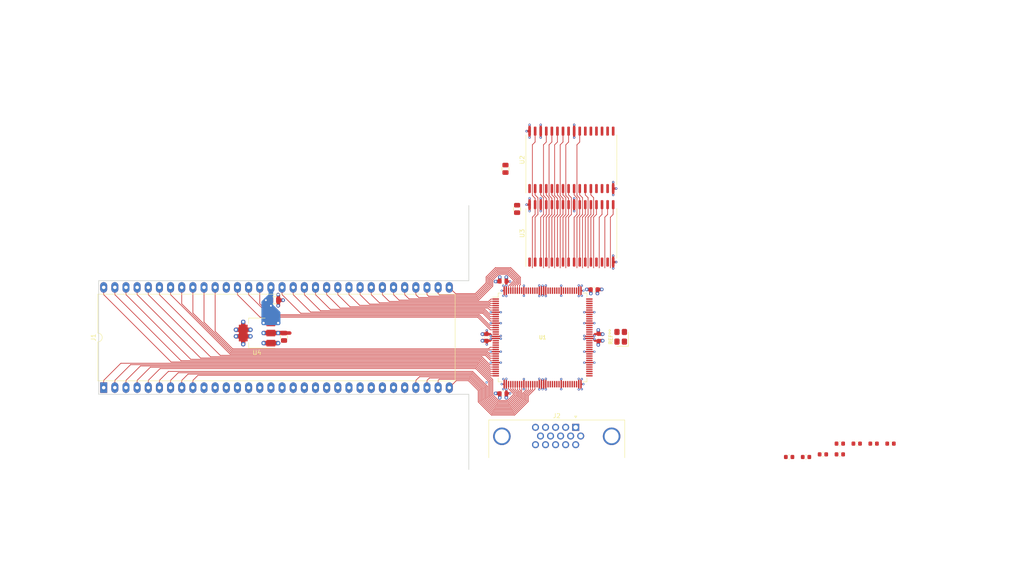
<source format=kicad_pcb>
(kicad_pcb (version 20171130) (host pcbnew "(5.1.5-0-10_14)")

  (general
    (thickness 1.6)
    (drawings 5)
    (tracks 782)
    (zones 0)
    (modules 23)
    (nets 173)
  )

  (page A4)
  (layers
    (0 F.Cu signal)
    (31 B.Cu signal)
    (32 B.Adhes user)
    (33 F.Adhes user)
    (34 B.Paste user)
    (35 F.Paste user)
    (36 B.SilkS user)
    (37 F.SilkS user)
    (38 B.Mask user)
    (39 F.Mask user)
    (40 Dwgs.User user)
    (41 Cmts.User user)
    (42 Eco1.User user)
    (43 Eco2.User user)
    (44 Edge.Cuts user)
    (45 Margin user)
    (46 B.CrtYd user)
    (47 F.CrtYd user)
    (48 B.Fab user)
    (49 F.Fab user)
  )

  (setup
    (last_trace_width 0.15)
    (user_trace_width 0.15)
    (user_trace_width 0.2)
    (user_trace_width 0.2)
    (user_trace_width 0.25)
    (user_trace_width 0.3)
    (user_trace_width 0.35)
    (user_trace_width 0.4)
    (user_trace_width 0.45)
    (user_trace_width 0.5)
    (user_trace_width 0.8)
    (user_trace_width 1)
    (trace_clearance 0.15)
    (zone_clearance 0.1524)
    (zone_45_only no)
    (trace_min 0.15)
    (via_size 0.5)
    (via_drill 0.2)
    (via_min_size 0.5)
    (via_min_drill 0.2)
    (user_via 0.8 0.4)
    (user_via 1 0.5)
    (user_via 1.524 0.762)
    (uvia_size 0.3)
    (uvia_drill 0.1)
    (uvias_allowed no)
    (uvia_min_size 0.2)
    (uvia_min_drill 0.1)
    (edge_width 0.15)
    (segment_width 0.1524)
    (pcb_text_width 0.3)
    (pcb_text_size 1.5 1.5)
    (mod_edge_width 0.15)
    (mod_text_size 1 1)
    (mod_text_width 0.15)
    (pad_size 1.05 1.4)
    (pad_drill 0)
    (pad_to_mask_clearance 0.0762)
    (solder_mask_min_width 0.127)
    (pad_to_paste_clearance -0.0381)
    (aux_axis_origin 0 0)
    (visible_elements FFFFE77F)
    (pcbplotparams
      (layerselection 0x010f8_ffffffff)
      (usegerberextensions true)
      (usegerberattributes false)
      (usegerberadvancedattributes false)
      (creategerberjobfile false)
      (excludeedgelayer true)
      (linewidth 0.100000)
      (plotframeref false)
      (viasonmask false)
      (mode 1)
      (useauxorigin false)
      (hpglpennumber 1)
      (hpglpenspeed 20)
      (hpglpendiameter 15.000000)
      (psnegative false)
      (psa4output false)
      (plotreference true)
      (plotvalue true)
      (plotinvisibletext false)
      (padsonsilk false)
      (subtractmaskfromsilk true)
      (outputformat 1)
      (mirror false)
      (drillshape 0)
      (scaleselection 1)
      (outputdirectory "gerber/"))
  )

  (net 0 "")
  (net 1 +5V)
  (net 2 GND)
  (net 3 /A4)
  (net 4 /D7)
  (net 5 /D6)
  (net 6 /A8)
  (net 7 /A7)
  (net 8 /A6)
  (net 9 /A5)
  (net 10 /A3)
  (net 11 /A2)
  (net 12 /A1)
  (net 13 /A9)
  (net 14 /D1)
  (net 15 /D5)
  (net 16 /D0)
  (net 17 /D2)
  (net 18 /D3)
  (net 19 /D4)
  (net 20 /A10)
  (net 21 /A11)
  (net 22 /A12)
  (net 23 /A13)
  (net 24 /A14)
  (net 25 /A15)
  (net 26 "Net-(U2-Pad1)")
  (net 27 "Net-(J1-Pad10)")
  (net 28 "Net-(J1-Pad11)")
  (net 29 "Net-(J1-Pad12)")
  (net 30 "Net-(J1-Pad13)")
  (net 31 "Net-(J1-Pad15)")
  (net 32 /~AS~)
  (net 33 /~UDS~)
  (net 34 /~LDS~)
  (net 35 /R~W~)
  (net 36 /A16)
  (net 37 /A17)
  (net 38 /A18)
  (net 39 /A19)
  (net 40 /A20)
  (net 41 "Net-(U1-Pad17)")
  (net 42 /A21)
  (net 43 /A22)
  (net 44 "Net-(U1-Pad20)")
  (net 45 /A23)
  (net 46 "Net-(U1-Pad21)")
  (net 47 /D15)
  (net 48 /D14)
  (net 49 /D13)
  (net 50 /D12)
  (net 51 /D11)
  (net 52 /D10)
  (net 53 /D9)
  (net 54 /D8)
  (net 55 "Net-(U3-Pad1)")
  (net 56 /RA17)
  (net 57 /RA15)
  (net 58 /RA13)
  (net 59 /RA8)
  (net 60 /RA7)
  (net 61 /RA6)
  (net 62 /RA5)
  (net 63 /RA4)
  (net 64 /RA3)
  (net 65 /RA2)
  (net 66 /RA1)
  (net 67 /RD3)
  (net 68 /RD4)
  (net 69 /RD5)
  (net 70 /RD6)
  (net 71 /RD7)
  (net 72 /R~CS~L)
  (net 73 /RA11)
  (net 74 /RA12)
  (net 75 /RA10)
  (net 76 /RA9)
  (net 77 /RA14)
  (net 78 /R~WE~)
  (net 79 /RA16)
  (net 80 /RD10)
  (net 81 /RD9)
  (net 82 /RD8)
  (net 83 +3V3)
  (net 84 "Net-(J1-Pad17)")
  (net 85 "Net-(J1-Pad18)")
  (net 86 "Net-(J1-Pad19)")
  (net 87 "Net-(J1-Pad20)")
  (net 88 "Net-(J1-Pad21)")
  (net 89 "Net-(J1-Pad22)")
  (net 90 "Net-(J1-Pad23)")
  (net 91 "Net-(J1-Pad24)")
  (net 92 "Net-(J1-Pad25)")
  (net 93 "Net-(J1-Pad26)")
  (net 94 "Net-(J1-Pad27)")
  (net 95 "Net-(J1-Pad28)")
  (net 96 "Net-(J2-Pad1)")
  (net 97 "Net-(J2-Pad2)")
  (net 98 "Net-(J2-Pad3)")
  (net 99 "Net-(J2-Pad4)")
  (net 100 "Net-(J2-Pad5)")
  (net 101 "Net-(J2-Pad6)")
  (net 102 "Net-(J2-Pad7)")
  (net 103 "Net-(J2-Pad8)")
  (net 104 "Net-(J2-Pad9)")
  (net 105 "Net-(J2-Pad10)")
  (net 106 "Net-(J2-Pad11)")
  (net 107 "Net-(J2-Pad12)")
  (net 108 "Net-(J2-Pad13)")
  (net 109 "Net-(J2-Pad14)")
  (net 110 "Net-(J2-Pad15)")
  (net 111 "Net-(U1-Pad16)")
  (net 112 "Net-(U1-Pad52)")
  (net 113 "Net-(U1-Pad57)")
  (net 114 "Net-(U1-Pad58)")
  (net 115 "Net-(U1-Pad59)")
  (net 116 "Net-(U1-Pad60)")
  (net 117 "Net-(U1-Pad61)")
  (net 118 "Net-(U1-Pad62)")
  (net 119 "Net-(U1-Pad64)")
  (net 120 "Net-(U1-Pad65)")
  (net 121 "Net-(U1-Pad66)")
  (net 122 "Net-(U1-Pad67)")
  (net 123 "Net-(U1-Pad68)")
  (net 124 "Net-(U1-Pad69)")
  (net 125 "Net-(U1-Pad70)")
  (net 126 "Net-(U1-Pad73)")
  (net 127 "Net-(U1-Pad74)")
  (net 128 "Net-(U1-Pad75)")
  (net 129 "Net-(U1-Pad76)")
  (net 130 "Net-(U1-Pad77)")
  (net 131 "Net-(U1-Pad78)")
  (net 132 "Net-(U1-Pad80)")
  (net 133 "Net-(U1-Pad81)")
  (net 134 "Net-(U1-Pad82)")
  (net 135 "Net-(U1-Pad83)")
  (net 136 "Net-(U1-Pad85)")
  (net 137 "Net-(U1-Pad86)")
  (net 138 "Net-(U1-Pad87)")
  (net 139 "Net-(U1-Pad88)")
  (net 140 "Net-(U1-Pad89)")
  (net 141 "Net-(U1-Pad92)")
  (net 142 "Net-(U1-Pad93)")
  (net 143 "Net-(U1-Pad94)")
  (net 144 "Net-(U1-Pad95)")
  (net 145 "Net-(U1-Pad96)")
  (net 146 "Net-(U1-Pad98)")
  (net 147 "Net-(U1-Pad99)")
  (net 148 "Net-(U1-Pad100)")
  (net 149 "Net-(U1-Pad101)")
  (net 150 "Net-(U1-Pad103)")
  (net 151 "Net-(U1-Pad104)")
  (net 152 "Net-(U1-Pad105)")
  (net 153 "Net-(U1-Pad106)")
  (net 154 "Net-(U1-Pad107)")
  (net 155 "Net-(U1-Pad108)")
  (net 156 "Net-(U1-Pad111)")
  (net 157 "Net-(U1-Pad112)")
  (net 158 "Net-(U1-Pad113)")
  (net 159 "Net-(U1-Pad114)")
  (net 160 "Net-(U1-Pad115)")
  (net 161 "Net-(U1-Pad116)")
  (net 162 "Net-(U1-Pad117)")
  (net 163 "Net-(U1-Pad119)")
  (net 164 "Net-(U1-Pad120)")
  (net 165 "Net-(U1-Pad121)")
  (net 166 "Net-(U1-Pad122)")
  (net 167 "Net-(U1-Pad123)")
  (net 168 "Net-(U1-Pad124)")
  (net 169 "Net-(U1-Pad129)")
  (net 170 "Net-(U1-Pad130)")
  (net 171 "Net-(U1-Pad131)")
  (net 172 "Net-(U1-Pad132)")

  (net_class Default "This is the default net class."
    (clearance 0.15)
    (trace_width 0.15)
    (via_dia 0.5)
    (via_drill 0.2)
    (uvia_dia 0.3)
    (uvia_drill 0.1)
    (add_net +3V3)
    (add_net +5V)
    (add_net /A1)
    (add_net /A10)
    (add_net /A11)
    (add_net /A12)
    (add_net /A13)
    (add_net /A14)
    (add_net /A15)
    (add_net /A16)
    (add_net /A17)
    (add_net /A18)
    (add_net /A19)
    (add_net /A2)
    (add_net /A20)
    (add_net /A21)
    (add_net /A22)
    (add_net /A23)
    (add_net /A3)
    (add_net /A4)
    (add_net /A5)
    (add_net /A6)
    (add_net /A7)
    (add_net /A8)
    (add_net /A9)
    (add_net /D0)
    (add_net /D1)
    (add_net /D10)
    (add_net /D11)
    (add_net /D12)
    (add_net /D13)
    (add_net /D14)
    (add_net /D15)
    (add_net /D2)
    (add_net /D3)
    (add_net /D4)
    (add_net /D5)
    (add_net /D6)
    (add_net /D7)
    (add_net /D8)
    (add_net /D9)
    (add_net /RA1)
    (add_net /RA10)
    (add_net /RA11)
    (add_net /RA12)
    (add_net /RA13)
    (add_net /RA14)
    (add_net /RA15)
    (add_net /RA16)
    (add_net /RA17)
    (add_net /RA2)
    (add_net /RA3)
    (add_net /RA4)
    (add_net /RA5)
    (add_net /RA6)
    (add_net /RA7)
    (add_net /RA8)
    (add_net /RA9)
    (add_net /RD10)
    (add_net /RD3)
    (add_net /RD4)
    (add_net /RD5)
    (add_net /RD6)
    (add_net /RD7)
    (add_net /RD8)
    (add_net /RD9)
    (add_net /R~CS~L)
    (add_net /R~WE~)
    (add_net /R~W~)
    (add_net /~AS~)
    (add_net /~LDS~)
    (add_net /~UDS~)
    (add_net GND)
    (add_net "Net-(J1-Pad10)")
    (add_net "Net-(J1-Pad11)")
    (add_net "Net-(J1-Pad12)")
    (add_net "Net-(J1-Pad13)")
    (add_net "Net-(J1-Pad15)")
    (add_net "Net-(J1-Pad17)")
    (add_net "Net-(J1-Pad18)")
    (add_net "Net-(J1-Pad19)")
    (add_net "Net-(J1-Pad20)")
    (add_net "Net-(J1-Pad21)")
    (add_net "Net-(J1-Pad22)")
    (add_net "Net-(J1-Pad23)")
    (add_net "Net-(J1-Pad24)")
    (add_net "Net-(J1-Pad25)")
    (add_net "Net-(J1-Pad26)")
    (add_net "Net-(J1-Pad27)")
    (add_net "Net-(J1-Pad28)")
    (add_net "Net-(J2-Pad1)")
    (add_net "Net-(J2-Pad10)")
    (add_net "Net-(J2-Pad11)")
    (add_net "Net-(J2-Pad12)")
    (add_net "Net-(J2-Pad13)")
    (add_net "Net-(J2-Pad14)")
    (add_net "Net-(J2-Pad15)")
    (add_net "Net-(J2-Pad2)")
    (add_net "Net-(J2-Pad3)")
    (add_net "Net-(J2-Pad4)")
    (add_net "Net-(J2-Pad5)")
    (add_net "Net-(J2-Pad6)")
    (add_net "Net-(J2-Pad7)")
    (add_net "Net-(J2-Pad8)")
    (add_net "Net-(J2-Pad9)")
    (add_net "Net-(U1-Pad100)")
    (add_net "Net-(U1-Pad101)")
    (add_net "Net-(U1-Pad103)")
    (add_net "Net-(U1-Pad104)")
    (add_net "Net-(U1-Pad105)")
    (add_net "Net-(U1-Pad106)")
    (add_net "Net-(U1-Pad107)")
    (add_net "Net-(U1-Pad108)")
    (add_net "Net-(U1-Pad111)")
    (add_net "Net-(U1-Pad112)")
    (add_net "Net-(U1-Pad113)")
    (add_net "Net-(U1-Pad114)")
    (add_net "Net-(U1-Pad115)")
    (add_net "Net-(U1-Pad116)")
    (add_net "Net-(U1-Pad117)")
    (add_net "Net-(U1-Pad119)")
    (add_net "Net-(U1-Pad120)")
    (add_net "Net-(U1-Pad121)")
    (add_net "Net-(U1-Pad122)")
    (add_net "Net-(U1-Pad123)")
    (add_net "Net-(U1-Pad124)")
    (add_net "Net-(U1-Pad129)")
    (add_net "Net-(U1-Pad130)")
    (add_net "Net-(U1-Pad131)")
    (add_net "Net-(U1-Pad132)")
    (add_net "Net-(U1-Pad16)")
    (add_net "Net-(U1-Pad17)")
    (add_net "Net-(U1-Pad20)")
    (add_net "Net-(U1-Pad21)")
    (add_net "Net-(U1-Pad52)")
    (add_net "Net-(U1-Pad57)")
    (add_net "Net-(U1-Pad58)")
    (add_net "Net-(U1-Pad59)")
    (add_net "Net-(U1-Pad60)")
    (add_net "Net-(U1-Pad61)")
    (add_net "Net-(U1-Pad62)")
    (add_net "Net-(U1-Pad64)")
    (add_net "Net-(U1-Pad65)")
    (add_net "Net-(U1-Pad66)")
    (add_net "Net-(U1-Pad67)")
    (add_net "Net-(U1-Pad68)")
    (add_net "Net-(U1-Pad69)")
    (add_net "Net-(U1-Pad70)")
    (add_net "Net-(U1-Pad73)")
    (add_net "Net-(U1-Pad74)")
    (add_net "Net-(U1-Pad75)")
    (add_net "Net-(U1-Pad76)")
    (add_net "Net-(U1-Pad77)")
    (add_net "Net-(U1-Pad78)")
    (add_net "Net-(U1-Pad80)")
    (add_net "Net-(U1-Pad81)")
    (add_net "Net-(U1-Pad82)")
    (add_net "Net-(U1-Pad83)")
    (add_net "Net-(U1-Pad85)")
    (add_net "Net-(U1-Pad86)")
    (add_net "Net-(U1-Pad87)")
    (add_net "Net-(U1-Pad88)")
    (add_net "Net-(U1-Pad89)")
    (add_net "Net-(U1-Pad92)")
    (add_net "Net-(U1-Pad93)")
    (add_net "Net-(U1-Pad94)")
    (add_net "Net-(U1-Pad95)")
    (add_net "Net-(U1-Pad96)")
    (add_net "Net-(U1-Pad98)")
    (add_net "Net-(U1-Pad99)")
    (add_net "Net-(U2-Pad1)")
    (add_net "Net-(U3-Pad1)")
  )

  (module stdpads:SOP-32_P1.27mm (layer F.Cu) (tedit 5B9E9FB6) (tstamp 5EDACB23)
    (at 192.913 75.057 90)
    (descr "SSOP, 32 Pin (http://www.issi.com/WW/pdf/61-64C5128AL.pdf), generated with kicad-footprint-generator ipc_gullwing_generator.py")
    (tags "SSOP SO")
    (path /5EDB8A56)
    (attr smd)
    (fp_text reference U2 (at 0 -11.2 90) (layer F.SilkS)
      (effects (font (size 1 1) (thickness 0.15)))
    )
    (fp_text value IS62C1024 (at 0 11.2 90) (layer F.Fab)
      (effects (font (size 1 1) (thickness 0.15)))
    )
    (fp_line (start 0 10.3575) (end 0 10.3575) (layer B.Fab) (width 0.12))
    (fp_line (start 0 10.3575) (end 5.6525 10.3575) (layer F.SilkS) (width 0.12))
    (fp_line (start 0 10.3575) (end -5.6525 10.3575) (layer F.SilkS) (width 0.12))
    (fp_line (start 0 -10.3575) (end 5.6525 -10.3575) (layer F.SilkS) (width 0.12))
    (fp_line (start 0 -10.3575) (end -7.575 -10.3575) (layer F.SilkS) (width 0.12))
    (fp_line (start -4.6525 -10.2475) (end 5.6525 -10.2475) (layer F.Fab) (width 0.1))
    (fp_line (start 5.6525 -10.2475) (end 5.6525 10.2475) (layer F.Fab) (width 0.1))
    (fp_line (start 5.6525 10.2475) (end -5.6525 10.2475) (layer F.Fab) (width 0.1))
    (fp_line (start -5.6525 10.2475) (end -5.6525 -9.2475) (layer F.Fab) (width 0.1))
    (fp_line (start -5.6525 -9.2475) (end -4.6525 -10.2475) (layer F.Fab) (width 0.1))
    (fp_line (start -7.83 -10.5) (end -7.83 10.5) (layer F.CrtYd) (width 0.05))
    (fp_line (start -7.83 10.5) (end 7.83 10.5) (layer F.CrtYd) (width 0.05))
    (fp_line (start 7.83 10.5) (end 7.83 -10.5) (layer F.CrtYd) (width 0.05))
    (fp_line (start 7.83 -10.5) (end -7.83 -10.5) (layer F.CrtYd) (width 0.05))
    (fp_text user %R (at 0 0 90) (layer F.Fab)
      (effects (font (size 1 1) (thickness 0.15)))
    )
    (pad 1 smd roundrect (at -6.55 -9.525 90) (size 2.05 0.6) (layers F.Cu F.Paste F.Mask) (roundrect_rratio 0.25)
      (net 26 "Net-(U2-Pad1)"))
    (pad 2 smd roundrect (at -6.55 -8.255 90) (size 2.05 0.6) (layers F.Cu F.Paste F.Mask) (roundrect_rratio 0.25)
      (net 56 /RA17))
    (pad 3 smd roundrect (at -6.55 -6.985 90) (size 2.05 0.6) (layers F.Cu F.Paste F.Mask) (roundrect_rratio 0.25)
      (net 57 /RA15))
    (pad 4 smd roundrect (at -6.55 -5.715 90) (size 2.05 0.6) (layers F.Cu F.Paste F.Mask) (roundrect_rratio 0.25)
      (net 58 /RA13))
    (pad 5 smd roundrect (at -6.55 -4.445 90) (size 2.05 0.6) (layers F.Cu F.Paste F.Mask) (roundrect_rratio 0.25)
      (net 59 /RA8))
    (pad 6 smd roundrect (at -6.55 -3.175 90) (size 2.05 0.6) (layers F.Cu F.Paste F.Mask) (roundrect_rratio 0.25)
      (net 60 /RA7))
    (pad 7 smd roundrect (at -6.55 -1.905 90) (size 2.05 0.6) (layers F.Cu F.Paste F.Mask) (roundrect_rratio 0.25)
      (net 61 /RA6))
    (pad 8 smd roundrect (at -6.55 -0.635 90) (size 2.05 0.6) (layers F.Cu F.Paste F.Mask) (roundrect_rratio 0.25)
      (net 62 /RA5))
    (pad 9 smd roundrect (at -6.55 0.635 90) (size 2.05 0.6) (layers F.Cu F.Paste F.Mask) (roundrect_rratio 0.25)
      (net 63 /RA4))
    (pad 10 smd roundrect (at -6.55 1.905 90) (size 2.05 0.6) (layers F.Cu F.Paste F.Mask) (roundrect_rratio 0.25)
      (net 64 /RA3))
    (pad 11 smd roundrect (at -6.55 3.175 90) (size 2.05 0.6) (layers F.Cu F.Paste F.Mask) (roundrect_rratio 0.25)
      (net 65 /RA2))
    (pad 12 smd roundrect (at -6.55 4.445 90) (size 2.05 0.6) (layers F.Cu F.Paste F.Mask) (roundrect_rratio 0.25)
      (net 66 /RA1))
    (pad 13 smd roundrect (at -6.55 5.715 90) (size 2.05 0.6) (layers F.Cu F.Paste F.Mask) (roundrect_rratio 0.25)
      (net 82 /RD8))
    (pad 14 smd roundrect (at -6.55 6.985 90) (size 2.05 0.6) (layers F.Cu F.Paste F.Mask) (roundrect_rratio 0.25)
      (net 81 /RD9))
    (pad 15 smd roundrect (at -6.55 8.255 90) (size 2.05 0.6) (layers F.Cu F.Paste F.Mask) (roundrect_rratio 0.25)
      (net 80 /RD10))
    (pad 16 smd roundrect (at -6.55 9.525 90) (size 2.05 0.6) (layers F.Cu F.Paste F.Mask) (roundrect_rratio 0.25)
      (net 2 GND))
    (pad 17 smd roundrect (at 6.55 9.525 90) (size 2.05 0.6) (layers F.Cu F.Paste F.Mask) (roundrect_rratio 0.25)
      (net 67 /RD3))
    (pad 18 smd roundrect (at 6.55 8.255 90) (size 2.05 0.6) (layers F.Cu F.Paste F.Mask) (roundrect_rratio 0.25)
      (net 68 /RD4))
    (pad 19 smd roundrect (at 6.55 6.985 90) (size 2.05 0.6) (layers F.Cu F.Paste F.Mask) (roundrect_rratio 0.25)
      (net 69 /RD5))
    (pad 20 smd roundrect (at 6.55 5.715 90) (size 2.05 0.6) (layers F.Cu F.Paste F.Mask) (roundrect_rratio 0.25)
      (net 70 /RD6))
    (pad 21 smd roundrect (at 6.55 4.445 90) (size 2.05 0.6) (layers F.Cu F.Paste F.Mask) (roundrect_rratio 0.25)
      (net 71 /RD7))
    (pad 22 smd roundrect (at 6.55 3.175 90) (size 2.05 0.6) (layers F.Cu F.Paste F.Mask) (roundrect_rratio 0.25)
      (net 72 /R~CS~L))
    (pad 23 smd roundrect (at 6.55 1.905 90) (size 2.05 0.6) (layers F.Cu F.Paste F.Mask) (roundrect_rratio 0.25)
      (net 73 /RA11))
    (pad 24 smd roundrect (at 6.55 0.635 90) (size 2.05 0.6) (layers F.Cu F.Paste F.Mask) (roundrect_rratio 0.25)
      (net 2 GND))
    (pad 25 smd roundrect (at 6.55 -0.635 90) (size 2.05 0.6) (layers F.Cu F.Paste F.Mask) (roundrect_rratio 0.25)
      (net 74 /RA12))
    (pad 26 smd roundrect (at 6.55 -1.905 90) (size 2.05 0.6) (layers F.Cu F.Paste F.Mask) (roundrect_rratio 0.25)
      (net 75 /RA10))
    (pad 27 smd roundrect (at 6.55 -3.175 90) (size 2.05 0.6) (layers F.Cu F.Paste F.Mask) (roundrect_rratio 0.25)
      (net 76 /RA9))
    (pad 28 smd roundrect (at 6.55 -4.445 90) (size 2.05 0.6) (layers F.Cu F.Paste F.Mask) (roundrect_rratio 0.25)
      (net 77 /RA14))
    (pad 29 smd roundrect (at 6.55 -5.715 90) (size 2.05 0.6) (layers F.Cu F.Paste F.Mask) (roundrect_rratio 0.25)
      (net 78 /R~WE~))
    (pad 30 smd roundrect (at 6.55 -6.985 90) (size 2.05 0.6) (layers F.Cu F.Paste F.Mask) (roundrect_rratio 0.25)
      (net 1 +5V))
    (pad 31 smd roundrect (at 6.55 -8.255 90) (size 2.05 0.6) (layers F.Cu F.Paste F.Mask) (roundrect_rratio 0.25)
      (net 79 /RA16))
    (pad 32 smd roundrect (at 6.55 -9.525 90) (size 2.05 0.6) (layers F.Cu F.Paste F.Mask) (roundrect_rratio 0.25)
      (net 1 +5V))
    (model ${KISYS3DMOD}/Package_SO.3dshapes/SSOP-32_11.305x20.495mm_P1.27mm.wrl
      (at (xyz 0 0 0))
      (scale (xyz 1 1 1))
      (rotate (xyz 0 0 0))
    )
  )

  (module stdpads:C_0805 (layer F.Cu) (tedit 5E890AE4) (tstamp 5EDB4B1B)
    (at 180.55 86.25 270)
    (tags capacitor)
    (path /5EE0BBA2)
    (attr smd)
    (fp_text reference C4 (at 0 0 270) (layer F.Fab)
      (effects (font (size 0.254 0.254) (thickness 0.0635)))
    )
    (fp_text value 2u2 (at 0 0.4 90) (layer F.Fab)
      (effects (font (size 0.127 0.127) (thickness 0.03175)))
    )
    (fp_text user %R (at 0 0 270) (layer F.SilkS) hide
      (effects (font (size 0.254 0.254) (thickness 0.0635)))
    )
    (fp_line (start 1.7 1) (end -1.7 1) (layer F.CrtYd) (width 0.05))
    (fp_line (start 1.7 -1) (end 1.7 1) (layer F.CrtYd) (width 0.05))
    (fp_line (start -1.7 -1) (end 1.7 -1) (layer F.CrtYd) (width 0.05))
    (fp_line (start -1.7 1) (end -1.7 -1) (layer F.CrtYd) (width 0.05))
    (fp_line (start -0.4064 0.8) (end 0.4064 0.8) (layer F.SilkS) (width 0.1524))
    (fp_line (start -0.4064 -0.8) (end 0.4064 -0.8) (layer F.SilkS) (width 0.1524))
    (fp_line (start 1 0.625) (end -1 0.625) (layer F.Fab) (width 0.15))
    (fp_line (start 1 -0.625) (end 1 0.625) (layer F.Fab) (width 0.15))
    (fp_line (start -1 -0.625) (end 1 -0.625) (layer F.Fab) (width 0.15))
    (fp_line (start -1 0.625) (end -1 -0.625) (layer F.Fab) (width 0.15))
    (pad 2 smd roundrect (at 0.85 0 270) (size 1.05 1.4) (layers F.Cu F.Paste F.Mask) (roundrect_rratio 0.25)
      (net 2 GND))
    (pad 1 smd roundrect (at -0.85 0 270) (size 1.05 1.4) (layers F.Cu F.Paste F.Mask) (roundrect_rratio 0.25)
      (net 1 +5V))
    (model ${KISYS3DMOD}/Capacitor_SMD.3dshapes/C_0805_2012Metric.wrl
      (at (xyz 0 0 0))
      (scale (xyz 1 1 1))
      (rotate (xyz 0 0 0))
    )
  )

  (module stdpads:C_0805 (layer F.Cu) (tedit 5E890AE4) (tstamp 5EDACFD3)
    (at 177.9 77.1 270)
    (tags capacitor)
    (path /5EE0BB95)
    (attr smd)
    (fp_text reference C3 (at 0 0 270) (layer F.Fab)
      (effects (font (size 0.254 0.254) (thickness 0.0635)))
    )
    (fp_text value 2u2 (at 0 0.4 90) (layer F.Fab)
      (effects (font (size 0.127 0.127) (thickness 0.03175)))
    )
    (fp_text user %R (at 0 0 270) (layer F.SilkS) hide
      (effects (font (size 0.254 0.254) (thickness 0.0635)))
    )
    (fp_line (start 1.7 1) (end -1.7 1) (layer F.CrtYd) (width 0.05))
    (fp_line (start 1.7 -1) (end 1.7 1) (layer F.CrtYd) (width 0.05))
    (fp_line (start -1.7 -1) (end 1.7 -1) (layer F.CrtYd) (width 0.05))
    (fp_line (start -1.7 1) (end -1.7 -1) (layer F.CrtYd) (width 0.05))
    (fp_line (start -0.4064 0.8) (end 0.4064 0.8) (layer F.SilkS) (width 0.1524))
    (fp_line (start -0.4064 -0.8) (end 0.4064 -0.8) (layer F.SilkS) (width 0.1524))
    (fp_line (start 1 0.625) (end -1 0.625) (layer F.Fab) (width 0.15))
    (fp_line (start 1 -0.625) (end 1 0.625) (layer F.Fab) (width 0.15))
    (fp_line (start -1 -0.625) (end 1 -0.625) (layer F.Fab) (width 0.15))
    (fp_line (start -1 0.625) (end -1 -0.625) (layer F.Fab) (width 0.15))
    (pad 2 smd roundrect (at 0.85 0 270) (size 1.05 1.4) (layers F.Cu F.Paste F.Mask) (roundrect_rratio 0.25)
      (net 2 GND))
    (pad 1 smd roundrect (at -0.85 0 270) (size 1.05 1.4) (layers F.Cu F.Paste F.Mask) (roundrect_rratio 0.25)
      (net 1 +5V))
    (model ${KISYS3DMOD}/Capacitor_SMD.3dshapes/C_0805_2012Metric.wrl
      (at (xyz 0 0 0))
      (scale (xyz 1 1 1))
      (rotate (xyz 0 0 0))
    )
  )

  (module stdpads:Crystal_SMD_3225-4Pin_3.2x2.5mm (layer F.Cu) (tedit 5EBB4A2F) (tstamp 5EDAA1A8)
    (at 204.15 115.4 90)
    (descr "SMD Crystal SERIES SMD3225/4 http://www.txccrystal.com/images/pdf/7m-accuracy.pdf, 3.2x2.5mm^2 package")
    (tags "SMD SMT crystal")
    (attr smd)
    (fp_text reference REF** (at 0 0 90) (layer F.Fab)
      (effects (font (size 0.508 0.508) (thickness 0.127)))
    )
    (fp_text value Crystal_SMD_3225-4Pin_3.2x2.5mm (at 0 2.1 90) (layer F.Fab)
      (effects (font (size 0.508 0.508) (thickness 0.127)))
    )
    (fp_text user %R (at 0 -2.25 90) (layer F.SilkS)
      (effects (font (size 0.8128 0.8128) (thickness 0.2032)))
    )
    (fp_line (start -1.6 -1.25) (end -1.6 1.25) (layer F.Fab) (width 0.1))
    (fp_line (start -1.6 1.25) (end 1.6 1.25) (layer F.Fab) (width 0.1))
    (fp_line (start 1.6 1.25) (end 1.6 -1.25) (layer F.Fab) (width 0.1))
    (fp_line (start 1.6 -1.25) (end -1.6 -1.25) (layer F.Fab) (width 0.1))
    (fp_line (start -1.6 0.25) (end -0.6 1.25) (layer F.Fab) (width 0.1))
    (fp_line (start -2.15 -0.85) (end -2.15 1.75) (layer F.SilkS) (width 0.1524))
    (fp_line (start -2.15 1.75) (end 1.1 1.75) (layer F.SilkS) (width 0.1524))
    (fp_line (start -2.1 -1.7) (end -2.1 1.7) (layer F.CrtYd) (width 0.05))
    (fp_line (start -2.1 1.7) (end 2.1 1.7) (layer F.CrtYd) (width 0.05))
    (fp_line (start 2.1 1.7) (end 2.1 -1.7) (layer F.CrtYd) (width 0.05))
    (fp_line (start 2.1 -1.7) (end -2.1 -1.7) (layer F.CrtYd) (width 0.05))
    (pad 1 smd roundrect (at -1.1 0.85 90) (size 1.4 1.2) (layers F.Cu F.Paste F.Mask) (roundrect_rratio 0.25))
    (pad 2 smd roundrect (at 1.1 0.85 90) (size 1.4 1.2) (layers F.Cu F.Paste F.Mask) (roundrect_rratio 0.25))
    (pad 3 smd roundrect (at 1.1 -0.85 90) (size 1.4 1.2) (layers F.Cu F.Paste F.Mask) (roundrect_rratio 0.25))
    (pad 4 smd roundrect (at -1.1 -0.85 90) (size 1.4 1.2) (layers F.Cu F.Paste F.Mask) (roundrect_rratio 0.25))
    (model ${KISYS3DMOD}/Crystal.3dshapes/Crystal_SMD_3225-4Pin_3.2x2.5mm.wrl
      (at (xyz 0 0 0))
      (scale (xyz 1 1 1))
      (rotate (xyz 0 0 0))
    )
  )

  (module stdpads:C_0603 (layer F.Cu) (tedit 5E890746) (tstamp 5EDD57A7)
    (at 177.35 128.3 180)
    (tags capacitor)
    (path /5EDF9A70)
    (attr smd)
    (fp_text reference C8 (at 0 0) (layer F.Fab)
      (effects (font (size 0.254 0.254) (thickness 0.0635)))
    )
    (fp_text value 2u2 (at 0 0.25) (layer F.Fab)
      (effects (font (size 0.127 0.127) (thickness 0.03175)))
    )
    (fp_text user %R (at 0 0) (layer F.SilkS) hide
      (effects (font (size 0.254 0.254) (thickness 0.0635)))
    )
    (fp_line (start 1.4 0.7) (end -1.4 0.7) (layer F.CrtYd) (width 0.05))
    (fp_line (start 1.4 -0.7) (end 1.4 0.7) (layer F.CrtYd) (width 0.05))
    (fp_line (start -1.4 -0.7) (end 1.4 -0.7) (layer F.CrtYd) (width 0.05))
    (fp_line (start -1.4 0.7) (end -1.4 -0.7) (layer F.CrtYd) (width 0.05))
    (fp_line (start -0.162779 0.51) (end 0.162779 0.51) (layer F.SilkS) (width 0.12))
    (fp_line (start -0.162779 -0.51) (end 0.162779 -0.51) (layer F.SilkS) (width 0.12))
    (fp_line (start 0.8 0.4) (end -0.8 0.4) (layer F.Fab) (width 0.1))
    (fp_line (start 0.8 -0.4) (end 0.8 0.4) (layer F.Fab) (width 0.1))
    (fp_line (start -0.8 -0.4) (end 0.8 -0.4) (layer F.Fab) (width 0.1))
    (fp_line (start -0.8 0.4) (end -0.8 -0.4) (layer F.Fab) (width 0.1))
    (pad 2 smd roundrect (at 0.75 0 180) (size 0.85 0.95) (layers F.Cu F.Paste F.Mask) (roundrect_rratio 0.25)
      (net 2 GND))
    (pad 1 smd roundrect (at -0.75 0 180) (size 0.85 0.95) (layers F.Cu F.Paste F.Mask) (roundrect_rratio 0.25)
      (net 83 +3V3))
    (model ${KISYS3DMOD}/Capacitor_SMD.3dshapes/C_0603_1608Metric.wrl
      (at (xyz 0 0 0))
      (scale (xyz 1 1 1))
      (rotate (xyz 0 0 0))
    )
  )

  (module stdpads:C_0603 (layer F.Cu) (tedit 5E890746) (tstamp 5EDAA0CD)
    (at 177.35 102.8 180)
    (tags capacitor)
    (path /5EDF9A7C)
    (attr smd)
    (fp_text reference C7 (at 0 0) (layer F.Fab)
      (effects (font (size 0.254 0.254) (thickness 0.0635)))
    )
    (fp_text value 2u2 (at 0 0.25) (layer F.Fab)
      (effects (font (size 0.127 0.127) (thickness 0.03175)))
    )
    (fp_text user %R (at 0 0) (layer F.SilkS) hide
      (effects (font (size 0.254 0.254) (thickness 0.0635)))
    )
    (fp_line (start 1.4 0.7) (end -1.4 0.7) (layer F.CrtYd) (width 0.05))
    (fp_line (start 1.4 -0.7) (end 1.4 0.7) (layer F.CrtYd) (width 0.05))
    (fp_line (start -1.4 -0.7) (end 1.4 -0.7) (layer F.CrtYd) (width 0.05))
    (fp_line (start -1.4 0.7) (end -1.4 -0.7) (layer F.CrtYd) (width 0.05))
    (fp_line (start -0.162779 0.51) (end 0.162779 0.51) (layer F.SilkS) (width 0.12))
    (fp_line (start -0.162779 -0.51) (end 0.162779 -0.51) (layer F.SilkS) (width 0.12))
    (fp_line (start 0.8 0.4) (end -0.8 0.4) (layer F.Fab) (width 0.1))
    (fp_line (start 0.8 -0.4) (end 0.8 0.4) (layer F.Fab) (width 0.1))
    (fp_line (start -0.8 -0.4) (end 0.8 -0.4) (layer F.Fab) (width 0.1))
    (fp_line (start -0.8 0.4) (end -0.8 -0.4) (layer F.Fab) (width 0.1))
    (pad 2 smd roundrect (at 0.75 0 180) (size 0.85 0.95) (layers F.Cu F.Paste F.Mask) (roundrect_rratio 0.25)
      (net 2 GND))
    (pad 1 smd roundrect (at -0.75 0 180) (size 0.85 0.95) (layers F.Cu F.Paste F.Mask) (roundrect_rratio 0.25)
      (net 83 +3V3))
    (model ${KISYS3DMOD}/Capacitor_SMD.3dshapes/C_0603_1608Metric.wrl
      (at (xyz 0 0 0))
      (scale (xyz 1 1 1))
      (rotate (xyz 0 0 0))
    )
  )

  (module stdpads:C_0603 (layer F.Cu) (tedit 5E890746) (tstamp 5EDAA0BD)
    (at 198.1 104.6)
    (tags capacitor)
    (path /5EDEF9B3)
    (attr smd)
    (fp_text reference C6 (at 0 0) (layer F.Fab)
      (effects (font (size 0.254 0.254) (thickness 0.0635)))
    )
    (fp_text value 2u2 (at 0 0.25) (layer F.Fab)
      (effects (font (size 0.127 0.127) (thickness 0.03175)))
    )
    (fp_line (start -0.8 0.4) (end -0.8 -0.4) (layer F.Fab) (width 0.1))
    (fp_line (start -0.8 -0.4) (end 0.8 -0.4) (layer F.Fab) (width 0.1))
    (fp_line (start 0.8 -0.4) (end 0.8 0.4) (layer F.Fab) (width 0.1))
    (fp_line (start 0.8 0.4) (end -0.8 0.4) (layer F.Fab) (width 0.1))
    (fp_line (start -0.162779 -0.51) (end 0.162779 -0.51) (layer F.SilkS) (width 0.12))
    (fp_line (start -0.162779 0.51) (end 0.162779 0.51) (layer F.SilkS) (width 0.12))
    (fp_line (start -1.4 0.7) (end -1.4 -0.7) (layer F.CrtYd) (width 0.05))
    (fp_line (start -1.4 -0.7) (end 1.4 -0.7) (layer F.CrtYd) (width 0.05))
    (fp_line (start 1.4 -0.7) (end 1.4 0.7) (layer F.CrtYd) (width 0.05))
    (fp_line (start 1.4 0.7) (end -1.4 0.7) (layer F.CrtYd) (width 0.05))
    (fp_text user %R (at 0 0) (layer F.SilkS) hide
      (effects (font (size 0.254 0.254) (thickness 0.0635)))
    )
    (pad 1 smd roundrect (at -0.75 0) (size 0.85 0.95) (layers F.Cu F.Paste F.Mask) (roundrect_rratio 0.25)
      (net 83 +3V3))
    (pad 2 smd roundrect (at 0.75 0) (size 0.85 0.95) (layers F.Cu F.Paste F.Mask) (roundrect_rratio 0.25)
      (net 2 GND))
    (model ${KISYS3DMOD}/Capacitor_SMD.3dshapes/C_0603_1608Metric.wrl
      (at (xyz 0 0 0))
      (scale (xyz 1 1 1))
      (rotate (xyz 0 0 0))
    )
  )

  (module stdpads:C_0603 (layer F.Cu) (tedit 5E890746) (tstamp 5EDAA09D)
    (at 173.65 115.55 270)
    (tags capacitor)
    (path /5EDF8012)
    (attr smd)
    (fp_text reference C5 (at 0 0 90) (layer F.Fab)
      (effects (font (size 0.254 0.254) (thickness 0.0635)))
    )
    (fp_text value 2u2 (at 0 0.25 90) (layer F.Fab)
      (effects (font (size 0.127 0.127) (thickness 0.03175)))
    )
    (fp_text user %R (at 0 0 90) (layer F.SilkS) hide
      (effects (font (size 0.254 0.254) (thickness 0.0635)))
    )
    (fp_line (start 1.4 0.7) (end -1.4 0.7) (layer F.CrtYd) (width 0.05))
    (fp_line (start 1.4 -0.7) (end 1.4 0.7) (layer F.CrtYd) (width 0.05))
    (fp_line (start -1.4 -0.7) (end 1.4 -0.7) (layer F.CrtYd) (width 0.05))
    (fp_line (start -1.4 0.7) (end -1.4 -0.7) (layer F.CrtYd) (width 0.05))
    (fp_line (start -0.162779 0.51) (end 0.162779 0.51) (layer F.SilkS) (width 0.12))
    (fp_line (start -0.162779 -0.51) (end 0.162779 -0.51) (layer F.SilkS) (width 0.12))
    (fp_line (start 0.8 0.4) (end -0.8 0.4) (layer F.Fab) (width 0.1))
    (fp_line (start 0.8 -0.4) (end 0.8 0.4) (layer F.Fab) (width 0.1))
    (fp_line (start -0.8 -0.4) (end 0.8 -0.4) (layer F.Fab) (width 0.1))
    (fp_line (start -0.8 0.4) (end -0.8 -0.4) (layer F.Fab) (width 0.1))
    (pad 2 smd roundrect (at 0.75 0 270) (size 0.85 0.95) (layers F.Cu F.Paste F.Mask) (roundrect_rratio 0.25)
      (net 2 GND))
    (pad 1 smd roundrect (at -0.75 0 270) (size 0.85 0.95) (layers F.Cu F.Paste F.Mask) (roundrect_rratio 0.25)
      (net 83 +3V3))
    (model ${KISYS3DMOD}/Capacitor_SMD.3dshapes/C_0603_1608Metric.wrl
      (at (xyz 0 0 0))
      (scale (xyz 1 1 1))
      (rotate (xyz 0 0 0))
    )
  )

  (module stdpads:SOP-32_P1.27mm (layer F.Cu) (tedit 5B9E9FB6) (tstamp 5EDD60BE)
    (at 192.913 91.821 90)
    (descr "SSOP, 32 Pin (http://www.issi.com/WW/pdf/61-64C5128AL.pdf), generated with kicad-footprint-generator ipc_gullwing_generator.py")
    (tags "SSOP SO")
    (path /5EDD4053)
    (attr smd)
    (fp_text reference U3 (at 0 -11.2 90) (layer F.SilkS)
      (effects (font (size 1 1) (thickness 0.15)))
    )
    (fp_text value IS62C1024 (at 0 11.2 90) (layer F.Fab)
      (effects (font (size 1 1) (thickness 0.15)))
    )
    (fp_line (start 0 10.3575) (end 0 10.3575) (layer B.Fab) (width 0.12))
    (fp_line (start 0 10.3575) (end 5.6525 10.3575) (layer F.SilkS) (width 0.12))
    (fp_line (start 0 10.3575) (end -5.6525 10.3575) (layer F.SilkS) (width 0.12))
    (fp_line (start 0 -10.3575) (end 5.6525 -10.3575) (layer F.SilkS) (width 0.12))
    (fp_line (start 0 -10.3575) (end -7.575 -10.3575) (layer F.SilkS) (width 0.12))
    (fp_line (start -4.6525 -10.2475) (end 5.6525 -10.2475) (layer F.Fab) (width 0.1))
    (fp_line (start 5.6525 -10.2475) (end 5.6525 10.2475) (layer F.Fab) (width 0.1))
    (fp_line (start 5.6525 10.2475) (end -5.6525 10.2475) (layer F.Fab) (width 0.1))
    (fp_line (start -5.6525 10.2475) (end -5.6525 -9.2475) (layer F.Fab) (width 0.1))
    (fp_line (start -5.6525 -9.2475) (end -4.6525 -10.2475) (layer F.Fab) (width 0.1))
    (fp_line (start -7.83 -10.5) (end -7.83 10.5) (layer F.CrtYd) (width 0.05))
    (fp_line (start -7.83 10.5) (end 7.83 10.5) (layer F.CrtYd) (width 0.05))
    (fp_line (start 7.83 10.5) (end 7.83 -10.5) (layer F.CrtYd) (width 0.05))
    (fp_line (start 7.83 -10.5) (end -7.83 -10.5) (layer F.CrtYd) (width 0.05))
    (fp_text user %R (at 0 0 90) (layer F.Fab)
      (effects (font (size 1 1) (thickness 0.15)))
    )
    (pad 1 smd roundrect (at -6.55 -9.525 90) (size 2.05 0.6) (layers F.Cu F.Paste F.Mask) (roundrect_rratio 0.25)
      (net 55 "Net-(U3-Pad1)"))
    (pad 2 smd roundrect (at -6.55 -8.255 90) (size 2.05 0.6) (layers F.Cu F.Paste F.Mask) (roundrect_rratio 0.25)
      (net 56 /RA17))
    (pad 3 smd roundrect (at -6.55 -6.985 90) (size 2.05 0.6) (layers F.Cu F.Paste F.Mask) (roundrect_rratio 0.25)
      (net 57 /RA15))
    (pad 4 smd roundrect (at -6.55 -5.715 90) (size 2.05 0.6) (layers F.Cu F.Paste F.Mask) (roundrect_rratio 0.25)
      (net 58 /RA13))
    (pad 5 smd roundrect (at -6.55 -4.445 90) (size 2.05 0.6) (layers F.Cu F.Paste F.Mask) (roundrect_rratio 0.25)
      (net 59 /RA8))
    (pad 6 smd roundrect (at -6.55 -3.175 90) (size 2.05 0.6) (layers F.Cu F.Paste F.Mask) (roundrect_rratio 0.25)
      (net 60 /RA7))
    (pad 7 smd roundrect (at -6.55 -1.905 90) (size 2.05 0.6) (layers F.Cu F.Paste F.Mask) (roundrect_rratio 0.25)
      (net 61 /RA6))
    (pad 8 smd roundrect (at -6.55 -0.635 90) (size 2.05 0.6) (layers F.Cu F.Paste F.Mask) (roundrect_rratio 0.25)
      (net 62 /RA5))
    (pad 9 smd roundrect (at -6.55 0.635 90) (size 2.05 0.6) (layers F.Cu F.Paste F.Mask) (roundrect_rratio 0.25)
      (net 63 /RA4))
    (pad 10 smd roundrect (at -6.55 1.905 90) (size 2.05 0.6) (layers F.Cu F.Paste F.Mask) (roundrect_rratio 0.25)
      (net 64 /RA3))
    (pad 11 smd roundrect (at -6.55 3.175 90) (size 2.05 0.6) (layers F.Cu F.Paste F.Mask) (roundrect_rratio 0.25)
      (net 65 /RA2))
    (pad 12 smd roundrect (at -6.55 4.445 90) (size 2.05 0.6) (layers F.Cu F.Paste F.Mask) (roundrect_rratio 0.25)
      (net 66 /RA1))
    (pad 13 smd roundrect (at -6.55 5.715 90) (size 2.05 0.6) (layers F.Cu F.Paste F.Mask) (roundrect_rratio 0.25)
      (net 82 /RD8))
    (pad 14 smd roundrect (at -6.55 6.985 90) (size 2.05 0.6) (layers F.Cu F.Paste F.Mask) (roundrect_rratio 0.25)
      (net 81 /RD9))
    (pad 15 smd roundrect (at -6.55 8.255 90) (size 2.05 0.6) (layers F.Cu F.Paste F.Mask) (roundrect_rratio 0.25)
      (net 80 /RD10))
    (pad 16 smd roundrect (at -6.55 9.525 90) (size 2.05 0.6) (layers F.Cu F.Paste F.Mask) (roundrect_rratio 0.25)
      (net 2 GND))
    (pad 17 smd roundrect (at 6.55 9.525 90) (size 2.05 0.6) (layers F.Cu F.Paste F.Mask) (roundrect_rratio 0.25)
      (net 67 /RD3))
    (pad 18 smd roundrect (at 6.55 8.255 90) (size 2.05 0.6) (layers F.Cu F.Paste F.Mask) (roundrect_rratio 0.25)
      (net 68 /RD4))
    (pad 19 smd roundrect (at 6.55 6.985 90) (size 2.05 0.6) (layers F.Cu F.Paste F.Mask) (roundrect_rratio 0.25)
      (net 69 /RD5))
    (pad 20 smd roundrect (at 6.55 5.715 90) (size 2.05 0.6) (layers F.Cu F.Paste F.Mask) (roundrect_rratio 0.25)
      (net 70 /RD6))
    (pad 21 smd roundrect (at 6.55 4.445 90) (size 2.05 0.6) (layers F.Cu F.Paste F.Mask) (roundrect_rratio 0.25)
      (net 71 /RD7))
    (pad 22 smd roundrect (at 6.55 3.175 90) (size 2.05 0.6) (layers F.Cu F.Paste F.Mask) (roundrect_rratio 0.25)
      (net 72 /R~CS~L))
    (pad 23 smd roundrect (at 6.55 1.905 90) (size 2.05 0.6) (layers F.Cu F.Paste F.Mask) (roundrect_rratio 0.25)
      (net 73 /RA11))
    (pad 24 smd roundrect (at 6.55 0.635 90) (size 2.05 0.6) (layers F.Cu F.Paste F.Mask) (roundrect_rratio 0.25)
      (net 2 GND))
    (pad 25 smd roundrect (at 6.55 -0.635 90) (size 2.05 0.6) (layers F.Cu F.Paste F.Mask) (roundrect_rratio 0.25)
      (net 74 /RA12))
    (pad 26 smd roundrect (at 6.55 -1.905 90) (size 2.05 0.6) (layers F.Cu F.Paste F.Mask) (roundrect_rratio 0.25)
      (net 75 /RA10))
    (pad 27 smd roundrect (at 6.55 -3.175 90) (size 2.05 0.6) (layers F.Cu F.Paste F.Mask) (roundrect_rratio 0.25)
      (net 76 /RA9))
    (pad 28 smd roundrect (at 6.55 -4.445 90) (size 2.05 0.6) (layers F.Cu F.Paste F.Mask) (roundrect_rratio 0.25)
      (net 77 /RA14))
    (pad 29 smd roundrect (at 6.55 -5.715 90) (size 2.05 0.6) (layers F.Cu F.Paste F.Mask) (roundrect_rratio 0.25)
      (net 78 /R~WE~))
    (pad 30 smd roundrect (at 6.55 -6.985 90) (size 2.05 0.6) (layers F.Cu F.Paste F.Mask) (roundrect_rratio 0.25)
      (net 1 +5V))
    (pad 31 smd roundrect (at 6.55 -8.255 90) (size 2.05 0.6) (layers F.Cu F.Paste F.Mask) (roundrect_rratio 0.25)
      (net 79 /RA16))
    (pad 32 smd roundrect (at 6.55 -9.525 90) (size 2.05 0.6) (layers F.Cu F.Paste F.Mask) (roundrect_rratio 0.25)
      (net 1 +5V))
    (model ${KISYS3DMOD}/Package_SO.3dshapes/SSOP-32_11.305x20.495mm_P1.27mm.wrl
      (at (xyz 0 0 0))
      (scale (xyz 1 1 1))
      (rotate (xyz 0 0 0))
    )
  )

  (module Package_DIP:DIP-64_W22.86mm_LongPads (layer F.Cu) (tedit 5A02E8C5) (tstamp 5EDAEFCD)
    (at 86.36 127 90)
    (descr "64-lead though-hole mounted DIP package, row spacing 22.86 mm (900 mils), LongPads")
    (tags "THT DIP DIL PDIP 2.54mm 22.86mm 900mil LongPads")
    (path /5EDA2BCB)
    (fp_text reference J1 (at 11.43 -2.33 90) (layer F.SilkS)
      (effects (font (size 1 1) (thickness 0.15)))
    )
    (fp_text value 68000D (at 11.43 81.07 90) (layer F.Fab)
      (effects (font (size 1 1) (thickness 0.15)))
    )
    (fp_arc (start 11.43 -1.33) (end 10.43 -1.33) (angle -180) (layer F.SilkS) (width 0.12))
    (fp_line (start 1.255 -1.27) (end 22.605 -1.27) (layer F.Fab) (width 0.1))
    (fp_line (start 22.605 -1.27) (end 22.605 80.01) (layer F.Fab) (width 0.1))
    (fp_line (start 22.605 80.01) (end 0.255 80.01) (layer F.Fab) (width 0.1))
    (fp_line (start 0.255 80.01) (end 0.255 -0.27) (layer F.Fab) (width 0.1))
    (fp_line (start 0.255 -0.27) (end 1.255 -1.27) (layer F.Fab) (width 0.1))
    (fp_line (start 10.43 -1.33) (end 1.56 -1.33) (layer F.SilkS) (width 0.12))
    (fp_line (start 1.56 -1.33) (end 1.56 80.07) (layer F.SilkS) (width 0.12))
    (fp_line (start 1.56 80.07) (end 21.3 80.07) (layer F.SilkS) (width 0.12))
    (fp_line (start 21.3 80.07) (end 21.3 -1.33) (layer F.SilkS) (width 0.12))
    (fp_line (start 21.3 -1.33) (end 12.43 -1.33) (layer F.SilkS) (width 0.12))
    (fp_line (start -1.45 -1.55) (end -1.45 80.3) (layer F.CrtYd) (width 0.05))
    (fp_line (start -1.45 80.3) (end 24.35 80.3) (layer F.CrtYd) (width 0.05))
    (fp_line (start 24.35 80.3) (end 24.35 -1.55) (layer F.CrtYd) (width 0.05))
    (fp_line (start 24.35 -1.55) (end -1.45 -1.55) (layer F.CrtYd) (width 0.05))
    (fp_text user %R (at 11.43 39.37 90) (layer F.Fab)
      (effects (font (size 1 1) (thickness 0.15)))
    )
    (pad 1 thru_hole rect (at 0 0 90) (size 2.4 1.6) (drill 0.8) (layers *.Cu *.Mask)
      (net 19 /D4))
    (pad 33 thru_hole oval (at 22.86 78.74 90) (size 2.4 1.6) (drill 0.8) (layers *.Cu *.Mask)
      (net 9 /A5))
    (pad 2 thru_hole oval (at 0 2.54 90) (size 2.4 1.6) (drill 0.8) (layers *.Cu *.Mask)
      (net 18 /D3))
    (pad 34 thru_hole oval (at 22.86 76.2 90) (size 2.4 1.6) (drill 0.8) (layers *.Cu *.Mask)
      (net 8 /A6))
    (pad 3 thru_hole oval (at 0 5.08 90) (size 2.4 1.6) (drill 0.8) (layers *.Cu *.Mask)
      (net 17 /D2))
    (pad 35 thru_hole oval (at 22.86 73.66 90) (size 2.4 1.6) (drill 0.8) (layers *.Cu *.Mask)
      (net 7 /A7))
    (pad 4 thru_hole oval (at 0 7.62 90) (size 2.4 1.6) (drill 0.8) (layers *.Cu *.Mask)
      (net 14 /D1))
    (pad 36 thru_hole oval (at 22.86 71.12 90) (size 2.4 1.6) (drill 0.8) (layers *.Cu *.Mask)
      (net 6 /A8))
    (pad 5 thru_hole oval (at 0 10.16 90) (size 2.4 1.6) (drill 0.8) (layers *.Cu *.Mask)
      (net 16 /D0))
    (pad 37 thru_hole oval (at 22.86 68.58 90) (size 2.4 1.6) (drill 0.8) (layers *.Cu *.Mask)
      (net 13 /A9))
    (pad 6 thru_hole oval (at 0 12.7 90) (size 2.4 1.6) (drill 0.8) (layers *.Cu *.Mask)
      (net 32 /~AS~))
    (pad 38 thru_hole oval (at 22.86 66.04 90) (size 2.4 1.6) (drill 0.8) (layers *.Cu *.Mask)
      (net 20 /A10))
    (pad 7 thru_hole oval (at 0 15.24 90) (size 2.4 1.6) (drill 0.8) (layers *.Cu *.Mask)
      (net 33 /~UDS~))
    (pad 39 thru_hole oval (at 22.86 63.5 90) (size 2.4 1.6) (drill 0.8) (layers *.Cu *.Mask)
      (net 21 /A11))
    (pad 8 thru_hole oval (at 0 17.78 90) (size 2.4 1.6) (drill 0.8) (layers *.Cu *.Mask)
      (net 34 /~LDS~))
    (pad 40 thru_hole oval (at 22.86 60.96 90) (size 2.4 1.6) (drill 0.8) (layers *.Cu *.Mask)
      (net 22 /A12))
    (pad 9 thru_hole oval (at 0 20.32 90) (size 2.4 1.6) (drill 0.8) (layers *.Cu *.Mask)
      (net 35 /R~W~))
    (pad 41 thru_hole oval (at 22.86 58.42 90) (size 2.4 1.6) (drill 0.8) (layers *.Cu *.Mask)
      (net 23 /A13))
    (pad 10 thru_hole oval (at 0 22.86 90) (size 2.4 1.6) (drill 0.8) (layers *.Cu *.Mask)
      (net 27 "Net-(J1-Pad10)"))
    (pad 42 thru_hole oval (at 22.86 55.88 90) (size 2.4 1.6) (drill 0.8) (layers *.Cu *.Mask)
      (net 24 /A14))
    (pad 11 thru_hole oval (at 0 25.4 90) (size 2.4 1.6) (drill 0.8) (layers *.Cu *.Mask)
      (net 28 "Net-(J1-Pad11)"))
    (pad 43 thru_hole oval (at 22.86 53.34 90) (size 2.4 1.6) (drill 0.8) (layers *.Cu *.Mask)
      (net 25 /A15))
    (pad 12 thru_hole oval (at 0 27.94 90) (size 2.4 1.6) (drill 0.8) (layers *.Cu *.Mask)
      (net 29 "Net-(J1-Pad12)"))
    (pad 44 thru_hole oval (at 22.86 50.8 90) (size 2.4 1.6) (drill 0.8) (layers *.Cu *.Mask)
      (net 36 /A16))
    (pad 13 thru_hole oval (at 0 30.48 90) (size 2.4 1.6) (drill 0.8) (layers *.Cu *.Mask)
      (net 30 "Net-(J1-Pad13)"))
    (pad 45 thru_hole oval (at 22.86 48.26 90) (size 2.4 1.6) (drill 0.8) (layers *.Cu *.Mask)
      (net 37 /A17))
    (pad 14 thru_hole oval (at 0 33.02 90) (size 2.4 1.6) (drill 0.8) (layers *.Cu *.Mask)
      (net 1 +5V))
    (pad 46 thru_hole oval (at 22.86 45.72 90) (size 2.4 1.6) (drill 0.8) (layers *.Cu *.Mask)
      (net 38 /A18))
    (pad 15 thru_hole oval (at 0 35.56 90) (size 2.4 1.6) (drill 0.8) (layers *.Cu *.Mask)
      (net 31 "Net-(J1-Pad15)"))
    (pad 47 thru_hole oval (at 22.86 43.18 90) (size 2.4 1.6) (drill 0.8) (layers *.Cu *.Mask)
      (net 39 /A19))
    (pad 16 thru_hole oval (at 0 38.1 90) (size 2.4 1.6) (drill 0.8) (layers *.Cu *.Mask)
      (net 2 GND))
    (pad 48 thru_hole oval (at 22.86 40.64 90) (size 2.4 1.6) (drill 0.8) (layers *.Cu *.Mask)
      (net 40 /A20))
    (pad 17 thru_hole oval (at 0 40.64 90) (size 2.4 1.6) (drill 0.8) (layers *.Cu *.Mask)
      (net 84 "Net-(J1-Pad17)"))
    (pad 49 thru_hole oval (at 22.86 38.1 90) (size 2.4 1.6) (drill 0.8) (layers *.Cu *.Mask)
      (net 1 +5V))
    (pad 18 thru_hole oval (at 0 43.18 90) (size 2.4 1.6) (drill 0.8) (layers *.Cu *.Mask)
      (net 85 "Net-(J1-Pad18)"))
    (pad 50 thru_hole oval (at 22.86 35.56 90) (size 2.4 1.6) (drill 0.8) (layers *.Cu *.Mask)
      (net 42 /A21))
    (pad 19 thru_hole oval (at 0 45.72 90) (size 2.4 1.6) (drill 0.8) (layers *.Cu *.Mask)
      (net 86 "Net-(J1-Pad19)"))
    (pad 51 thru_hole oval (at 22.86 33.02 90) (size 2.4 1.6) (drill 0.8) (layers *.Cu *.Mask)
      (net 43 /A22))
    (pad 20 thru_hole oval (at 0 48.26 90) (size 2.4 1.6) (drill 0.8) (layers *.Cu *.Mask)
      (net 87 "Net-(J1-Pad20)"))
    (pad 52 thru_hole oval (at 22.86 30.48 90) (size 2.4 1.6) (drill 0.8) (layers *.Cu *.Mask)
      (net 45 /A23))
    (pad 21 thru_hole oval (at 0 50.8 90) (size 2.4 1.6) (drill 0.8) (layers *.Cu *.Mask)
      (net 88 "Net-(J1-Pad21)"))
    (pad 53 thru_hole oval (at 22.86 27.94 90) (size 2.4 1.6) (drill 0.8) (layers *.Cu *.Mask)
      (net 2 GND))
    (pad 22 thru_hole oval (at 0 53.34 90) (size 2.4 1.6) (drill 0.8) (layers *.Cu *.Mask)
      (net 89 "Net-(J1-Pad22)"))
    (pad 54 thru_hole oval (at 22.86 25.4 90) (size 2.4 1.6) (drill 0.8) (layers *.Cu *.Mask)
      (net 47 /D15))
    (pad 23 thru_hole oval (at 0 55.88 90) (size 2.4 1.6) (drill 0.8) (layers *.Cu *.Mask)
      (net 90 "Net-(J1-Pad23)"))
    (pad 55 thru_hole oval (at 22.86 22.86 90) (size 2.4 1.6) (drill 0.8) (layers *.Cu *.Mask)
      (net 48 /D14))
    (pad 24 thru_hole oval (at 0 58.42 90) (size 2.4 1.6) (drill 0.8) (layers *.Cu *.Mask)
      (net 91 "Net-(J1-Pad24)"))
    (pad 56 thru_hole oval (at 22.86 20.32 90) (size 2.4 1.6) (drill 0.8) (layers *.Cu *.Mask)
      (net 49 /D13))
    (pad 25 thru_hole oval (at 0 60.96 90) (size 2.4 1.6) (drill 0.8) (layers *.Cu *.Mask)
      (net 92 "Net-(J1-Pad25)"))
    (pad 57 thru_hole oval (at 22.86 17.78 90) (size 2.4 1.6) (drill 0.8) (layers *.Cu *.Mask)
      (net 50 /D12))
    (pad 26 thru_hole oval (at 0 63.5 90) (size 2.4 1.6) (drill 0.8) (layers *.Cu *.Mask)
      (net 93 "Net-(J1-Pad26)"))
    (pad 58 thru_hole oval (at 22.86 15.24 90) (size 2.4 1.6) (drill 0.8) (layers *.Cu *.Mask)
      (net 51 /D11))
    (pad 27 thru_hole oval (at 0 66.04 90) (size 2.4 1.6) (drill 0.8) (layers *.Cu *.Mask)
      (net 94 "Net-(J1-Pad27)"))
    (pad 59 thru_hole oval (at 22.86 12.7 90) (size 2.4 1.6) (drill 0.8) (layers *.Cu *.Mask)
      (net 52 /D10))
    (pad 28 thru_hole oval (at 0 68.58 90) (size 2.4 1.6) (drill 0.8) (layers *.Cu *.Mask)
      (net 95 "Net-(J1-Pad28)"))
    (pad 60 thru_hole oval (at 22.86 10.16 90) (size 2.4 1.6) (drill 0.8) (layers *.Cu *.Mask)
      (net 53 /D9))
    (pad 29 thru_hole oval (at 0 71.12 90) (size 2.4 1.6) (drill 0.8) (layers *.Cu *.Mask)
      (net 12 /A1))
    (pad 61 thru_hole oval (at 22.86 7.62 90) (size 2.4 1.6) (drill 0.8) (layers *.Cu *.Mask)
      (net 54 /D8))
    (pad 30 thru_hole oval (at 0 73.66 90) (size 2.4 1.6) (drill 0.8) (layers *.Cu *.Mask)
      (net 11 /A2))
    (pad 62 thru_hole oval (at 22.86 5.08 90) (size 2.4 1.6) (drill 0.8) (layers *.Cu *.Mask)
      (net 4 /D7))
    (pad 31 thru_hole oval (at 0 76.2 90) (size 2.4 1.6) (drill 0.8) (layers *.Cu *.Mask)
      (net 10 /A3))
    (pad 63 thru_hole oval (at 22.86 2.54 90) (size 2.4 1.6) (drill 0.8) (layers *.Cu *.Mask)
      (net 5 /D6))
    (pad 32 thru_hole oval (at 0 78.74 90) (size 2.4 1.6) (drill 0.8) (layers *.Cu *.Mask)
      (net 3 /A4))
    (pad 64 thru_hole oval (at 22.86 0 90) (size 2.4 1.6) (drill 0.8) (layers *.Cu *.Mask)
      (net 15 /D5))
    (model ${KISYS3DMOD}/Package_DIP.3dshapes/DIP-64_W22.86mm.wrl
      (at (xyz 0 0 0))
      (scale (xyz 1 1 1))
      (rotate (xyz 0 0 0))
    )
  )

  (module stdpads:C_0805 (layer F.Cu) (tedit 5E890AE4) (tstamp 5EDC3B2B)
    (at 125.31 107.061)
    (tags capacitor)
    (path /5EDEFBE8)
    (attr smd)
    (fp_text reference C1 (at 0 0 180) (layer F.Fab)
      (effects (font (size 0.254 0.254) (thickness 0.0635)))
    )
    (fp_text value 10u (at 0 0.4) (layer F.Fab)
      (effects (font (size 0.127 0.127) (thickness 0.03175)))
    )
    (fp_line (start -1 0.625) (end -1 -0.625) (layer F.Fab) (width 0.15))
    (fp_line (start -1 -0.625) (end 1 -0.625) (layer F.Fab) (width 0.15))
    (fp_line (start 1 -0.625) (end 1 0.625) (layer F.Fab) (width 0.15))
    (fp_line (start 1 0.625) (end -1 0.625) (layer F.Fab) (width 0.15))
    (fp_line (start -0.4064 -0.8) (end 0.4064 -0.8) (layer F.SilkS) (width 0.1524))
    (fp_line (start -0.4064 0.8) (end 0.4064 0.8) (layer F.SilkS) (width 0.1524))
    (fp_line (start -1.7 1) (end -1.7 -1) (layer F.CrtYd) (width 0.05))
    (fp_line (start -1.7 -1) (end 1.7 -1) (layer F.CrtYd) (width 0.05))
    (fp_line (start 1.7 -1) (end 1.7 1) (layer F.CrtYd) (width 0.05))
    (fp_line (start 1.7 1) (end -1.7 1) (layer F.CrtYd) (width 0.05))
    (fp_text user %R (at 0 0 180) (layer F.SilkS) hide
      (effects (font (size 0.254 0.254) (thickness 0.0635)))
    )
    (pad 1 smd roundrect (at -0.85 0) (size 1.05 1.4) (layers F.Cu F.Paste F.Mask) (roundrect_rratio 0.25)
      (net 1 +5V))
    (pad 2 smd roundrect (at 0.85 0) (size 1.05 1.4) (layers F.Cu F.Paste F.Mask) (roundrect_rratio 0.25)
      (net 2 GND))
    (model ${KISYS3DMOD}/Capacitor_SMD.3dshapes/C_0805_2012Metric.wrl
      (at (xyz 0 0 0))
      (scale (xyz 1 1 1))
      (rotate (xyz 0 0 0))
    )
  )

  (module stdpads:C_0805 (layer F.Cu) (tedit 5E890AE4) (tstamp 5EDC8199)
    (at 127.45 115.4 270)
    (tags capacitor)
    (path /5EDF0EA6)
    (attr smd)
    (fp_text reference C2 (at 0 0 270) (layer F.Fab)
      (effects (font (size 0.254 0.254) (thickness 0.0635)))
    )
    (fp_text value 10u (at 0 0.4 90) (layer F.Fab)
      (effects (font (size 0.127 0.127) (thickness 0.03175)))
    )
    (fp_text user %R (at 0 0 270) (layer F.SilkS) hide
      (effects (font (size 0.254 0.254) (thickness 0.0635)))
    )
    (fp_line (start 1.7 1) (end -1.7 1) (layer F.CrtYd) (width 0.05))
    (fp_line (start 1.7 -1) (end 1.7 1) (layer F.CrtYd) (width 0.05))
    (fp_line (start -1.7 -1) (end 1.7 -1) (layer F.CrtYd) (width 0.05))
    (fp_line (start -1.7 1) (end -1.7 -1) (layer F.CrtYd) (width 0.05))
    (fp_line (start -0.4064 0.8) (end 0.4064 0.8) (layer F.SilkS) (width 0.1524))
    (fp_line (start -0.4064 -0.8) (end 0.4064 -0.8) (layer F.SilkS) (width 0.1524))
    (fp_line (start 1 0.625) (end -1 0.625) (layer F.Fab) (width 0.15))
    (fp_line (start 1 -0.625) (end 1 0.625) (layer F.Fab) (width 0.15))
    (fp_line (start -1 -0.625) (end 1 -0.625) (layer F.Fab) (width 0.15))
    (fp_line (start -1 0.625) (end -1 -0.625) (layer F.Fab) (width 0.15))
    (pad 2 smd roundrect (at 0.85 0 270) (size 1.05 1.4) (layers F.Cu F.Paste F.Mask) (roundrect_rratio 0.25)
      (net 2 GND))
    (pad 1 smd roundrect (at -0.85 0 270) (size 1.05 1.4) (layers F.Cu F.Paste F.Mask) (roundrect_rratio 0.25)
      (net 83 +3V3))
    (model ${KISYS3DMOD}/Capacitor_SMD.3dshapes/C_0805_2012Metric.wrl
      (at (xyz 0 0 0))
      (scale (xyz 1 1 1))
      (rotate (xyz 0 0 0))
    )
  )

  (module stdpads:C_0603 (layer F.Cu) (tedit 5E890746) (tstamp 5EDAD123)
    (at 242.525001 142.815001)
    (tags capacitor)
    (path /5EDFEFA1)
    (attr smd)
    (fp_text reference C9 (at 0 0) (layer F.Fab)
      (effects (font (size 0.254 0.254) (thickness 0.0635)))
    )
    (fp_text value 2u2 (at 0 0.25) (layer F.Fab)
      (effects (font (size 0.127 0.127) (thickness 0.03175)))
    )
    (fp_text user %R (at 0 0) (layer F.SilkS) hide
      (effects (font (size 0.254 0.254) (thickness 0.0635)))
    )
    (fp_line (start 1.4 0.7) (end -1.4 0.7) (layer F.CrtYd) (width 0.05))
    (fp_line (start 1.4 -0.7) (end 1.4 0.7) (layer F.CrtYd) (width 0.05))
    (fp_line (start -1.4 -0.7) (end 1.4 -0.7) (layer F.CrtYd) (width 0.05))
    (fp_line (start -1.4 0.7) (end -1.4 -0.7) (layer F.CrtYd) (width 0.05))
    (fp_line (start -0.162779 0.51) (end 0.162779 0.51) (layer F.SilkS) (width 0.12))
    (fp_line (start -0.162779 -0.51) (end 0.162779 -0.51) (layer F.SilkS) (width 0.12))
    (fp_line (start 0.8 0.4) (end -0.8 0.4) (layer F.Fab) (width 0.1))
    (fp_line (start 0.8 -0.4) (end 0.8 0.4) (layer F.Fab) (width 0.1))
    (fp_line (start -0.8 -0.4) (end 0.8 -0.4) (layer F.Fab) (width 0.1))
    (fp_line (start -0.8 0.4) (end -0.8 -0.4) (layer F.Fab) (width 0.1))
    (pad 2 smd roundrect (at 0.75 0) (size 0.85 0.95) (layers F.Cu F.Paste F.Mask) (roundrect_rratio 0.25)
      (net 2 GND))
    (pad 1 smd roundrect (at -0.75 0) (size 0.85 0.95) (layers F.Cu F.Paste F.Mask) (roundrect_rratio 0.25)
      (net 83 +3V3))
    (model ${KISYS3DMOD}/Capacitor_SMD.3dshapes/C_0603_1608Metric.wrl
      (at (xyz 0 0 0))
      (scale (xyz 1 1 1))
      (rotate (xyz 0 0 0))
    )
  )

  (module stdpads:C_0603 (layer F.Cu) (tedit 5E890746) (tstamp 5EDAD0F3)
    (at 246.375001 142.815001)
    (tags capacitor)
    (path /5EDFEF9B)
    (attr smd)
    (fp_text reference C10 (at 0 0) (layer F.Fab)
      (effects (font (size 0.254 0.254) (thickness 0.0635)))
    )
    (fp_text value 2u2 (at 0 0.25) (layer F.Fab)
      (effects (font (size 0.127 0.127) (thickness 0.03175)))
    )
    (fp_line (start -0.8 0.4) (end -0.8 -0.4) (layer F.Fab) (width 0.1))
    (fp_line (start -0.8 -0.4) (end 0.8 -0.4) (layer F.Fab) (width 0.1))
    (fp_line (start 0.8 -0.4) (end 0.8 0.4) (layer F.Fab) (width 0.1))
    (fp_line (start 0.8 0.4) (end -0.8 0.4) (layer F.Fab) (width 0.1))
    (fp_line (start -0.162779 -0.51) (end 0.162779 -0.51) (layer F.SilkS) (width 0.12))
    (fp_line (start -0.162779 0.51) (end 0.162779 0.51) (layer F.SilkS) (width 0.12))
    (fp_line (start -1.4 0.7) (end -1.4 -0.7) (layer F.CrtYd) (width 0.05))
    (fp_line (start -1.4 -0.7) (end 1.4 -0.7) (layer F.CrtYd) (width 0.05))
    (fp_line (start 1.4 -0.7) (end 1.4 0.7) (layer F.CrtYd) (width 0.05))
    (fp_line (start 1.4 0.7) (end -1.4 0.7) (layer F.CrtYd) (width 0.05))
    (fp_text user %R (at 0 0) (layer F.SilkS) hide
      (effects (font (size 0.254 0.254) (thickness 0.0635)))
    )
    (pad 1 smd roundrect (at -0.75 0) (size 0.85 0.95) (layers F.Cu F.Paste F.Mask) (roundrect_rratio 0.25)
      (net 83 +3V3))
    (pad 2 smd roundrect (at 0.75 0) (size 0.85 0.95) (layers F.Cu F.Paste F.Mask) (roundrect_rratio 0.25)
      (net 2 GND))
    (model ${KISYS3DMOD}/Capacitor_SMD.3dshapes/C_0603_1608Metric.wrl
      (at (xyz 0 0 0))
      (scale (xyz 1 1 1))
      (rotate (xyz 0 0 0))
    )
  )

  (module stdpads:C_0603 (layer F.Cu) (tedit 5E890746) (tstamp 5EDAD0C3)
    (at 250.225001 142.215001)
    (tags capacitor)
    (path /5EDFEFB9)
    (attr smd)
    (fp_text reference C11 (at 0 0) (layer F.Fab)
      (effects (font (size 0.254 0.254) (thickness 0.0635)))
    )
    (fp_text value 2u2 (at 0 0.25) (layer F.Fab)
      (effects (font (size 0.127 0.127) (thickness 0.03175)))
    )
    (fp_text user %R (at 0 0) (layer F.SilkS) hide
      (effects (font (size 0.254 0.254) (thickness 0.0635)))
    )
    (fp_line (start 1.4 0.7) (end -1.4 0.7) (layer F.CrtYd) (width 0.05))
    (fp_line (start 1.4 -0.7) (end 1.4 0.7) (layer F.CrtYd) (width 0.05))
    (fp_line (start -1.4 -0.7) (end 1.4 -0.7) (layer F.CrtYd) (width 0.05))
    (fp_line (start -1.4 0.7) (end -1.4 -0.7) (layer F.CrtYd) (width 0.05))
    (fp_line (start -0.162779 0.51) (end 0.162779 0.51) (layer F.SilkS) (width 0.12))
    (fp_line (start -0.162779 -0.51) (end 0.162779 -0.51) (layer F.SilkS) (width 0.12))
    (fp_line (start 0.8 0.4) (end -0.8 0.4) (layer F.Fab) (width 0.1))
    (fp_line (start 0.8 -0.4) (end 0.8 0.4) (layer F.Fab) (width 0.1))
    (fp_line (start -0.8 -0.4) (end 0.8 -0.4) (layer F.Fab) (width 0.1))
    (fp_line (start -0.8 0.4) (end -0.8 -0.4) (layer F.Fab) (width 0.1))
    (pad 2 smd roundrect (at 0.75 0) (size 0.85 0.95) (layers F.Cu F.Paste F.Mask) (roundrect_rratio 0.25)
      (net 2 GND))
    (pad 1 smd roundrect (at -0.75 0) (size 0.85 0.95) (layers F.Cu F.Paste F.Mask) (roundrect_rratio 0.25)
      (net 83 +3V3))
    (model ${KISYS3DMOD}/Capacitor_SMD.3dshapes/C_0603_1608Metric.wrl
      (at (xyz 0 0 0))
      (scale (xyz 1 1 1))
      (rotate (xyz 0 0 0))
    )
  )

  (module stdpads:C_0603 (layer F.Cu) (tedit 5E890746) (tstamp 5EDAD093)
    (at 254.075001 139.765001)
    (tags capacitor)
    (path /5EDFEFAD)
    (attr smd)
    (fp_text reference C12 (at 0 0) (layer F.Fab)
      (effects (font (size 0.254 0.254) (thickness 0.0635)))
    )
    (fp_text value 2u2 (at 0 0.25) (layer F.Fab)
      (effects (font (size 0.127 0.127) (thickness 0.03175)))
    )
    (fp_line (start -0.8 0.4) (end -0.8 -0.4) (layer F.Fab) (width 0.1))
    (fp_line (start -0.8 -0.4) (end 0.8 -0.4) (layer F.Fab) (width 0.1))
    (fp_line (start 0.8 -0.4) (end 0.8 0.4) (layer F.Fab) (width 0.1))
    (fp_line (start 0.8 0.4) (end -0.8 0.4) (layer F.Fab) (width 0.1))
    (fp_line (start -0.162779 -0.51) (end 0.162779 -0.51) (layer F.SilkS) (width 0.12))
    (fp_line (start -0.162779 0.51) (end 0.162779 0.51) (layer F.SilkS) (width 0.12))
    (fp_line (start -1.4 0.7) (end -1.4 -0.7) (layer F.CrtYd) (width 0.05))
    (fp_line (start -1.4 -0.7) (end 1.4 -0.7) (layer F.CrtYd) (width 0.05))
    (fp_line (start 1.4 -0.7) (end 1.4 0.7) (layer F.CrtYd) (width 0.05))
    (fp_line (start 1.4 0.7) (end -1.4 0.7) (layer F.CrtYd) (width 0.05))
    (fp_text user %R (at 0 0) (layer F.SilkS) hide
      (effects (font (size 0.254 0.254) (thickness 0.0635)))
    )
    (pad 1 smd roundrect (at -0.75 0) (size 0.85 0.95) (layers F.Cu F.Paste F.Mask) (roundrect_rratio 0.25)
      (net 83 +3V3))
    (pad 2 smd roundrect (at 0.75 0) (size 0.85 0.95) (layers F.Cu F.Paste F.Mask) (roundrect_rratio 0.25)
      (net 2 GND))
    (model ${KISYS3DMOD}/Capacitor_SMD.3dshapes/C_0603_1608Metric.wrl
      (at (xyz 0 0 0))
      (scale (xyz 1 1 1))
      (rotate (xyz 0 0 0))
    )
  )

  (module stdpads:C_0603 (layer F.Cu) (tedit 5E890746) (tstamp 5EDAD063)
    (at 257.925001 139.765001)
    (tags capacitor)
    (path /5EE06A4A)
    (attr smd)
    (fp_text reference C13 (at 0 0) (layer F.Fab)
      (effects (font (size 0.254 0.254) (thickness 0.0635)))
    )
    (fp_text value 2u2 (at 0 0.25) (layer F.Fab)
      (effects (font (size 0.127 0.127) (thickness 0.03175)))
    )
    (fp_text user %R (at 0 0) (layer F.SilkS) hide
      (effects (font (size 0.254 0.254) (thickness 0.0635)))
    )
    (fp_line (start 1.4 0.7) (end -1.4 0.7) (layer F.CrtYd) (width 0.05))
    (fp_line (start 1.4 -0.7) (end 1.4 0.7) (layer F.CrtYd) (width 0.05))
    (fp_line (start -1.4 -0.7) (end 1.4 -0.7) (layer F.CrtYd) (width 0.05))
    (fp_line (start -1.4 0.7) (end -1.4 -0.7) (layer F.CrtYd) (width 0.05))
    (fp_line (start -0.162779 0.51) (end 0.162779 0.51) (layer F.SilkS) (width 0.12))
    (fp_line (start -0.162779 -0.51) (end 0.162779 -0.51) (layer F.SilkS) (width 0.12))
    (fp_line (start 0.8 0.4) (end -0.8 0.4) (layer F.Fab) (width 0.1))
    (fp_line (start 0.8 -0.4) (end 0.8 0.4) (layer F.Fab) (width 0.1))
    (fp_line (start -0.8 -0.4) (end 0.8 -0.4) (layer F.Fab) (width 0.1))
    (fp_line (start -0.8 0.4) (end -0.8 -0.4) (layer F.Fab) (width 0.1))
    (pad 2 smd roundrect (at 0.75 0) (size 0.85 0.95) (layers F.Cu F.Paste F.Mask) (roundrect_rratio 0.25)
      (net 2 GND))
    (pad 1 smd roundrect (at -0.75 0) (size 0.85 0.95) (layers F.Cu F.Paste F.Mask) (roundrect_rratio 0.25)
      (net 83 +3V3))
    (model ${KISYS3DMOD}/Capacitor_SMD.3dshapes/C_0603_1608Metric.wrl
      (at (xyz 0 0 0))
      (scale (xyz 1 1 1))
      (rotate (xyz 0 0 0))
    )
  )

  (module stdpads:C_0603 (layer F.Cu) (tedit 5E890746) (tstamp 5EDAD033)
    (at 261.775001 139.765001)
    (tags capacitor)
    (path /5EE06A44)
    (attr smd)
    (fp_text reference C14 (at 0 0) (layer F.Fab)
      (effects (font (size 0.254 0.254) (thickness 0.0635)))
    )
    (fp_text value 2u2 (at 0 0.25) (layer F.Fab)
      (effects (font (size 0.127 0.127) (thickness 0.03175)))
    )
    (fp_line (start -0.8 0.4) (end -0.8 -0.4) (layer F.Fab) (width 0.1))
    (fp_line (start -0.8 -0.4) (end 0.8 -0.4) (layer F.Fab) (width 0.1))
    (fp_line (start 0.8 -0.4) (end 0.8 0.4) (layer F.Fab) (width 0.1))
    (fp_line (start 0.8 0.4) (end -0.8 0.4) (layer F.Fab) (width 0.1))
    (fp_line (start -0.162779 -0.51) (end 0.162779 -0.51) (layer F.SilkS) (width 0.12))
    (fp_line (start -0.162779 0.51) (end 0.162779 0.51) (layer F.SilkS) (width 0.12))
    (fp_line (start -1.4 0.7) (end -1.4 -0.7) (layer F.CrtYd) (width 0.05))
    (fp_line (start -1.4 -0.7) (end 1.4 -0.7) (layer F.CrtYd) (width 0.05))
    (fp_line (start 1.4 -0.7) (end 1.4 0.7) (layer F.CrtYd) (width 0.05))
    (fp_line (start 1.4 0.7) (end -1.4 0.7) (layer F.CrtYd) (width 0.05))
    (fp_text user %R (at 0 0) (layer F.SilkS) hide
      (effects (font (size 0.254 0.254) (thickness 0.0635)))
    )
    (pad 1 smd roundrect (at -0.75 0) (size 0.85 0.95) (layers F.Cu F.Paste F.Mask) (roundrect_rratio 0.25)
      (net 83 +3V3))
    (pad 2 smd roundrect (at 0.75 0) (size 0.85 0.95) (layers F.Cu F.Paste F.Mask) (roundrect_rratio 0.25)
      (net 2 GND))
    (model ${KISYS3DMOD}/Capacitor_SMD.3dshapes/C_0603_1608Metric.wrl
      (at (xyz 0 0 0))
      (scale (xyz 1 1 1))
      (rotate (xyz 0 0 0))
    )
  )

  (module stdpads:C_0603 (layer F.Cu) (tedit 5E890746) (tstamp 5EDAD003)
    (at 265.625001 139.765001)
    (tags capacitor)
    (path /5EE06A62)
    (attr smd)
    (fp_text reference C15 (at 0 0) (layer F.Fab)
      (effects (font (size 0.254 0.254) (thickness 0.0635)))
    )
    (fp_text value 2u2 (at 0 0.25) (layer F.Fab)
      (effects (font (size 0.127 0.127) (thickness 0.03175)))
    )
    (fp_text user %R (at 0 0) (layer F.SilkS) hide
      (effects (font (size 0.254 0.254) (thickness 0.0635)))
    )
    (fp_line (start 1.4 0.7) (end -1.4 0.7) (layer F.CrtYd) (width 0.05))
    (fp_line (start 1.4 -0.7) (end 1.4 0.7) (layer F.CrtYd) (width 0.05))
    (fp_line (start -1.4 -0.7) (end 1.4 -0.7) (layer F.CrtYd) (width 0.05))
    (fp_line (start -1.4 0.7) (end -1.4 -0.7) (layer F.CrtYd) (width 0.05))
    (fp_line (start -0.162779 0.51) (end 0.162779 0.51) (layer F.SilkS) (width 0.12))
    (fp_line (start -0.162779 -0.51) (end 0.162779 -0.51) (layer F.SilkS) (width 0.12))
    (fp_line (start 0.8 0.4) (end -0.8 0.4) (layer F.Fab) (width 0.1))
    (fp_line (start 0.8 -0.4) (end 0.8 0.4) (layer F.Fab) (width 0.1))
    (fp_line (start -0.8 -0.4) (end 0.8 -0.4) (layer F.Fab) (width 0.1))
    (fp_line (start -0.8 0.4) (end -0.8 -0.4) (layer F.Fab) (width 0.1))
    (pad 2 smd roundrect (at 0.75 0) (size 0.85 0.95) (layers F.Cu F.Paste F.Mask) (roundrect_rratio 0.25)
      (net 2 GND))
    (pad 1 smd roundrect (at -0.75 0) (size 0.85 0.95) (layers F.Cu F.Paste F.Mask) (roundrect_rratio 0.25)
      (net 83 +3V3))
    (model ${KISYS3DMOD}/Capacitor_SMD.3dshapes/C_0603_1608Metric.wrl
      (at (xyz 0 0 0))
      (scale (xyz 1 1 1))
      (rotate (xyz 0 0 0))
    )
  )

  (module stdpads:C_0603 (layer F.Cu) (tedit 5E890746) (tstamp 5EDAD23D)
    (at 254.075001 142.215001)
    (tags capacitor)
    (path /5EE06A56)
    (attr smd)
    (fp_text reference C16 (at 0 0) (layer F.Fab)
      (effects (font (size 0.254 0.254) (thickness 0.0635)))
    )
    (fp_text value 2u2 (at 0 0.25) (layer F.Fab)
      (effects (font (size 0.127 0.127) (thickness 0.03175)))
    )
    (fp_line (start -0.8 0.4) (end -0.8 -0.4) (layer F.Fab) (width 0.1))
    (fp_line (start -0.8 -0.4) (end 0.8 -0.4) (layer F.Fab) (width 0.1))
    (fp_line (start 0.8 -0.4) (end 0.8 0.4) (layer F.Fab) (width 0.1))
    (fp_line (start 0.8 0.4) (end -0.8 0.4) (layer F.Fab) (width 0.1))
    (fp_line (start -0.162779 -0.51) (end 0.162779 -0.51) (layer F.SilkS) (width 0.12))
    (fp_line (start -0.162779 0.51) (end 0.162779 0.51) (layer F.SilkS) (width 0.12))
    (fp_line (start -1.4 0.7) (end -1.4 -0.7) (layer F.CrtYd) (width 0.05))
    (fp_line (start -1.4 -0.7) (end 1.4 -0.7) (layer F.CrtYd) (width 0.05))
    (fp_line (start 1.4 -0.7) (end 1.4 0.7) (layer F.CrtYd) (width 0.05))
    (fp_line (start 1.4 0.7) (end -1.4 0.7) (layer F.CrtYd) (width 0.05))
    (fp_text user %R (at 0 0) (layer F.SilkS) hide
      (effects (font (size 0.254 0.254) (thickness 0.0635)))
    )
    (pad 1 smd roundrect (at -0.75 0) (size 0.85 0.95) (layers F.Cu F.Paste F.Mask) (roundrect_rratio 0.25)
      (net 83 +3V3))
    (pad 2 smd roundrect (at 0.75 0) (size 0.85 0.95) (layers F.Cu F.Paste F.Mask) (roundrect_rratio 0.25)
      (net 2 GND))
    (model ${KISYS3DMOD}/Capacitor_SMD.3dshapes/C_0603_1608Metric.wrl
      (at (xyz 0 0 0))
      (scale (xyz 1 1 1))
      (rotate (xyz 0 0 0))
    )
  )

  (module Connector_Dsub:DSUB-15-HD_Female_Horizontal_P2.29x1.98mm_EdgePinOffset3.03mm_Housed_MountingHolesOffset4.94mm (layer F.Cu) (tedit 59FEDEE2) (tstamp 5EDAD1BB)
    (at 193.9 136.05)
    (descr "15-pin D-Sub connector, horizontal/angled (90 deg), THT-mount, female, pitch 2.29x1.98mm, pin-PCB-offset 3.0300000000000002mm, distance of mounting holes 25mm, distance of mounting holes to PCB edge 4.9399999999999995mm, see https://disti-assets.s3.amazonaws.com/tonar/files/datasheets/16730.pdf")
    (tags "15-pin D-Sub connector horizontal angled 90deg THT female pitch 2.29x1.98mm pin-PCB-offset 3.0300000000000002mm mounting-holes-distance 25mm mounting-hole-offset 25mm")
    (path /5EDBB387)
    (fp_text reference J2 (at -4.315 -2.61) (layer F.SilkS)
      (effects (font (size 1 1) (thickness 0.15)))
    )
    (fp_text value DB15_Female_HighDensity (at -4.315 14.89) (layer F.Fab)
      (effects (font (size 1 1) (thickness 0.15)))
    )
    (fp_arc (start -16.815 2.05) (end -18.415 2.05) (angle 180) (layer F.Fab) (width 0.1))
    (fp_arc (start 8.185 2.05) (end 6.585 2.05) (angle 180) (layer F.Fab) (width 0.1))
    (fp_line (start -19.74 -1.61) (end -19.74 6.99) (layer F.Fab) (width 0.1))
    (fp_line (start -19.74 6.99) (end 11.11 6.99) (layer F.Fab) (width 0.1))
    (fp_line (start 11.11 6.99) (end 11.11 -1.61) (layer F.Fab) (width 0.1))
    (fp_line (start 11.11 -1.61) (end -19.74 -1.61) (layer F.Fab) (width 0.1))
    (fp_line (start -19.74 6.99) (end -19.74 7.39) (layer F.Fab) (width 0.1))
    (fp_line (start -19.74 7.39) (end 11.11 7.39) (layer F.Fab) (width 0.1))
    (fp_line (start 11.11 7.39) (end 11.11 6.99) (layer F.Fab) (width 0.1))
    (fp_line (start 11.11 6.99) (end -19.74 6.99) (layer F.Fab) (width 0.1))
    (fp_line (start -12.465 7.39) (end -12.465 13.39) (layer F.Fab) (width 0.1))
    (fp_line (start -12.465 13.39) (end 3.835 13.39) (layer F.Fab) (width 0.1))
    (fp_line (start 3.835 13.39) (end 3.835 7.39) (layer F.Fab) (width 0.1))
    (fp_line (start 3.835 7.39) (end -12.465 7.39) (layer F.Fab) (width 0.1))
    (fp_line (start -19.315 7.39) (end -19.315 12.39) (layer F.Fab) (width 0.1))
    (fp_line (start -19.315 12.39) (end -14.315 12.39) (layer F.Fab) (width 0.1))
    (fp_line (start -14.315 12.39) (end -14.315 7.39) (layer F.Fab) (width 0.1))
    (fp_line (start -14.315 7.39) (end -19.315 7.39) (layer F.Fab) (width 0.1))
    (fp_line (start 5.685 7.39) (end 5.685 12.39) (layer F.Fab) (width 0.1))
    (fp_line (start 5.685 12.39) (end 10.685 12.39) (layer F.Fab) (width 0.1))
    (fp_line (start 10.685 12.39) (end 10.685 7.39) (layer F.Fab) (width 0.1))
    (fp_line (start 10.685 7.39) (end 5.685 7.39) (layer F.Fab) (width 0.1))
    (fp_line (start -18.415 6.99) (end -18.415 2.05) (layer F.Fab) (width 0.1))
    (fp_line (start -15.215 6.99) (end -15.215 2.05) (layer F.Fab) (width 0.1))
    (fp_line (start 6.585 6.99) (end 6.585 2.05) (layer F.Fab) (width 0.1))
    (fp_line (start 9.785 6.99) (end 9.785 2.05) (layer F.Fab) (width 0.1))
    (fp_line (start -19.8 6.93) (end -19.8 -1.67) (layer F.SilkS) (width 0.12))
    (fp_line (start -19.8 -1.67) (end 11.17 -1.67) (layer F.SilkS) (width 0.12))
    (fp_line (start 11.17 -1.67) (end 11.17 6.93) (layer F.SilkS) (width 0.12))
    (fp_line (start -0.25 -2.564338) (end 0.25 -2.564338) (layer F.SilkS) (width 0.12))
    (fp_line (start 0.25 -2.564338) (end 0 -2.131325) (layer F.SilkS) (width 0.12))
    (fp_line (start 0 -2.131325) (end -0.25 -2.564338) (layer F.SilkS) (width 0.12))
    (fp_line (start -20.25 -2.15) (end -20.25 13.9) (layer F.CrtYd) (width 0.05))
    (fp_line (start -20.25 13.9) (end 11.65 13.9) (layer F.CrtYd) (width 0.05))
    (fp_line (start 11.65 13.9) (end 11.65 -2.15) (layer F.CrtYd) (width 0.05))
    (fp_line (start 11.65 -2.15) (end -20.25 -2.15) (layer F.CrtYd) (width 0.05))
    (fp_text user %R (at -4.315 10.39) (layer F.Fab)
      (effects (font (size 1 1) (thickness 0.15)))
    )
    (pad 1 thru_hole rect (at 0 0) (size 1.6 1.6) (drill 1) (layers *.Cu *.Mask)
      (net 96 "Net-(J2-Pad1)"))
    (pad 2 thru_hole circle (at -2.29 0) (size 1.6 1.6) (drill 1) (layers *.Cu *.Mask)
      (net 97 "Net-(J2-Pad2)"))
    (pad 3 thru_hole circle (at -4.58 0) (size 1.6 1.6) (drill 1) (layers *.Cu *.Mask)
      (net 98 "Net-(J2-Pad3)"))
    (pad 4 thru_hole circle (at -6.87 0) (size 1.6 1.6) (drill 1) (layers *.Cu *.Mask)
      (net 99 "Net-(J2-Pad4)"))
    (pad 5 thru_hole circle (at -9.16 0) (size 1.6 1.6) (drill 1) (layers *.Cu *.Mask)
      (net 100 "Net-(J2-Pad5)"))
    (pad 6 thru_hole circle (at 1.145 1.98) (size 1.6 1.6) (drill 1) (layers *.Cu *.Mask)
      (net 101 "Net-(J2-Pad6)"))
    (pad 7 thru_hole circle (at -1.145 1.98) (size 1.6 1.6) (drill 1) (layers *.Cu *.Mask)
      (net 102 "Net-(J2-Pad7)"))
    (pad 8 thru_hole circle (at -3.435 1.98) (size 1.6 1.6) (drill 1) (layers *.Cu *.Mask)
      (net 103 "Net-(J2-Pad8)"))
    (pad 9 thru_hole circle (at -5.725 1.98) (size 1.6 1.6) (drill 1) (layers *.Cu *.Mask)
      (net 104 "Net-(J2-Pad9)"))
    (pad 10 thru_hole circle (at -8.015 1.98) (size 1.6 1.6) (drill 1) (layers *.Cu *.Mask)
      (net 105 "Net-(J2-Pad10)"))
    (pad 11 thru_hole circle (at 0 3.96) (size 1.6 1.6) (drill 1) (layers *.Cu *.Mask)
      (net 106 "Net-(J2-Pad11)"))
    (pad 12 thru_hole circle (at -2.29 3.96) (size 1.6 1.6) (drill 1) (layers *.Cu *.Mask)
      (net 107 "Net-(J2-Pad12)"))
    (pad 13 thru_hole circle (at -4.58 3.96) (size 1.6 1.6) (drill 1) (layers *.Cu *.Mask)
      (net 108 "Net-(J2-Pad13)"))
    (pad 14 thru_hole circle (at -6.87 3.96) (size 1.6 1.6) (drill 1) (layers *.Cu *.Mask)
      (net 109 "Net-(J2-Pad14)"))
    (pad 15 thru_hole circle (at -9.16 3.96) (size 1.6 1.6) (drill 1) (layers *.Cu *.Mask)
      (net 110 "Net-(J2-Pad15)"))
    (pad 0 thru_hole circle (at -16.815 2.05) (size 4 4) (drill 3.2) (layers *.Cu *.Mask))
    (pad 0 thru_hole circle (at 8.185 2.05) (size 4 4) (drill 3.2) (layers *.Cu *.Mask))
    (model ${KISYS3DMOD}/Connector_Dsub.3dshapes/DSUB-15-HD_Female_Horizontal_P2.29x1.98mm_EdgePinOffset3.03mm_Housed_MountingHolesOffset4.94mm.wrl
      (at (xyz 0 0 0))
      (scale (xyz 1 1 1))
      (rotate (xyz 0 0 0))
    )
  )

  (module stdpads:TQFP-144_20x20mm_P0.5mm (layer F.Cu) (tedit 5E9142CD) (tstamp 5EDAEAA3)
    (at 186.35 115.55)
    (descr "TQFP, 144 Pin (http://www.microsemi.com/index.php?option=com_docman&task=doc_download&gid=131095), generated with kicad-footprint-generator ipc_qfp_generator.py")
    (tags "TQFP QFP")
    (path /5EDA50E7)
    (solder_mask_margin 0.025)
    (attr smd)
    (fp_text reference U1 (at 0 0) (layer F.Fab)
      (effects (font (size 0.8128 0.8128) (thickness 0.2032)))
    )
    (fp_text value M5LV-TQFP-144 (at 0 1.25) (layer F.Fab)
      (effects (font (size 0.8128 0.8128) (thickness 0.2032)))
    )
    (fp_text user %R (at 0 0) (layer F.SilkS)
      (effects (font (size 0.8128 0.8128) (thickness 0.2032)))
    )
    (fp_line (start 11.65 9.15) (end 11.65 0) (layer F.CrtYd) (width 0.05))
    (fp_line (start 10.25 9.15) (end 11.65 9.15) (layer F.CrtYd) (width 0.05))
    (fp_line (start 10.25 10.25) (end 10.25 9.15) (layer F.CrtYd) (width 0.05))
    (fp_line (start 9.15 10.25) (end 10.25 10.25) (layer F.CrtYd) (width 0.05))
    (fp_line (start 9.15 11.65) (end 9.15 10.25) (layer F.CrtYd) (width 0.05))
    (fp_line (start 0 11.65) (end 9.15 11.65) (layer F.CrtYd) (width 0.05))
    (fp_line (start -11.65 9.15) (end -11.65 0) (layer F.CrtYd) (width 0.05))
    (fp_line (start -10.25 9.15) (end -11.65 9.15) (layer F.CrtYd) (width 0.05))
    (fp_line (start -10.25 10.25) (end -10.25 9.15) (layer F.CrtYd) (width 0.05))
    (fp_line (start -9.15 10.25) (end -10.25 10.25) (layer F.CrtYd) (width 0.05))
    (fp_line (start -9.15 11.65) (end -9.15 10.25) (layer F.CrtYd) (width 0.05))
    (fp_line (start 0 11.65) (end -9.15 11.65) (layer F.CrtYd) (width 0.05))
    (fp_line (start 11.65 -9.15) (end 11.65 0) (layer F.CrtYd) (width 0.05))
    (fp_line (start 10.25 -9.15) (end 11.65 -9.15) (layer F.CrtYd) (width 0.05))
    (fp_line (start 10.25 -10.25) (end 10.25 -9.15) (layer F.CrtYd) (width 0.05))
    (fp_line (start 9.15 -10.25) (end 10.25 -10.25) (layer F.CrtYd) (width 0.05))
    (fp_line (start 9.15 -11.65) (end 9.15 -10.25) (layer F.CrtYd) (width 0.05))
    (fp_line (start 0 -11.65) (end 9.15 -11.65) (layer F.CrtYd) (width 0.05))
    (fp_line (start -11.65 -9.15) (end -11.65 0) (layer F.CrtYd) (width 0.05))
    (fp_line (start -10.25 -9.15) (end -11.65 -9.15) (layer F.CrtYd) (width 0.05))
    (fp_line (start -10.25 -10.25) (end -10.25 -9.15) (layer F.CrtYd) (width 0.05))
    (fp_line (start -9.15 -10.25) (end -10.25 -10.25) (layer F.CrtYd) (width 0.05))
    (fp_line (start -9.15 -11.65) (end -9.15 -10.25) (layer F.CrtYd) (width 0.05))
    (fp_line (start 0 -11.65) (end -9.15 -11.65) (layer F.CrtYd) (width 0.05))
    (fp_line (start -10 -9) (end -9 -10) (layer F.Fab) (width 0.1))
    (fp_line (start -10 10) (end -10 -9) (layer F.Fab) (width 0.1))
    (fp_line (start 10 10) (end -10 10) (layer F.Fab) (width 0.1))
    (fp_line (start 10 -10) (end 10 10) (layer F.Fab) (width 0.1))
    (fp_line (start -9 -10) (end 10 -10) (layer F.Fab) (width 0.1))
    (fp_line (start -10.11 -9.16) (end -11.4 -9.16) (layer F.SilkS) (width 0.12))
    (fp_line (start 10.11 10.11) (end 10.11 9.16) (layer F.SilkS) (width 0.12))
    (fp_line (start 9.16 10.11) (end 10.11 10.11) (layer F.SilkS) (width 0.12))
    (fp_line (start -10.11 10.11) (end -10.11 9.16) (layer F.SilkS) (width 0.12))
    (fp_line (start -9.16 10.11) (end -10.11 10.11) (layer F.SilkS) (width 0.12))
    (fp_line (start 10.11 -10.11) (end 10.11 -9.16) (layer F.SilkS) (width 0.12))
    (fp_line (start 9.16 -10.11) (end 10.11 -10.11) (layer F.SilkS) (width 0.12))
    (fp_line (start -10.11 -10.11) (end -10.11 -9.16) (layer F.SilkS) (width 0.12))
    (fp_line (start -9.16 -10.11) (end -10.11 -10.11) (layer F.SilkS) (width 0.12))
    (pad 144 smd roundrect (at -8.75 -10.6625) (size 0.3 1.475) (layers F.Cu F.Paste F.Mask) (roundrect_rratio 0.25)
      (net 2 GND))
    (pad 143 smd roundrect (at -8.25 -10.6625) (size 0.3 1.475) (layers F.Cu F.Paste F.Mask) (roundrect_rratio 0.25)
      (net 83 +3V3))
    (pad 142 smd roundrect (at -7.75 -10.6625) (size 0.3 1.475) (layers F.Cu F.Paste F.Mask) (roundrect_rratio 0.25)
      (net 20 /A10))
    (pad 141 smd roundrect (at -7.25 -10.6625) (size 0.3 1.475) (layers F.Cu F.Paste F.Mask) (roundrect_rratio 0.25)
      (net 13 /A9))
    (pad 140 smd roundrect (at -6.75 -10.6625) (size 0.3 1.475) (layers F.Cu F.Paste F.Mask) (roundrect_rratio 0.25)
      (net 6 /A8))
    (pad 139 smd roundrect (at -6.25 -10.6625) (size 0.3 1.475) (layers F.Cu F.Paste F.Mask) (roundrect_rratio 0.25)
      (net 7 /A7))
    (pad 138 smd roundrect (at -5.75 -10.6625) (size 0.3 1.475) (layers F.Cu F.Paste F.Mask) (roundrect_rratio 0.25)
      (net 8 /A6))
    (pad 137 smd roundrect (at -5.25 -10.6625) (size 0.3 1.475) (layers F.Cu F.Paste F.Mask) (roundrect_rratio 0.25)
      (net 9 /A5))
    (pad 136 smd roundrect (at -4.75 -10.6625) (size 0.3 1.475) (layers F.Cu F.Paste F.Mask) (roundrect_rratio 0.25)
      (net 3 /A4))
    (pad 135 smd roundrect (at -4.25 -10.6625) (size 0.3 1.475) (layers F.Cu F.Paste F.Mask) (roundrect_rratio 0.25)
      (net 2 GND))
    (pad 134 smd roundrect (at -3.75 -10.6625) (size 0.3 1.475) (layers F.Cu F.Paste F.Mask) (roundrect_rratio 0.25)
      (net 10 /A3))
    (pad 133 smd roundrect (at -3.25 -10.6625) (size 0.3 1.475) (layers F.Cu F.Paste F.Mask) (roundrect_rratio 0.25)
      (net 11 /A2))
    (pad 132 smd roundrect (at -2.75 -10.6625) (size 0.3 1.475) (layers F.Cu F.Paste F.Mask) (roundrect_rratio 0.25)
      (net 172 "Net-(U1-Pad132)"))
    (pad 131 smd roundrect (at -2.25 -10.6625) (size 0.3 1.475) (layers F.Cu F.Paste F.Mask) (roundrect_rratio 0.25)
      (net 171 "Net-(U1-Pad131)"))
    (pad 130 smd roundrect (at -1.75 -10.6625) (size 0.3 1.475) (layers F.Cu F.Paste F.Mask) (roundrect_rratio 0.25)
      (net 170 "Net-(U1-Pad130)"))
    (pad 129 smd roundrect (at -1.25 -10.6625) (size 0.3 1.475) (layers F.Cu F.Paste F.Mask) (roundrect_rratio 0.25)
      (net 169 "Net-(U1-Pad129)"))
    (pad 128 smd roundrect (at -0.75 -10.6625) (size 0.3 1.475) (layers F.Cu F.Paste F.Mask) (roundrect_rratio 0.25)
      (net 83 +3V3))
    (pad 127 smd roundrect (at -0.25 -10.6625) (size 0.3 1.475) (layers F.Cu F.Paste F.Mask) (roundrect_rratio 0.25)
      (net 2 GND))
    (pad 126 smd roundrect (at 0.25 -10.6625) (size 0.3 1.475) (layers F.Cu F.Paste F.Mask) (roundrect_rratio 0.25)
      (net 2 GND))
    (pad 125 smd roundrect (at 0.75 -10.6625) (size 0.3 1.475) (layers F.Cu F.Paste F.Mask) (roundrect_rratio 0.25)
      (net 83 +3V3))
    (pad 124 smd roundrect (at 1.25 -10.6625) (size 0.3 1.475) (layers F.Cu F.Paste F.Mask) (roundrect_rratio 0.25)
      (net 168 "Net-(U1-Pad124)"))
    (pad 123 smd roundrect (at 1.75 -10.6625) (size 0.3 1.475) (layers F.Cu F.Paste F.Mask) (roundrect_rratio 0.25)
      (net 167 "Net-(U1-Pad123)"))
    (pad 122 smd roundrect (at 2.25 -10.6625) (size 0.3 1.475) (layers F.Cu F.Paste F.Mask) (roundrect_rratio 0.25)
      (net 166 "Net-(U1-Pad122)"))
    (pad 121 smd roundrect (at 2.75 -10.6625) (size 0.3 1.475) (layers F.Cu F.Paste F.Mask) (roundrect_rratio 0.25)
      (net 165 "Net-(U1-Pad121)"))
    (pad 120 smd roundrect (at 3.25 -10.6625) (size 0.3 1.475) (layers F.Cu F.Paste F.Mask) (roundrect_rratio 0.25)
      (net 164 "Net-(U1-Pad120)"))
    (pad 119 smd roundrect (at 3.75 -10.6625) (size 0.3 1.475) (layers F.Cu F.Paste F.Mask) (roundrect_rratio 0.25)
      (net 163 "Net-(U1-Pad119)"))
    (pad 118 smd roundrect (at 4.25 -10.6625) (size 0.3 1.475) (layers F.Cu F.Paste F.Mask) (roundrect_rratio 0.25)
      (net 2 GND))
    (pad 117 smd roundrect (at 4.75 -10.6625) (size 0.3 1.475) (layers F.Cu F.Paste F.Mask) (roundrect_rratio 0.25)
      (net 162 "Net-(U1-Pad117)"))
    (pad 116 smd roundrect (at 5.25 -10.6625) (size 0.3 1.475) (layers F.Cu F.Paste F.Mask) (roundrect_rratio 0.25)
      (net 161 "Net-(U1-Pad116)"))
    (pad 115 smd roundrect (at 5.75 -10.6625) (size 0.3 1.475) (layers F.Cu F.Paste F.Mask) (roundrect_rratio 0.25)
      (net 160 "Net-(U1-Pad115)"))
    (pad 114 smd roundrect (at 6.25 -10.6625) (size 0.3 1.475) (layers F.Cu F.Paste F.Mask) (roundrect_rratio 0.25)
      (net 159 "Net-(U1-Pad114)"))
    (pad 113 smd roundrect (at 6.75 -10.6625) (size 0.3 1.475) (layers F.Cu F.Paste F.Mask) (roundrect_rratio 0.25)
      (net 158 "Net-(U1-Pad113)"))
    (pad 112 smd roundrect (at 7.25 -10.6625) (size 0.3 1.475) (layers F.Cu F.Paste F.Mask) (roundrect_rratio 0.25)
      (net 157 "Net-(U1-Pad112)"))
    (pad 111 smd roundrect (at 7.75 -10.6625) (size 0.3 1.475) (layers F.Cu F.Paste F.Mask) (roundrect_rratio 0.25)
      (net 156 "Net-(U1-Pad111)"))
    (pad 110 smd roundrect (at 8.25 -10.6625) (size 0.3 1.475) (layers F.Cu F.Paste F.Mask) (roundrect_rratio 0.25)
      (net 83 +3V3))
    (pad 109 smd roundrect (at 8.75 -10.6625) (size 0.3 1.475) (layers F.Cu F.Paste F.Mask) (roundrect_rratio 0.25)
      (net 2 GND))
    (pad 108 smd roundrect (at 10.6625 -8.75) (size 1.475 0.3) (layers F.Cu F.Paste F.Mask) (roundrect_rratio 0.25)
      (net 155 "Net-(U1-Pad108)"))
    (pad 107 smd roundrect (at 10.6625 -8.25) (size 1.475 0.3) (layers F.Cu F.Paste F.Mask) (roundrect_rratio 0.25)
      (net 154 "Net-(U1-Pad107)"))
    (pad 106 smd roundrect (at 10.6625 -7.75) (size 1.475 0.3) (layers F.Cu F.Paste F.Mask) (roundrect_rratio 0.25)
      (net 153 "Net-(U1-Pad106)"))
    (pad 105 smd roundrect (at 10.6625 -7.25) (size 1.475 0.3) (layers F.Cu F.Paste F.Mask) (roundrect_rratio 0.25)
      (net 152 "Net-(U1-Pad105)"))
    (pad 104 smd roundrect (at 10.6625 -6.75) (size 1.475 0.3) (layers F.Cu F.Paste F.Mask) (roundrect_rratio 0.25)
      (net 151 "Net-(U1-Pad104)"))
    (pad 103 smd roundrect (at 10.6625 -6.25) (size 1.475 0.3) (layers F.Cu F.Paste F.Mask) (roundrect_rratio 0.25)
      (net 150 "Net-(U1-Pad103)"))
    (pad 102 smd roundrect (at 10.6625 -5.75) (size 1.475 0.3) (layers F.Cu F.Paste F.Mask) (roundrect_rratio 0.25)
      (net 2 GND))
    (pad 101 smd roundrect (at 10.6625 -5.25) (size 1.475 0.3) (layers F.Cu F.Paste F.Mask) (roundrect_rratio 0.25)
      (net 149 "Net-(U1-Pad101)"))
    (pad 100 smd roundrect (at 10.6625 -4.75) (size 1.475 0.3) (layers F.Cu F.Paste F.Mask) (roundrect_rratio 0.25)
      (net 148 "Net-(U1-Pad100)"))
    (pad 99 smd roundrect (at 10.6625 -4.25) (size 1.475 0.3) (layers F.Cu F.Paste F.Mask) (roundrect_rratio 0.25)
      (net 147 "Net-(U1-Pad99)"))
    (pad 98 smd roundrect (at 10.6625 -3.75) (size 1.475 0.3) (layers F.Cu F.Paste F.Mask) (roundrect_rratio 0.25)
      (net 146 "Net-(U1-Pad98)"))
    (pad 97 smd roundrect (at 10.6625 -3.25) (size 1.475 0.3) (layers F.Cu F.Paste F.Mask) (roundrect_rratio 0.25)
      (net 2 GND))
    (pad 96 smd roundrect (at 10.6625 -2.75) (size 1.475 0.3) (layers F.Cu F.Paste F.Mask) (roundrect_rratio 0.25)
      (net 145 "Net-(U1-Pad96)"))
    (pad 95 smd roundrect (at 10.6625 -2.25) (size 1.475 0.3) (layers F.Cu F.Paste F.Mask) (roundrect_rratio 0.25)
      (net 144 "Net-(U1-Pad95)"))
    (pad 94 smd roundrect (at 10.6625 -1.75) (size 1.475 0.3) (layers F.Cu F.Paste F.Mask) (roundrect_rratio 0.25)
      (net 143 "Net-(U1-Pad94)"))
    (pad 93 smd roundrect (at 10.6625 -1.25) (size 1.475 0.3) (layers F.Cu F.Paste F.Mask) (roundrect_rratio 0.25)
      (net 142 "Net-(U1-Pad93)"))
    (pad 92 smd roundrect (at 10.6625 -0.75) (size 1.475 0.3) (layers F.Cu F.Paste F.Mask) (roundrect_rratio 0.25)
      (net 141 "Net-(U1-Pad92)"))
    (pad 91 smd roundrect (at 10.6625 -0.25) (size 1.475 0.3) (layers F.Cu F.Paste F.Mask) (roundrect_rratio 0.25)
      (net 2 GND))
    (pad 90 smd roundrect (at 10.6625 0.25) (size 1.475 0.3) (layers F.Cu F.Paste F.Mask) (roundrect_rratio 0.25)
      (net 83 +3V3))
    (pad 89 smd roundrect (at 10.6625 0.75) (size 1.475 0.3) (layers F.Cu F.Paste F.Mask) (roundrect_rratio 0.25)
      (net 140 "Net-(U1-Pad89)"))
    (pad 88 smd roundrect (at 10.6625 1.25) (size 1.475 0.3) (layers F.Cu F.Paste F.Mask) (roundrect_rratio 0.25)
      (net 139 "Net-(U1-Pad88)"))
    (pad 87 smd roundrect (at 10.6625 1.75) (size 1.475 0.3) (layers F.Cu F.Paste F.Mask) (roundrect_rratio 0.25)
      (net 138 "Net-(U1-Pad87)"))
    (pad 86 smd roundrect (at 10.6625 2.25) (size 1.475 0.3) (layers F.Cu F.Paste F.Mask) (roundrect_rratio 0.25)
      (net 137 "Net-(U1-Pad86)"))
    (pad 85 smd roundrect (at 10.6625 2.75) (size 1.475 0.3) (layers F.Cu F.Paste F.Mask) (roundrect_rratio 0.25)
      (net 136 "Net-(U1-Pad85)"))
    (pad 84 smd roundrect (at 10.6625 3.25) (size 1.475 0.3) (layers F.Cu F.Paste F.Mask) (roundrect_rratio 0.25)
      (net 2 GND))
    (pad 83 smd roundrect (at 10.6625 3.75) (size 1.475 0.3) (layers F.Cu F.Paste F.Mask) (roundrect_rratio 0.25)
      (net 135 "Net-(U1-Pad83)"))
    (pad 82 smd roundrect (at 10.6625 4.25) (size 1.475 0.3) (layers F.Cu F.Paste F.Mask) (roundrect_rratio 0.25)
      (net 134 "Net-(U1-Pad82)"))
    (pad 81 smd roundrect (at 10.6625 4.75) (size 1.475 0.3) (layers F.Cu F.Paste F.Mask) (roundrect_rratio 0.25)
      (net 133 "Net-(U1-Pad81)"))
    (pad 80 smd roundrect (at 10.6625 5.25) (size 1.475 0.3) (layers F.Cu F.Paste F.Mask) (roundrect_rratio 0.25)
      (net 132 "Net-(U1-Pad80)"))
    (pad 79 smd roundrect (at 10.6625 5.75) (size 1.475 0.3) (layers F.Cu F.Paste F.Mask) (roundrect_rratio 0.25)
      (net 2 GND))
    (pad 78 smd roundrect (at 10.6625 6.25) (size 1.475 0.3) (layers F.Cu F.Paste F.Mask) (roundrect_rratio 0.25)
      (net 131 "Net-(U1-Pad78)"))
    (pad 77 smd roundrect (at 10.6625 6.75) (size 1.475 0.3) (layers F.Cu F.Paste F.Mask) (roundrect_rratio 0.25)
      (net 130 "Net-(U1-Pad77)"))
    (pad 76 smd roundrect (at 10.6625 7.25) (size 1.475 0.3) (layers F.Cu F.Paste F.Mask) (roundrect_rratio 0.25)
      (net 129 "Net-(U1-Pad76)"))
    (pad 75 smd roundrect (at 10.6625 7.75) (size 1.475 0.3) (layers F.Cu F.Paste F.Mask) (roundrect_rratio 0.25)
      (net 128 "Net-(U1-Pad75)"))
    (pad 74 smd roundrect (at 10.6625 8.25) (size 1.475 0.3) (layers F.Cu F.Paste F.Mask) (roundrect_rratio 0.25)
      (net 127 "Net-(U1-Pad74)"))
    (pad 73 smd roundrect (at 10.6625 8.75) (size 1.475 0.3) (layers F.Cu F.Paste F.Mask) (roundrect_rratio 0.25)
      (net 126 "Net-(U1-Pad73)"))
    (pad 72 smd roundrect (at 8.75 10.6625) (size 0.3 1.475) (layers F.Cu F.Paste F.Mask) (roundrect_rratio 0.25)
      (net 2 GND))
    (pad 71 smd roundrect (at 8.25 10.6625) (size 0.3 1.475) (layers F.Cu F.Paste F.Mask) (roundrect_rratio 0.25)
      (net 83 +3V3))
    (pad 70 smd roundrect (at 7.75 10.6625) (size 0.3 1.475) (layers F.Cu F.Paste F.Mask) (roundrect_rratio 0.25)
      (net 125 "Net-(U1-Pad70)"))
    (pad 69 smd roundrect (at 7.25 10.6625) (size 0.3 1.475) (layers F.Cu F.Paste F.Mask) (roundrect_rratio 0.25)
      (net 124 "Net-(U1-Pad69)"))
    (pad 68 smd roundrect (at 6.75 10.6625) (size 0.3 1.475) (layers F.Cu F.Paste F.Mask) (roundrect_rratio 0.25)
      (net 123 "Net-(U1-Pad68)"))
    (pad 67 smd roundrect (at 6.25 10.6625) (size 0.3 1.475) (layers F.Cu F.Paste F.Mask) (roundrect_rratio 0.25)
      (net 122 "Net-(U1-Pad67)"))
    (pad 66 smd roundrect (at 5.75 10.6625) (size 0.3 1.475) (layers F.Cu F.Paste F.Mask) (roundrect_rratio 0.25)
      (net 121 "Net-(U1-Pad66)"))
    (pad 65 smd roundrect (at 5.25 10.6625) (size 0.3 1.475) (layers F.Cu F.Paste F.Mask) (roundrect_rratio 0.25)
      (net 120 "Net-(U1-Pad65)"))
    (pad 64 smd roundrect (at 4.75 10.6625) (size 0.3 1.475) (layers F.Cu F.Paste F.Mask) (roundrect_rratio 0.25)
      (net 119 "Net-(U1-Pad64)"))
    (pad 63 smd roundrect (at 4.25 10.6625) (size 0.3 1.475) (layers F.Cu F.Paste F.Mask) (roundrect_rratio 0.25)
      (net 2 GND))
    (pad 62 smd roundrect (at 3.75 10.6625) (size 0.3 1.475) (layers F.Cu F.Paste F.Mask) (roundrect_rratio 0.25)
      (net 118 "Net-(U1-Pad62)"))
    (pad 61 smd roundrect (at 3.25 10.6625) (size 0.3 1.475) (layers F.Cu F.Paste F.Mask) (roundrect_rratio 0.25)
      (net 117 "Net-(U1-Pad61)"))
    (pad 60 smd roundrect (at 2.75 10.6625) (size 0.3 1.475) (layers F.Cu F.Paste F.Mask) (roundrect_rratio 0.25)
      (net 116 "Net-(U1-Pad60)"))
    (pad 59 smd roundrect (at 2.25 10.6625) (size 0.3 1.475) (layers F.Cu F.Paste F.Mask) (roundrect_rratio 0.25)
      (net 115 "Net-(U1-Pad59)"))
    (pad 58 smd roundrect (at 1.75 10.6625) (size 0.3 1.475) (layers F.Cu F.Paste F.Mask) (roundrect_rratio 0.25)
      (net 114 "Net-(U1-Pad58)"))
    (pad 57 smd roundrect (at 1.25 10.6625) (size 0.3 1.475) (layers F.Cu F.Paste F.Mask) (roundrect_rratio 0.25)
      (net 113 "Net-(U1-Pad57)"))
    (pad 56 smd roundrect (at 0.75 10.6625) (size 0.3 1.475) (layers F.Cu F.Paste F.Mask) (roundrect_rratio 0.25)
      (net 83 +3V3))
    (pad 55 smd roundrect (at 0.25 10.6625) (size 0.3 1.475) (layers F.Cu F.Paste F.Mask) (roundrect_rratio 0.25)
      (net 2 GND))
    (pad 54 smd roundrect (at -0.25 10.6625) (size 0.3 1.475) (layers F.Cu F.Paste F.Mask) (roundrect_rratio 0.25)
      (net 2 GND))
    (pad 53 smd roundrect (at -0.75 10.6625) (size 0.3 1.475) (layers F.Cu F.Paste F.Mask) (roundrect_rratio 0.25)
      (net 83 +3V3))
    (pad 52 smd roundrect (at -1.25 10.6625) (size 0.3 1.475) (layers F.Cu F.Paste F.Mask) (roundrect_rratio 0.25)
      (net 112 "Net-(U1-Pad52)"))
    (pad 51 smd roundrect (at -1.75 10.6625) (size 0.3 1.475) (layers F.Cu F.Paste F.Mask) (roundrect_rratio 0.25)
      (net 3 /A4))
    (pad 50 smd roundrect (at -2.25 10.6625) (size 0.3 1.475) (layers F.Cu F.Paste F.Mask) (roundrect_rratio 0.25)
      (net 10 /A3))
    (pad 49 smd roundrect (at -2.75 10.6625) (size 0.3 1.475) (layers F.Cu F.Paste F.Mask) (roundrect_rratio 0.25)
      (net 11 /A2))
    (pad 48 smd roundrect (at -3.25 10.6625) (size 0.3 1.475) (layers F.Cu F.Paste F.Mask) (roundrect_rratio 0.25)
      (net 12 /A1))
    (pad 47 smd roundrect (at -3.75 10.6625) (size 0.3 1.475) (layers F.Cu F.Paste F.Mask) (roundrect_rratio 0.25)
      (net 35 /R~W~))
    (pad 46 smd roundrect (at -4.25 10.6625) (size 0.3 1.475) (layers F.Cu F.Paste F.Mask) (roundrect_rratio 0.25)
      (net 2 GND))
    (pad 45 smd roundrect (at -4.75 10.6625) (size 0.3 1.475) (layers F.Cu F.Paste F.Mask) (roundrect_rratio 0.25)
      (net 34 /~LDS~))
    (pad 44 smd roundrect (at -5.25 10.6625) (size 0.3 1.475) (layers F.Cu F.Paste F.Mask) (roundrect_rratio 0.25)
      (net 33 /~UDS~))
    (pad 43 smd roundrect (at -5.75 10.6625) (size 0.3 1.475) (layers F.Cu F.Paste F.Mask) (roundrect_rratio 0.25)
      (net 32 /~AS~))
    (pad 42 smd roundrect (at -6.25 10.6625) (size 0.3 1.475) (layers F.Cu F.Paste F.Mask) (roundrect_rratio 0.25)
      (net 16 /D0))
    (pad 41 smd roundrect (at -6.75 10.6625) (size 0.3 1.475) (layers F.Cu F.Paste F.Mask) (roundrect_rratio 0.25)
      (net 14 /D1))
    (pad 40 smd roundrect (at -7.25 10.6625) (size 0.3 1.475) (layers F.Cu F.Paste F.Mask) (roundrect_rratio 0.25)
      (net 17 /D2))
    (pad 39 smd roundrect (at -7.75 10.6625) (size 0.3 1.475) (layers F.Cu F.Paste F.Mask) (roundrect_rratio 0.25)
      (net 18 /D3))
    (pad 38 smd roundrect (at -8.25 10.6625) (size 0.3 1.475) (layers F.Cu F.Paste F.Mask) (roundrect_rratio 0.25)
      (net 83 +3V3))
    (pad 37 smd roundrect (at -8.75 10.6625) (size 0.3 1.475) (layers F.Cu F.Paste F.Mask) (roundrect_rratio 0.25)
      (net 2 GND))
    (pad 36 smd roundrect (at -10.6625 8.75) (size 1.475 0.3) (layers F.Cu F.Paste F.Mask) (roundrect_rratio 0.25)
      (net 19 /D4))
    (pad 35 smd roundrect (at -10.6625 8.25) (size 1.475 0.3) (layers F.Cu F.Paste F.Mask) (roundrect_rratio 0.25)
      (net 15 /D5))
    (pad 34 smd roundrect (at -10.6625 7.75) (size 1.475 0.3) (layers F.Cu F.Paste F.Mask) (roundrect_rratio 0.25)
      (net 5 /D6))
    (pad 33 smd roundrect (at -10.6625 7.25) (size 1.475 0.3) (layers F.Cu F.Paste F.Mask) (roundrect_rratio 0.25)
      (net 4 /D7))
    (pad 32 smd roundrect (at -10.6625 6.75) (size 1.475 0.3) (layers F.Cu F.Paste F.Mask) (roundrect_rratio 0.25)
      (net 54 /D8))
    (pad 31 smd roundrect (at -10.6625 6.25) (size 1.475 0.3) (layers F.Cu F.Paste F.Mask) (roundrect_rratio 0.25)
      (net 53 /D9))
    (pad 30 smd roundrect (at -10.6625 5.75) (size 1.475 0.3) (layers F.Cu F.Paste F.Mask) (roundrect_rratio 0.25)
      (net 2 GND))
    (pad 29 smd roundrect (at -10.6625 5.25) (size 1.475 0.3) (layers F.Cu F.Paste F.Mask) (roundrect_rratio 0.25)
      (net 52 /D10))
    (pad 28 smd roundrect (at -10.6625 4.75) (size 1.475 0.3) (layers F.Cu F.Paste F.Mask) (roundrect_rratio 0.25)
      (net 51 /D11))
    (pad 27 smd roundrect (at -10.6625 4.25) (size 1.475 0.3) (layers F.Cu F.Paste F.Mask) (roundrect_rratio 0.25)
      (net 50 /D12))
    (pad 26 smd roundrect (at -10.6625 3.75) (size 1.475 0.3) (layers F.Cu F.Paste F.Mask) (roundrect_rratio 0.25)
      (net 49 /D13))
    (pad 25 smd roundrect (at -10.6625 3.25) (size 1.475 0.3) (layers F.Cu F.Paste F.Mask) (roundrect_rratio 0.25)
      (net 2 GND))
    (pad 24 smd roundrect (at -10.6625 2.75) (size 1.475 0.3) (layers F.Cu F.Paste F.Mask) (roundrect_rratio 0.25)
      (net 48 /D14))
    (pad 23 smd roundrect (at -10.6625 2.25) (size 1.475 0.3) (layers F.Cu F.Paste F.Mask) (roundrect_rratio 0.25)
      (net 47 /D15))
    (pad 22 smd roundrect (at -10.6625 1.75) (size 1.475 0.3) (layers F.Cu F.Paste F.Mask) (roundrect_rratio 0.25)
      (net 47 /D15))
    (pad 21 smd roundrect (at -10.6625 1.25) (size 1.475 0.3) (layers F.Cu F.Paste F.Mask) (roundrect_rratio 0.25)
      (net 46 "Net-(U1-Pad21)"))
    (pad 20 smd roundrect (at -10.6625 0.75) (size 1.475 0.3) (layers F.Cu F.Paste F.Mask) (roundrect_rratio 0.25)
      (net 44 "Net-(U1-Pad20)"))
    (pad 19 smd roundrect (at -10.6625 0.25) (size 1.475 0.3) (layers F.Cu F.Paste F.Mask) (roundrect_rratio 0.25)
      (net 2 GND))
    (pad 18 smd roundrect (at -10.6625 -0.25) (size 1.475 0.3) (layers F.Cu F.Paste F.Mask) (roundrect_rratio 0.25)
      (net 83 +3V3))
    (pad 17 smd roundrect (at -10.6625 -0.75) (size 1.475 0.3) (layers F.Cu F.Paste F.Mask) (roundrect_rratio 0.25)
      (net 41 "Net-(U1-Pad17)"))
    (pad 16 smd roundrect (at -10.6625 -1.25) (size 1.475 0.3) (layers F.Cu F.Paste F.Mask) (roundrect_rratio 0.25)
      (net 111 "Net-(U1-Pad16)"))
    (pad 15 smd roundrect (at -10.6625 -1.75) (size 1.475 0.3) (layers F.Cu F.Paste F.Mask) (roundrect_rratio 0.25)
      (net 45 /A23))
    (pad 14 smd roundrect (at -10.6625 -2.25) (size 1.475 0.3) (layers F.Cu F.Paste F.Mask) (roundrect_rratio 0.25)
      (net 43 /A22))
    (pad 13 smd roundrect (at -10.6625 -2.75) (size 1.475 0.3) (layers F.Cu F.Paste F.Mask) (roundrect_rratio 0.25)
      (net 42 /A21))
    (pad 12 smd roundrect (at -10.6625 -3.25) (size 1.475 0.3) (layers F.Cu F.Paste F.Mask) (roundrect_rratio 0.25)
      (net 2 GND))
    (pad 11 smd roundrect (at -10.6625 -3.75) (size 1.475 0.3) (layers F.Cu F.Paste F.Mask) (roundrect_rratio 0.25)
      (net 40 /A20))
    (pad 10 smd roundrect (at -10.6625 -4.25) (size 1.475 0.3) (layers F.Cu F.Paste F.Mask) (roundrect_rratio 0.25)
      (net 39 /A19))
    (pad 9 smd roundrect (at -10.6625 -4.75) (size 1.475 0.3) (layers F.Cu F.Paste F.Mask) (roundrect_rratio 0.25)
      (net 38 /A18))
    (pad 8 smd roundrect (at -10.6625 -5.25) (size 1.475 0.3) (layers F.Cu F.Paste F.Mask) (roundrect_rratio 0.25)
      (net 37 /A17))
    (pad 7 smd roundrect (at -10.6625 -5.75) (size 1.475 0.3) (layers F.Cu F.Paste F.Mask) (roundrect_rratio 0.25)
      (net 2 GND))
    (pad 6 smd roundrect (at -10.6625 -6.25) (size 1.475 0.3) (layers F.Cu F.Paste F.Mask) (roundrect_rratio 0.25)
      (net 36 /A16))
    (pad 5 smd roundrect (at -10.6625 -6.75) (size 1.475 0.3) (layers F.Cu F.Paste F.Mask) (roundrect_rratio 0.25)
      (net 25 /A15))
    (pad 4 smd roundrect (at -10.6625 -7.25) (size 1.475 0.3) (layers F.Cu F.Paste F.Mask) (roundrect_rratio 0.25)
      (net 24 /A14))
    (pad 3 smd roundrect (at -10.6625 -7.75) (size 1.475 0.3) (layers F.Cu F.Paste F.Mask) (roundrect_rratio 0.25)
      (net 23 /A13))
    (pad 2 smd roundrect (at -10.6625 -8.25) (size 1.475 0.3) (layers F.Cu F.Paste F.Mask) (roundrect_rratio 0.25)
      (net 22 /A12))
    (pad 1 smd roundrect (at -10.6625 -8.75) (size 1.475 0.3) (layers F.Cu F.Paste F.Mask) (roundrect_rratio 0.25)
      (net 21 /A11))
    (model ${KISYS3DMOD}/Package_QFP.3dshapes/TQFP-144_20x20mm_P0.5mm.wrl
      (at (xyz 0 0 0))
      (scale (xyz 1 1 1))
      (rotate (xyz 0 0 0))
    )
  )

  (module Package_TO_SOT_SMD:SOT-223-3_TabPin2 (layer F.Cu) (tedit 5A02FF57) (tstamp 5EDC81CE)
    (at 121.3 114.55 180)
    (descr "module CMS SOT223 4 pins")
    (tags "CMS SOT")
    (path /5EDCC51E)
    (attr smd)
    (fp_text reference U4 (at 0 -4.5) (layer F.SilkS)
      (effects (font (size 1 1) (thickness 0.15)))
    )
    (fp_text value LD1117S33TR (at 0 4.5) (layer F.Fab)
      (effects (font (size 1 1) (thickness 0.15)))
    )
    (fp_text user %R (at 0 0 90) (layer F.Fab)
      (effects (font (size 0.8 0.8) (thickness 0.12)))
    )
    (fp_line (start 1.91 3.41) (end 1.91 2.15) (layer F.SilkS) (width 0.12))
    (fp_line (start 1.91 -3.41) (end 1.91 -2.15) (layer F.SilkS) (width 0.12))
    (fp_line (start 4.4 -3.6) (end -4.4 -3.6) (layer F.CrtYd) (width 0.05))
    (fp_line (start 4.4 3.6) (end 4.4 -3.6) (layer F.CrtYd) (width 0.05))
    (fp_line (start -4.4 3.6) (end 4.4 3.6) (layer F.CrtYd) (width 0.05))
    (fp_line (start -4.4 -3.6) (end -4.4 3.6) (layer F.CrtYd) (width 0.05))
    (fp_line (start -1.85 -2.35) (end -0.85 -3.35) (layer F.Fab) (width 0.1))
    (fp_line (start -1.85 -2.35) (end -1.85 3.35) (layer F.Fab) (width 0.1))
    (fp_line (start -1.85 3.41) (end 1.91 3.41) (layer F.SilkS) (width 0.12))
    (fp_line (start -0.85 -3.35) (end 1.85 -3.35) (layer F.Fab) (width 0.1))
    (fp_line (start -4.1 -3.41) (end 1.91 -3.41) (layer F.SilkS) (width 0.12))
    (fp_line (start -1.85 3.35) (end 1.85 3.35) (layer F.Fab) (width 0.1))
    (fp_line (start 1.85 -3.35) (end 1.85 3.35) (layer F.Fab) (width 0.1))
    (pad 2 smd rect (at 3.15 0 180) (size 2 3.8) (layers F.Cu F.Paste F.Mask)
      (net 83 +3V3))
    (pad 2 smd rect (at -3.15 0 180) (size 2 1.5) (layers F.Cu F.Paste F.Mask)
      (net 83 +3V3))
    (pad 3 smd rect (at -3.15 2.3 180) (size 2 1.5) (layers F.Cu F.Paste F.Mask)
      (net 1 +5V))
    (pad 1 smd rect (at -3.15 -2.3 180) (size 2 1.5) (layers F.Cu F.Paste F.Mask)
      (net 2 GND))
    (model ${KISYS3DMOD}/Package_TO_SOT_SMD.3dshapes/SOT-223.wrl
      (at (xyz 0 0 0))
      (scale (xyz 1 1 1))
      (rotate (xyz 0 0 0))
    )
  )

  (gr_line (start 169.545 102.616) (end 169.545 85.471) (layer Edge.Cuts) (width 0.15) (tstamp 5EDB631B))
  (gr_line (start 169.545 128.524) (end 169.545 145.669) (layer Edge.Cuts) (width 0.15))
  (gr_line (start 85.217 102.616) (end 169.545 102.616) (layer Edge.Cuts) (width 0.15))
  (gr_line (start 85.217 128.524) (end 169.545 128.524) (layer Edge.Cuts) (width 0.15))
  (gr_line (start 85.217 102.616) (end 85.217 128.524) (layer Edge.Cuts) (width 0.15))

  (via (at 126.1 112.25) (size 1) (drill 0.5) (layers F.Cu B.Cu) (net 1) (tstamp 5EDC822C))
  (segment (start 124.45 112.25) (end 126.1 112.25) (width 1) (layer F.Cu) (net 1) (tstamp 5EDC821A))
  (via (at 122.8 112.25) (size 1) (drill 0.5) (layers F.Cu B.Cu) (net 1) (tstamp 5EDC8205))
  (segment (start 124.45 112.25) (end 122.8 112.25) (width 1) (layer F.Cu) (net 1) (tstamp 5EDC8208))
  (via (at 124.46 108.331) (size 0.8) (drill 0.4) (layers F.Cu B.Cu) (net 1))
  (segment (start 124.46 107.061) (end 124.46 108.331) (width 0.8) (layer F.Cu) (net 1))
  (via (at 123.317 107.061) (size 0.8) (drill 0.4) (layers F.Cu B.Cu) (net 1))
  (segment (start 124.46 107.061) (end 123.317 107.061) (width 0.8) (layer F.Cu) (net 1))
  (segment (start 124.46 107.061) (end 124.46 104.14) (width 0.8) (layer F.Cu) (net 1))
  (segment (start 124.46 110.61) (end 126.1 112.25) (width 1) (layer B.Cu) (net 1) (tstamp 5EDC8211))
  (segment (start 124.44 110.61) (end 122.8 112.25) (width 1) (layer B.Cu) (net 1) (tstamp 5EDC820B))
  (segment (start 124.46 110.61) (end 124.44 110.61) (width 1) (layer B.Cu) (net 1) (tstamp 5EDC820E))
  (segment (start 124.467 108.338) (end 124.46 108.331) (width 1) (layer B.Cu) (net 1))
  (segment (start 126.1 112.25) (end 124.467 112.25) (width 1) (layer B.Cu) (net 1) (tstamp 5EDC81FF))
  (segment (start 124.46 104.14) (end 124.46 108.331) (width 1) (layer B.Cu) (net 1))
  (segment (start 124.46 105.918) (end 123.317 107.061) (width 1) (layer B.Cu) (net 1))
  (segment (start 124.46 104.14) (end 124.46 105.918) (width 1) (layer B.Cu) (net 1))
  (segment (start 124.46 108.204) (end 124.46 108.331) (width 1) (layer B.Cu) (net 1))
  (segment (start 123.317 107.061) (end 124.46 108.204) (width 1) (layer B.Cu) (net 1))
  (segment (start 124.467 112.25) (end 124.467 108.338) (width 1) (layer B.Cu) (net 1))
  (segment (start 123.317 111.733) (end 123.317 107.061) (width 1) (layer B.Cu) (net 1))
  (segment (start 122.8 112.25) (end 123.317 111.733) (width 1) (layer B.Cu) (net 1))
  (segment (start 123.9 107.644) (end 123.9 112.25) (width 1) (layer B.Cu) (net 1))
  (segment (start 123.9 112.25) (end 122.8 112.25) (width 1) (layer B.Cu) (net 1))
  (segment (start 123.317 107.061) (end 123.9 107.644) (width 1) (layer B.Cu) (net 1))
  (segment (start 124.467 112.25) (end 123.9 112.25) (width 1) (layer B.Cu) (net 1))
  (segment (start 126.1 109.971) (end 124.46 108.331) (width 1) (layer B.Cu) (net 1))
  (segment (start 126.1 112.25) (end 126.1 109.971) (width 1) (layer B.Cu) (net 1))
  (segment (start 126.1 112.25) (end 126.1 111.05) (width 1) (layer B.Cu) (net 1))
  (segment (start 124.46 109.41) (end 124.46 108.331) (width 1) (layer B.Cu) (net 1))
  (segment (start 126.1 111.05) (end 124.46 109.41) (width 1) (layer B.Cu) (net 1))
  (segment (start 122.8 107.578) (end 123.317 107.061) (width 1) (layer B.Cu) (net 1))
  (segment (start 122.8 112.25) (end 122.8 107.578) (width 1) (layer B.Cu) (net 1))
  (via (at 185.928 86.741) (size 0.5) (drill 0.2) (layers F.Cu B.Cu) (net 1))
  (segment (start 185.928 85.271) (end 185.928 86.741) (width 0.5) (layer F.Cu) (net 1))
  (via (at 195.85 121.3) (size 0.5) (drill 0.2) (layers F.Cu B.Cu) (net 2) (tstamp 5EDA9FBA))
  (segment (start 197.0125 121.3) (end 195.85 121.3) (width 0.3) (layer F.Cu) (net 2) (tstamp 5EDA9FBB))
  (via (at 198.15 121.3) (size 0.5) (drill 0.2) (layers F.Cu B.Cu) (net 2) (tstamp 5EDA9FBC))
  (segment (start 197.0125 121.3) (end 198.15 121.3) (width 0.3) (layer F.Cu) (net 2) (tstamp 5EDA9FBD))
  (via (at 198.15 115.2) (size 0.5) (drill 0.2) (layers F.Cu B.Cu) (net 2) (tstamp 5EDA9FBE))
  (segment (start 198.05 115.3) (end 198.15 115.2) (width 0.3) (layer F.Cu) (net 2) (tstamp 5EDA9FBF))
  (segment (start 197.0125 115.3) (end 198.05 115.3) (width 0.3) (layer F.Cu) (net 2) (tstamp 5EDA9FC0))
  (via (at 195.85 115.2) (size 0.5) (drill 0.2) (layers F.Cu B.Cu) (net 2) (tstamp 5EDA9FC1))
  (segment (start 195.95 115.3) (end 195.85 115.2) (width 0.3) (layer F.Cu) (net 2) (tstamp 5EDA9FC2))
  (segment (start 197.0125 115.3) (end 195.95 115.3) (width 0.3) (layer F.Cu) (net 2) (tstamp 5EDA9FC3))
  (via (at 195.85 112.3) (size 0.5) (drill 0.2) (layers F.Cu B.Cu) (net 2) (tstamp 5EDA9FC4))
  (segment (start 197.0125 112.3) (end 195.85 112.3) (width 0.3) (layer F.Cu) (net 2) (tstamp 5EDA9FC5))
  (via (at 198.15 112.3) (size 0.5) (drill 0.2) (layers F.Cu B.Cu) (net 2) (tstamp 5EDA9FC6))
  (segment (start 197.0125 112.3) (end 198.15 112.3) (width 0.3) (layer F.Cu) (net 2) (tstamp 5EDA9FC7))
  (via (at 195.85 109.8) (size 0.5) (drill 0.2) (layers F.Cu B.Cu) (net 2) (tstamp 5EDA9FC8))
  (segment (start 197.0125 109.8) (end 195.85 109.8) (width 0.3) (layer F.Cu) (net 2) (tstamp 5EDA9FC9))
  (via (at 198.15 109.8) (size 0.5) (drill 0.2) (layers F.Cu B.Cu) (net 2) (tstamp 5EDA9FCA))
  (segment (start 197.0125 109.8) (end 198.15 109.8) (width 0.3) (layer F.Cu) (net 2) (tstamp 5EDA9FCB))
  (via (at 195.85 118.8) (size 0.5) (drill 0.2) (layers F.Cu B.Cu) (net 2) (tstamp 5EDA9FCC))
  (segment (start 197.0125 118.8) (end 195.85 118.8) (width 0.3) (layer F.Cu) (net 2) (tstamp 5EDA9FCD))
  (via (at 198.15 118.8) (size 0.5) (drill 0.2) (layers F.Cu B.Cu) (net 2) (tstamp 5EDA9FCE))
  (segment (start 197.0125 118.8) (end 198.15 118.8) (width 0.3) (layer F.Cu) (net 2) (tstamp 5EDA9FCF))
  (via (at 174.55 121.3) (size 0.5) (drill 0.2) (layers F.Cu B.Cu) (net 2) (tstamp 5EDA9FD0))
  (segment (start 175.6875 121.3) (end 174.55 121.3) (width 0.3) (layer F.Cu) (net 2) (tstamp 5EDA9FD1))
  (via (at 176.85 121.3) (size 0.5) (drill 0.2) (layers F.Cu B.Cu) (net 2) (tstamp 5EDA9FD2))
  (segment (start 175.6875 121.3) (end 176.85 121.3) (width 0.3) (layer F.Cu) (net 2) (tstamp 5EDA9FD3))
  (via (at 174.55 118.8) (size 0.5) (drill 0.2) (layers F.Cu B.Cu) (net 2) (tstamp 5EDA9FD4))
  (segment (start 175.6875 118.8) (end 174.55 118.8) (width 0.3) (layer F.Cu) (net 2) (tstamp 5EDA9FD5))
  (via (at 176.85 118.8) (size 0.5) (drill 0.2) (layers F.Cu B.Cu) (net 2) (tstamp 5EDA9FD6))
  (segment (start 175.6875 118.8) (end 176.85 118.8) (width 0.3) (layer F.Cu) (net 2) (tstamp 5EDA9FD7))
  (via (at 174.55 115.9) (size 0.5) (drill 0.2) (layers F.Cu B.Cu) (net 2) (tstamp 5EDA9FD8))
  (segment (start 174.65 115.8) (end 174.55 115.9) (width 0.3) (layer F.Cu) (net 2) (tstamp 5EDA9FD9))
  (segment (start 175.6875 115.8) (end 174.65 115.8) (width 0.3) (layer F.Cu) (net 2) (tstamp 5EDA9FDA))
  (via (at 176.85 115.85) (size 0.5) (drill 0.2) (layers F.Cu B.Cu) (net 2) (tstamp 5EDA9FDB))
  (segment (start 176.8 115.8) (end 176.85 115.85) (width 0.3) (layer F.Cu) (net 2) (tstamp 5EDA9FDC))
  (segment (start 175.6875 115.8) (end 176.8 115.8) (width 0.3) (layer F.Cu) (net 2) (tstamp 5EDA9FDD))
  (via (at 174.55 112.3) (size 0.5) (drill 0.2) (layers F.Cu B.Cu) (net 2) (tstamp 5EDA9FDE))
  (segment (start 175.6875 112.3) (end 174.55 112.3) (width 0.3) (layer F.Cu) (net 2) (tstamp 5EDA9FDF))
  (via (at 176.85 112.3) (size 0.5) (drill 0.2) (layers F.Cu B.Cu) (net 2) (tstamp 5EDA9FE0))
  (segment (start 175.6875 112.3) (end 176.85 112.3) (width 0.3) (layer F.Cu) (net 2) (tstamp 5EDA9FE1))
  (via (at 174.55 109.8) (size 0.5) (drill 0.2) (layers F.Cu B.Cu) (net 2) (tstamp 5EDA9FE2))
  (segment (start 175.6875 109.8) (end 174.55 109.8) (width 0.3) (layer F.Cu) (net 2) (tstamp 5EDA9FE3))
  (via (at 176.85 109.8) (size 0.5) (drill 0.2) (layers F.Cu B.Cu) (net 2) (tstamp 5EDA9FE4))
  (segment (start 175.6875 109.8) (end 176.85 109.8) (width 0.3) (layer F.Cu) (net 2) (tstamp 5EDA9FE5))
  (segment (start 173.65 116.3) (end 174.4 116.3) (width 0.5) (layer F.Cu) (net 2) (tstamp 5EDA9FF7))
  (segment (start 174.55 116.15) (end 174.55 115.9) (width 0.5) (layer F.Cu) (net 2) (tstamp 5EDA9FF8))
  (segment (start 174.4 116.3) (end 174.55 116.15) (width 0.5) (layer F.Cu) (net 2) (tstamp 5EDA9FF9))
  (segment (start 199.05 114.8) (end 198.3 114.8) (width 0.5) (layer F.Cu) (net 2) (tstamp 5EDA9FFA))
  (segment (start 198.15 114.95) (end 198.15 115.2) (width 0.5) (layer F.Cu) (net 2) (tstamp 5EDA9FFB))
  (segment (start 198.3 114.8) (end 198.15 114.95) (width 0.5) (layer F.Cu) (net 2) (tstamp 5EDA9FFC))
  (via (at 178.1 101.8) (size 0.8) (drill 0.4) (layers F.Cu B.Cu) (net 83) (tstamp 5EDA9FFD))
  (segment (start 178.1 102.8) (end 178.1 101.8) (width 0.8) (layer F.Cu) (net 83) (tstamp 5EDA9FFE))
  (segment (start 198.85 104.6) (end 199.85 104.6) (width 0.8) (layer F.Cu) (net 2) (tstamp 5EDAA001))
  (via (at 199.85 104.6) (size 0.8) (drill 0.4) (layers F.Cu B.Cu) (net 2) (tstamp 5EDAA002))
  (segment (start 198.85 104.55) (end 198.85 105.55) (width 0.8) (layer F.Cu) (net 2) (tstamp 5EDAA003))
  (via (at 198.85 105.55) (size 0.8) (drill 0.4) (layers F.Cu B.Cu) (net 2) (tstamp 5EDAA004))
  (via (at 199.05 113.85) (size 0.8) (drill 0.4) (layers F.Cu B.Cu) (net 2) (tstamp 5EDAA007))
  (segment (start 199.05 114.8) (end 199.05 113.85) (width 0.8) (layer F.Cu) (net 2) (tstamp 5EDAA008))
  (via (at 200.05 114.8) (size 0.8) (drill 0.4) (layers F.Cu B.Cu) (net 2) (tstamp 5EDAA009))
  (segment (start 199.05 114.8) (end 200.05 114.8) (width 0.8) (layer F.Cu) (net 2) (tstamp 5EDAA00A))
  (via (at 172.65 116.3) (size 0.8) (drill 0.4) (layers F.Cu B.Cu) (net 2) (tstamp 5EDAA00B))
  (segment (start 173.65 116.3) (end 172.65 116.3) (width 0.8) (layer F.Cu) (net 2) (tstamp 5EDAA00C))
  (via (at 176.6 129.3) (size 0.8) (drill 0.4) (layers F.Cu B.Cu) (net 2) (tstamp 5EDAA036))
  (segment (start 176.6 128.3) (end 176.6 129.3) (width 0.8) (layer F.Cu) (net 2) (tstamp 5EDAA037))
  (segment (start 173.65 114.8) (end 174.4 114.8) (width 0.5) (layer F.Cu) (net 83) (tstamp 5EDAA014))
  (segment (start 174.55 114.95) (end 174.55 115.2) (width 0.5) (layer F.Cu) (net 83) (tstamp 5EDAA015))
  (segment (start 174.4 114.8) (end 174.55 114.95) (width 0.5) (layer F.Cu) (net 83) (tstamp 5EDAA016))
  (segment (start 199.05 116.3) (end 198.3 116.3) (width 0.5) (layer F.Cu) (net 83) (tstamp 5EDAA017))
  (segment (start 198.15 116.15) (end 198.15 115.9) (width 0.5) (layer F.Cu) (net 83) (tstamp 5EDAA018))
  (segment (start 198.3 116.3) (end 198.15 116.15) (width 0.5) (layer F.Cu) (net 83) (tstamp 5EDAA019))
  (via (at 176.6 101.8) (size 0.8) (drill 0.4) (layers F.Cu B.Cu) (net 2) (tstamp 5EDAA01C))
  (segment (start 176.6 102.8) (end 176.6 101.8) (width 0.8) (layer F.Cu) (net 2) (tstamp 5EDAA01D))
  (segment (start 197.35 104.6) (end 196.4 104.6) (width 0.8) (layer F.Cu) (net 83) (tstamp 5EDAA01E))
  (via (at 196.4 104.6) (size 0.8) (drill 0.4) (layers F.Cu B.Cu) (net 83) (tstamp 5EDAA01F))
  (via (at 200.05 116.3) (size 0.8) (drill 0.4) (layers F.Cu B.Cu) (net 83) (tstamp 5EDAA022))
  (segment (start 199.05 116.3) (end 200.05 116.3) (width 0.8) (layer F.Cu) (net 83) (tstamp 5EDAA023))
  (via (at 199.05 117.25) (size 0.8) (drill 0.4) (layers F.Cu B.Cu) (net 83) (tstamp 5EDAA024))
  (segment (start 199.05 116.3) (end 199.05 117.25) (width 0.8) (layer F.Cu) (net 83) (tstamp 5EDAA025))
  (via (at 172.65 114.8) (size 0.8) (drill 0.4) (layers F.Cu B.Cu) (net 83) (tstamp 5EDAA028))
  (segment (start 173.65 114.8) (end 172.65 114.8) (width 0.8) (layer F.Cu) (net 83) (tstamp 5EDAA029))
  (via (at 178.1 129.3) (size 0.8) (drill 0.4) (layers F.Cu B.Cu) (net 83) (tstamp 5EDAA02A))
  (segment (start 178.1 128.3) (end 178.1 129.3) (width 0.8) (layer F.Cu) (net 83) (tstamp 5EDAA02B))
  (via (at 197.35 105.55) (size 0.8) (drill 0.4) (layers F.Cu B.Cu) (net 83) (tstamp 5EDAA084))
  (segment (start 197.35 104.55) (end 197.35 105.55) (width 0.8) (layer F.Cu) (net 83) (tstamp 5EDAA085))
  (via (at 198.15 115.9) (size 0.5) (drill 0.2) (layers F.Cu B.Cu) (net 83) (tstamp 5EDAA08A))
  (segment (start 198.05 115.8) (end 198.15 115.9) (width 0.3) (layer F.Cu) (net 83) (tstamp 5EDAA08B))
  (segment (start 197.0125 115.8) (end 198.05 115.8) (width 0.3) (layer F.Cu) (net 83) (tstamp 5EDAA08C))
  (via (at 195.85 115.9) (size 0.5) (drill 0.2) (layers F.Cu B.Cu) (net 83) (tstamp 5EDAA08D))
  (segment (start 195.95 115.8) (end 195.85 115.9) (width 0.3) (layer F.Cu) (net 83) (tstamp 5EDAA08E))
  (segment (start 197.0125 115.8) (end 195.95 115.8) (width 0.3) (layer F.Cu) (net 83) (tstamp 5EDAA08F))
  (via (at 174.55 115.2) (size 0.5) (drill 0.2) (layers F.Cu B.Cu) (net 83) (tstamp 5EDAA090))
  (segment (start 174.65 115.3) (end 174.55 115.2) (width 0.3) (layer F.Cu) (net 83) (tstamp 5EDAA091))
  (segment (start 175.6875 115.3) (end 174.65 115.3) (width 0.3) (layer F.Cu) (net 83) (tstamp 5EDAA092))
  (via (at 176.85 115.2) (size 0.5) (drill 0.2) (layers F.Cu B.Cu) (net 83) (tstamp 5EDAA093))
  (segment (start 176.75 115.3) (end 176.85 115.2) (width 0.3) (layer F.Cu) (net 83) (tstamp 5EDAA094))
  (segment (start 175.6875 115.3) (end 176.75 115.3) (width 0.3) (layer F.Cu) (net 83) (tstamp 5EDAA095))
  (via (at 173.65 113.95) (size 0.5) (drill 0.2) (layers F.Cu B.Cu) (net 83))
  (segment (start 173.65 114.8) (end 173.65 113.95) (width 0.5) (layer F.Cu) (net 83))
  (via (at 182.1 127.35) (size 0.5) (drill 0.2) (layers F.Cu B.Cu) (net 2) (tstamp 5EDAE199))
  (segment (start 186.1 104.8875) (end 186.1 103.95) (width 0.3) (layer F.Cu) (net 2) (tstamp 5EDAE19A))
  (via (at 186.35 103.75) (size 0.5) (drill 0.2) (layers F.Cu B.Cu) (net 2) (tstamp 5EDAE19B))
  (segment (start 186.3 103.75) (end 186.35 103.75) (width 0.3) (layer F.Cu) (net 2) (tstamp 5EDAE19C))
  (segment (start 186.1 103.95) (end 186.3 103.75) (width 0.3) (layer F.Cu) (net 2) (tstamp 5EDAE19D))
  (segment (start 186.6 104.8875) (end 186.6 103.95) (width 0.3) (layer F.Cu) (net 2) (tstamp 5EDAE19E))
  (segment (start 186.4 103.75) (end 186.35 103.75) (width 0.3) (layer F.Cu) (net 2) (tstamp 5EDAE19F))
  (segment (start 186.6 103.95) (end 186.4 103.75) (width 0.3) (layer F.Cu) (net 2) (tstamp 5EDAE1A0))
  (segment (start 186.1 104.8875) (end 186.1 105.85) (width 0.3) (layer F.Cu) (net 2) (tstamp 5EDAE1A1))
  (via (at 186.35 106) (size 0.5) (drill 0.2) (layers F.Cu B.Cu) (net 2) (tstamp 5EDAE1A2))
  (segment (start 186.25 106) (end 186.35 106) (width 0.3) (layer F.Cu) (net 2) (tstamp 5EDAE1A3))
  (segment (start 186.1 105.85) (end 186.25 106) (width 0.3) (layer F.Cu) (net 2) (tstamp 5EDAE1A4))
  (segment (start 186.6 104.8875) (end 186.6 105.85) (width 0.3) (layer F.Cu) (net 2) (tstamp 5EDAE1A5))
  (segment (start 186.45 106) (end 186.35 106) (width 0.3) (layer F.Cu) (net 2) (tstamp 5EDAE1A6))
  (segment (start 186.6 105.85) (end 186.45 106) (width 0.3) (layer F.Cu) (net 2) (tstamp 5EDAE1A7))
  (segment (start 186.6 126.2125) (end 186.6 127.15) (width 0.3) (layer F.Cu) (net 2) (tstamp 5EDAE1A8))
  (segment (start 186.4 127.35) (end 186.35 127.35) (width 0.3) (layer F.Cu) (net 2) (tstamp 5EDAE1A9))
  (segment (start 186.6 126.2125) (end 186.6 125.25) (width 0.3) (layer F.Cu) (net 2) (tstamp 5EDAE1AA))
  (segment (start 186.1 125.25) (end 186.25 125.1) (width 0.3) (layer F.Cu) (net 2) (tstamp 5EDAE1AB))
  (segment (start 186.3 127.35) (end 186.35 127.35) (width 0.3) (layer F.Cu) (net 2) (tstamp 5EDAE1AC))
  (segment (start 186.6 127.15) (end 186.4 127.35) (width 0.3) (layer F.Cu) (net 2) (tstamp 5EDAE1AD))
  (via (at 186.35 125.1) (size 0.5) (drill 0.2) (layers F.Cu B.Cu) (net 2) (tstamp 5EDAE1AE))
  (segment (start 186.6 125.25) (end 186.45 125.1) (width 0.3) (layer F.Cu) (net 2) (tstamp 5EDAE1AF))
  (segment (start 186.1 127.15) (end 186.3 127.35) (width 0.3) (layer F.Cu) (net 2) (tstamp 5EDAE1B0))
  (segment (start 186.45 125.1) (end 186.35 125.1) (width 0.3) (layer F.Cu) (net 2) (tstamp 5EDAE1B1))
  (segment (start 186.25 125.1) (end 186.35 125.1) (width 0.3) (layer F.Cu) (net 2) (tstamp 5EDAE1B2))
  (via (at 186.35 127.35) (size 0.5) (drill 0.2) (layers F.Cu B.Cu) (net 2) (tstamp 5EDAE1B3))
  (segment (start 186.1 126.2125) (end 186.1 127.15) (width 0.3) (layer F.Cu) (net 2) (tstamp 5EDAE1B4))
  (segment (start 186.1 126.2125) (end 186.1 125.25) (width 0.3) (layer F.Cu) (net 2) (tstamp 5EDAE1B5))
  (via (at 182.1 125.05) (size 0.5) (drill 0.2) (layers F.Cu B.Cu) (net 2) (tstamp 5EDAE1B6))
  (segment (start 182.1 126.2125) (end 182.1 125.05) (width 0.3) (layer F.Cu) (net 2) (tstamp 5EDAE1B7))
  (via (at 190.6 103.75) (size 0.5) (drill 0.2) (layers F.Cu B.Cu) (net 2) (tstamp 5EDAE1B8))
  (segment (start 190.6 104.8875) (end 190.6 103.75) (width 0.3) (layer F.Cu) (net 2) (tstamp 5EDAE1B9))
  (via (at 190.6 106.05) (size 0.5) (drill 0.2) (layers F.Cu B.Cu) (net 2) (tstamp 5EDAE1BA))
  (segment (start 190.6 104.8875) (end 190.6 106.05) (width 0.3) (layer F.Cu) (net 2) (tstamp 5EDAE1BB))
  (via (at 182.1 103.75) (size 0.5) (drill 0.2) (layers F.Cu B.Cu) (net 2) (tstamp 5EDAE1BC))
  (segment (start 182.1 104.8875) (end 182.1 103.75) (width 0.3) (layer F.Cu) (net 2) (tstamp 5EDAE1BD))
  (via (at 182.1 106.05) (size 0.5) (drill 0.2) (layers F.Cu B.Cu) (net 2) (tstamp 5EDAE1BE))
  (segment (start 182.1 104.8875) (end 182.1 106.05) (width 0.3) (layer F.Cu) (net 2) (tstamp 5EDAE1BF))
  (segment (start 177.6 104.8875) (end 177.6 103.95) (width 0.3) (layer F.Cu) (net 2) (tstamp 5EDAE1C0))
  (via (at 177.4 103.75) (size 0.5) (drill 0.2) (layers F.Cu B.Cu) (net 2) (tstamp 5EDAE1C1))
  (segment (start 177.6 103.95) (end 177.4 103.75) (width 0.3) (layer F.Cu) (net 2) (tstamp 5EDAE1C2))
  (segment (start 177.6 104.8875) (end 177.6 105.85) (width 0.3) (layer F.Cu) (net 2) (tstamp 5EDAE1C3))
  (via (at 177.4 106.05) (size 0.5) (drill 0.2) (layers F.Cu B.Cu) (net 2) (tstamp 5EDAE1C4))
  (segment (start 177.6 105.85) (end 177.4 106.05) (width 0.3) (layer F.Cu) (net 2) (tstamp 5EDAE1C5))
  (via (at 177.05 104.9) (size 0.5) (drill 0.2) (layers F.Cu B.Cu) (net 2) (tstamp 5EDAE1C6))
  (segment (start 177.0625 104.8875) (end 177.05 104.9) (width 0.3) (layer F.Cu) (net 2) (tstamp 5EDAE1C7))
  (segment (start 177.6 104.8875) (end 177.0625 104.8875) (width 0.3) (layer F.Cu) (net 2) (tstamp 5EDAE1C8))
  (segment (start 195.1 104.8875) (end 195.1 103.95) (width 0.3) (layer F.Cu) (net 2) (tstamp 5EDAE1C9))
  (via (at 195.3 103.75) (size 0.5) (drill 0.2) (layers F.Cu B.Cu) (net 2) (tstamp 5EDAE1CA))
  (segment (start 195.1 103.95) (end 195.3 103.75) (width 0.3) (layer F.Cu) (net 2) (tstamp 5EDAE1CB))
  (via (at 195.65 104.9) (size 0.5) (drill 0.2) (layers F.Cu B.Cu) (net 2) (tstamp 5EDAE1CC))
  (segment (start 195.6375 104.8875) (end 195.65 104.9) (width 0.3) (layer F.Cu) (net 2) (tstamp 5EDAE1CD))
  (segment (start 195.1 104.8875) (end 195.6375 104.8875) (width 0.3) (layer F.Cu) (net 2) (tstamp 5EDAE1CE))
  (segment (start 195.1 104.8875) (end 195.1 105.85) (width 0.3) (layer F.Cu) (net 2) (tstamp 5EDAE1CF))
  (via (at 195.3 106.05) (size 0.5) (drill 0.2) (layers F.Cu B.Cu) (net 2) (tstamp 5EDAE1D0))
  (segment (start 195.1 105.85) (end 195.3 106.05) (width 0.3) (layer F.Cu) (net 2) (tstamp 5EDAE1D1))
  (via (at 190.6 125.05) (size 0.5) (drill 0.2) (layers F.Cu B.Cu) (net 2) (tstamp 5EDAE1D2))
  (segment (start 190.6 126.2125) (end 190.6 125.05) (width 0.3) (layer F.Cu) (net 2) (tstamp 5EDAE1D3))
  (via (at 190.6 127.35) (size 0.5) (drill 0.2) (layers F.Cu B.Cu) (net 2) (tstamp 5EDAE1D4))
  (segment (start 190.6 126.2125) (end 190.6 127.35) (width 0.3) (layer F.Cu) (net 2) (tstamp 5EDAE1D5))
  (segment (start 195.1 126.2125) (end 195.1 127.15) (width 0.3) (layer F.Cu) (net 2) (tstamp 5EDAE1D6))
  (via (at 195.3 127.35) (size 0.5) (drill 0.2) (layers F.Cu B.Cu) (net 2) (tstamp 5EDAE1D7))
  (segment (start 195.1 127.15) (end 195.3 127.35) (width 0.3) (layer F.Cu) (net 2) (tstamp 5EDAE1D8))
  (via (at 195.65 126.2) (size 0.5) (drill 0.2) (layers F.Cu B.Cu) (net 2) (tstamp 5EDAE1D9))
  (segment (start 195.6375 126.2125) (end 195.65 126.2) (width 0.3) (layer F.Cu) (net 2) (tstamp 5EDAE1DA))
  (segment (start 195.1 126.2125) (end 195.6375 126.2125) (width 0.3) (layer F.Cu) (net 2) (tstamp 5EDAE1DB))
  (segment (start 195.1 126.2125) (end 195.1 125.25) (width 0.3) (layer F.Cu) (net 2) (tstamp 5EDAE1DC))
  (via (at 195.3 125.05) (size 0.5) (drill 0.2) (layers F.Cu B.Cu) (net 2) (tstamp 5EDAE1DD))
  (segment (start 195.1 125.25) (end 195.3 125.05) (width 0.3) (layer F.Cu) (net 2) (tstamp 5EDAE1DE))
  (segment (start 177.0625 126.2125) (end 177.05 126.2) (width 0.3) (layer F.Cu) (net 2) (tstamp 5EDAE1DF))
  (via (at 177.05 126.2) (size 0.5) (drill 0.2) (layers F.Cu B.Cu) (net 2) (tstamp 5EDAE1E0))
  (segment (start 177.6 126.2125) (end 177.0625 126.2125) (width 0.3) (layer F.Cu) (net 2) (tstamp 5EDAE1E1))
  (via (at 177.4 127.35) (size 0.5) (drill 0.2) (layers F.Cu B.Cu) (net 2) (tstamp 5EDAE1E2))
  (segment (start 177.6 127.15) (end 177.4 127.35) (width 0.3) (layer F.Cu) (net 2) (tstamp 5EDAE1E3))
  (segment (start 177.6 126.2125) (end 177.6 127.15) (width 0.3) (layer F.Cu) (net 2) (tstamp 5EDAE1E4))
  (via (at 177.4 125.05) (size 0.5) (drill 0.2) (layers F.Cu B.Cu) (net 2) (tstamp 5EDAE1E5))
  (segment (start 177.6 125.25) (end 177.4 125.05) (width 0.3) (layer F.Cu) (net 2) (tstamp 5EDAE1E6))
  (segment (start 177.6 126.2125) (end 177.6 125.25) (width 0.3) (layer F.Cu) (net 2) (tstamp 5EDAE1E7))
  (segment (start 182.1 126.2125) (end 182.1 127.35) (width 0.3) (layer F.Cu) (net 2) (tstamp 5EDAE208))
  (via (at 173.65 117.15) (size 0.5) (drill 0.2) (layers F.Cu B.Cu) (net 2))
  (segment (start 173.65 116.3) (end 173.65 117.15) (width 0.5) (layer F.Cu) (net 2))
  (via (at 175.65 102.8) (size 0.8) (drill 0.4) (layers F.Cu B.Cu) (net 2) (tstamp 5EDAA01A))
  (segment (start 176.6 102.8) (end 175.65 102.8) (width 0.8) (layer F.Cu) (net 2) (tstamp 5EDAA01B))
  (via (at 175.65 128.3) (size 0.8) (drill 0.4) (layers F.Cu B.Cu) (net 2))
  (segment (start 176.6 128.3) (end 175.65 128.3) (width 0.8) (layer F.Cu) (net 2))
  (via (at 126.1 116.85) (size 1) (drill 0.5) (layers F.Cu B.Cu) (net 2) (tstamp 5EDC8238))
  (segment (start 124.45 116.85) (end 126.1 116.85) (width 1) (layer F.Cu) (net 2) (tstamp 5EDC823E))
  (via (at 122.8 116.85) (size 1) (drill 0.5) (layers F.Cu B.Cu) (net 2) (tstamp 5EDC8220))
  (segment (start 124.45 116.85) (end 122.8 116.85) (width 1) (layer F.Cu) (net 2) (tstamp 5EDC8214))
  (via (at 126.111 105.791) (size 0.8) (drill 0.4) (layers F.Cu B.Cu) (net 2))
  (segment (start 126.16 105.84) (end 126.111 105.791) (width 0.8) (layer F.Cu) (net 2))
  (segment (start 126.16 107.061) (end 126.16 105.84) (width 0.8) (layer F.Cu) (net 2))
  (via (at 126.111 108.331) (size 0.8) (drill 0.4) (layers F.Cu B.Cu) (net 2))
  (segment (start 126.16 108.282) (end 126.111 108.331) (width 0.8) (layer F.Cu) (net 2))
  (segment (start 126.16 107.061) (end 126.16 108.282) (width 0.8) (layer F.Cu) (net 2))
  (via (at 127.254 107.061) (size 0.8) (drill 0.4) (layers F.Cu B.Cu) (net 2))
  (segment (start 126.16 107.061) (end 127.254 107.061) (width 0.8) (layer F.Cu) (net 2))
  (via (at 173.6 125.8) (size 0.5) (drill 0.2) (layers F.Cu B.Cu) (net 2) (tstamp 5EDD326D))
  (segment (start 183.1 128.85) (end 184.6 127.35) (width 0.15) (layer F.Cu) (net 3))
  (segment (start 179.99993 133.25007) (end 183.1 130.15) (width 0.15) (layer F.Cu) (net 3))
  (segment (start 171.7 130.25) (end 174.70007 133.25007) (width 0.15) (layer F.Cu) (net 3))
  (segment (start 166.7 125.4) (end 169.45 125.4) (width 0.15) (layer F.Cu) (net 3))
  (segment (start 184.6 127.35) (end 184.6 126.2125) (width 0.15) (layer F.Cu) (net 3))
  (segment (start 174.70007 133.25007) (end 179.99993 133.25007) (width 0.15) (layer F.Cu) (net 3))
  (segment (start 171.7 127.65) (end 171.7 130.25) (width 0.15) (layer F.Cu) (net 3))
  (segment (start 169.45 125.4) (end 171.7 127.65) (width 0.15) (layer F.Cu) (net 3))
  (segment (start 183.1 130.15) (end 183.1 128.85) (width 0.15) (layer F.Cu) (net 3))
  (segment (start 165.1 127) (end 166.7 125.4) (width 0.15) (layer F.Cu) (net 3))
  (segment (start 99.06 127) (end 99.06 125.349) (width 0.15) (layer F.Cu) (net 32))
  (via (at 185.6 125) (size 0.5) (drill 0.2) (layers F.Cu B.Cu) (net 83) (tstamp 5EDAE1E8))
  (segment (start 185.6 126.2125) (end 185.6 125) (width 0.3) (layer F.Cu) (net 83) (tstamp 5EDAE1E9))
  (via (at 185.6 127.4) (size 0.5) (drill 0.2) (layers F.Cu B.Cu) (net 83) (tstamp 5EDAE1EA))
  (segment (start 185.6 126.2125) (end 185.6 127.4) (width 0.3) (layer F.Cu) (net 83) (tstamp 5EDAE1EB))
  (via (at 187.1 127.4) (size 0.5) (drill 0.2) (layers F.Cu B.Cu) (net 83) (tstamp 5EDAE1EC))
  (segment (start 187.1 126.2125) (end 187.1 127.4) (width 0.3) (layer F.Cu) (net 83) (tstamp 5EDAE1ED))
  (via (at 187.1 125) (size 0.5) (drill 0.2) (layers F.Cu B.Cu) (net 83) (tstamp 5EDAE1EE))
  (segment (start 187.1 126.2125) (end 187.1 125) (width 0.3) (layer F.Cu) (net 83) (tstamp 5EDAE1EF))
  (via (at 185.6 106.1) (size 0.5) (drill 0.2) (layers F.Cu B.Cu) (net 83) (tstamp 5EDAE1F0))
  (segment (start 185.6 104.8875) (end 185.6 106.1) (width 0.3) (layer F.Cu) (net 83) (tstamp 5EDAE1F1))
  (via (at 187.1 106.1) (size 0.5) (drill 0.2) (layers F.Cu B.Cu) (net 83) (tstamp 5EDAE1F2))
  (segment (start 187.1 104.8875) (end 187.1 106.1) (width 0.3) (layer F.Cu) (net 83) (tstamp 5EDAE1F3))
  (via (at 187.1 103.7) (size 0.5) (drill 0.2) (layers F.Cu B.Cu) (net 83) (tstamp 5EDAE1F4))
  (segment (start 187.1 104.8875) (end 187.1 103.7) (width 0.3) (layer F.Cu) (net 83) (tstamp 5EDAE1F5))
  (via (at 185.6 103.7) (size 0.5) (drill 0.2) (layers F.Cu B.Cu) (net 83) (tstamp 5EDAE1F6))
  (segment (start 185.6 104.8875) (end 185.6 103.7) (width 0.3) (layer F.Cu) (net 83) (tstamp 5EDAE1F7))
  (via (at 178.1 103.7) (size 0.5) (drill 0.2) (layers F.Cu B.Cu) (net 83) (tstamp 5EDAE1F8))
  (segment (start 178.1 104.8875) (end 178.1 103.7) (width 0.3) (layer F.Cu) (net 83) (tstamp 5EDAE1F9))
  (segment (start 178.1 104.8875) (end 178.1 106.1) (width 0.3) (layer F.Cu) (net 83) (tstamp 5EDAE1FA))
  (via (at 178.1 106.1) (size 0.5) (drill 0.2) (layers F.Cu B.Cu) (net 83) (tstamp 5EDAE1FB))
  (via (at 194.6 103.7) (size 0.5) (drill 0.2) (layers F.Cu B.Cu) (net 83) (tstamp 5EDAE1FC))
  (segment (start 194.6 104.8875) (end 194.6 103.7) (width 0.3) (layer F.Cu) (net 83) (tstamp 5EDAE1FD))
  (via (at 194.6 106.1) (size 0.5) (drill 0.2) (layers F.Cu B.Cu) (net 83) (tstamp 5EDAE1FE))
  (segment (start 194.6 104.8875) (end 194.6 106.1) (width 0.3) (layer F.Cu) (net 83) (tstamp 5EDAE1FF))
  (via (at 194.6 125) (size 0.5) (drill 0.2) (layers F.Cu B.Cu) (net 83) (tstamp 5EDAE200))
  (segment (start 194.6 126.2125) (end 194.6 125) (width 0.3) (layer F.Cu) (net 83) (tstamp 5EDAE201))
  (via (at 194.6 127.4) (size 0.5) (drill 0.2) (layers F.Cu B.Cu) (net 83) (tstamp 5EDAE202))
  (segment (start 194.6 126.2125) (end 194.6 127.4) (width 0.3) (layer F.Cu) (net 83) (tstamp 5EDAE203))
  (via (at 178.1 125) (size 0.5) (drill 0.2) (layers F.Cu B.Cu) (net 83) (tstamp 5EDAE204))
  (segment (start 178.1 126.2125) (end 178.1 125) (width 0.3) (layer F.Cu) (net 83) (tstamp 5EDAE205))
  (via (at 178.1 127.4) (size 0.5) (drill 0.2) (layers F.Cu B.Cu) (net 83) (tstamp 5EDAE206))
  (segment (start 178.1 126.2125) (end 178.1 127.4) (width 0.3) (layer F.Cu) (net 83) (tstamp 5EDAE207))
  (via (at 178.95 128.3) (size 0.5) (drill 0.2) (layers F.Cu B.Cu) (net 83))
  (segment (start 178.1 128.3) (end 178.95 128.3) (width 0.5) (layer F.Cu) (net 83))
  (via (at 178.95 102.8) (size 0.5) (drill 0.2) (layers F.Cu B.Cu) (net 83))
  (segment (start 178.1 102.8) (end 178.95 102.8) (width 0.5) (layer F.Cu) (net 83))
  (segment (start 178.1 103.7) (end 178.1 102.8) (width 0.5) (layer F.Cu) (net 83))
  (segment (start 178.1 127.4) (end 178.1 128.3) (width 0.5) (layer F.Cu) (net 83))
  (segment (start 175.6875 106.8) (end 174.6 106.8) (width 0.15) (layer F.Cu) (net 21))
  (segment (start 175.6875 110.3) (end 174.75 110.3) (width 0.15) (layer F.Cu) (net 37))
  (via (at 122.8 114.55) (size 1) (drill 0.5) (layers F.Cu B.Cu) (net 83) (tstamp 5EDC821D))
  (segment (start 124.45 114.55) (end 122.8 114.55) (width 1) (layer F.Cu) (net 83) (tstamp 5EDC8232))
  (via (at 126.1 114.55) (size 1) (drill 0.5) (layers F.Cu B.Cu) (net 83) (tstamp 5EDC8217))
  (segment (start 124.45 114.55) (end 126.1 114.55) (width 1) (layer F.Cu) (net 83) (tstamp 5EDC8226))
  (via (at 116.5 113.8) (size 1) (drill 0.5) (layers F.Cu B.Cu) (net 83) (tstamp 5EDC823B))
  (segment (start 118.15 113.8) (end 116.5 113.8) (width 1) (layer F.Cu) (net 83) (tstamp 5EDC824D))
  (via (at 119.8 113.8) (size 1) (drill 0.5) (layers F.Cu B.Cu) (net 83) (tstamp 5EDC8253))
  (segment (start 118.15 113.8) (end 119.8 113.8) (width 1) (layer F.Cu) (net 83) (tstamp 5EDC8244))
  (via (at 118.15 112) (size 1) (drill 0.5) (layers F.Cu B.Cu) (net 83) (tstamp 5EDC8250))
  (segment (start 118.15 114.55) (end 118.15 112) (width 1) (layer F.Cu) (net 83) (tstamp 5EDC822F))
  (via (at 118.15 117.1) (size 1) (drill 0.5) (layers F.Cu B.Cu) (net 83) (tstamp 5EDC8235))
  (segment (start 118.15 114.55) (end 118.15 117.1) (width 1) (layer F.Cu) (net 83) (tstamp 5EDC8241))
  (via (at 119.8 115.3) (size 1) (drill 0.5) (layers F.Cu B.Cu) (net 83) (tstamp 5EDC824A))
  (segment (start 118.15 115.3) (end 116.5 115.3) (width 1) (layer F.Cu) (net 83) (tstamp 5EDC8229))
  (segment (start 118.15 115.3) (end 119.8 115.3) (width 1) (layer F.Cu) (net 83) (tstamp 5EDC8247))
  (via (at 116.5 115.3) (size 1) (drill 0.5) (layers F.Cu B.Cu) (net 83) (tstamp 5EDC8223))
  (segment (start 126.1 114.55) (end 127.45 114.55) (width 1) (layer F.Cu) (net 83) (tstamp 5EDC8202))
  (segment (start 127.45 114.55) (end 128.75 114.55) (width 0.8) (layer F.Cu) (net 83) (tstamp 5EDC81F9))
  (segment (start 106.199 120.55) (end 172.2 120.55) (width 0.15) (layer F.Cu) (net 4))
  (segment (start 172.2 120.55) (end 174.45 122.8) (width 0.15) (layer F.Cu) (net 4))
  (segment (start 91.44 105.791) (end 106.199 120.55) (width 0.15) (layer F.Cu) (net 4))
  (segment (start 174.45 122.8) (end 175.6875 122.8) (width 0.15) (layer F.Cu) (net 4))
  (segment (start 91.44 104.14) (end 91.44 105.791) (width 0.15) (layer F.Cu) (net 4))
  (segment (start 103.959 120.85) (end 88.9 105.791) (width 0.15) (layer F.Cu) (net 5))
  (segment (start 172.05 120.85) (end 103.959 120.85) (width 0.15) (layer F.Cu) (net 5))
  (segment (start 174.5 123.3) (end 172.05 120.85) (width 0.15) (layer F.Cu) (net 5))
  (segment (start 88.9 105.791) (end 88.9 104.14) (width 0.15) (layer F.Cu) (net 5))
  (segment (start 175.6875 123.3) (end 174.5 123.3) (width 0.15) (layer F.Cu) (net 5))
  (segment (start 157.48 105.791) (end 157.48 104.14) (width 0.15) (layer F.Cu) (net 6))
  (segment (start 158.139 106.45) (end 157.48 105.791) (width 0.15) (layer F.Cu) (net 6))
  (segment (start 171.5 106.45) (end 158.139 106.45) (width 0.15) (layer F.Cu) (net 6))
  (segment (start 174.4 103.55) (end 171.5 106.45) (width 0.15) (layer F.Cu) (net 6))
  (segment (start 174.4 102.2) (end 174.4 103.55) (width 0.15) (layer F.Cu) (net 6))
  (segment (start 176.05 100.55) (end 174.4 102.2) (width 0.15) (layer F.Cu) (net 6))
  (segment (start 178.65 100.55) (end 176.05 100.55) (width 0.15) (layer F.Cu) (net 6))
  (segment (start 180.4 102.3) (end 178.65 100.55) (width 0.15) (layer F.Cu) (net 6))
  (segment (start 180.4 102.95) (end 180.4 102.3) (width 0.15) (layer F.Cu) (net 6))
  (segment (start 179.6 103.75) (end 180.4 102.95) (width 0.15) (layer F.Cu) (net 6))
  (segment (start 179.6 104.8875) (end 179.6 103.75) (width 0.15) (layer F.Cu) (net 6))
  (segment (start 180.1 103.7) (end 180.1 104.8875) (width 0.15) (layer F.Cu) (net 7))
  (segment (start 180.7 103.1) (end 180.1 103.7) (width 0.15) (layer F.Cu) (net 7))
  (segment (start 180.7 102.15) (end 180.7 103.1) (width 0.15) (layer F.Cu) (net 7))
  (segment (start 178.8 100.25) (end 180.7 102.15) (width 0.15) (layer F.Cu) (net 7))
  (segment (start 175.9 100.25) (end 178.8 100.25) (width 0.15) (layer F.Cu) (net 7))
  (segment (start 174.1 102.05) (end 175.9 100.25) (width 0.15) (layer F.Cu) (net 7))
  (segment (start 174.1 103.4) (end 174.1 102.05) (width 0.15) (layer F.Cu) (net 7))
  (segment (start 171.35 106.15) (end 174.1 103.4) (width 0.15) (layer F.Cu) (net 7))
  (segment (start 160.379 106.15) (end 171.35 106.15) (width 0.15) (layer F.Cu) (net 7))
  (segment (start 160.02 105.791) (end 160.379 106.15) (width 0.15) (layer F.Cu) (net 7))
  (segment (start 160.02 104.14) (end 160.02 105.791) (width 0.15) (layer F.Cu) (net 7))
  (segment (start 162.56 105.56) (end 162.56 104.14) (width 0.15) (layer F.Cu) (net 8))
  (segment (start 162.85 105.85) (end 162.56 105.56) (width 0.15) (layer F.Cu) (net 8))
  (segment (start 171.2 105.85) (end 162.85 105.85) (width 0.15) (layer F.Cu) (net 8))
  (segment (start 173.8 103.25) (end 171.2 105.85) (width 0.15) (layer F.Cu) (net 8))
  (segment (start 173.8 101.9) (end 173.8 103.25) (width 0.15) (layer F.Cu) (net 8))
  (segment (start 175.75 99.95) (end 173.8 101.9) (width 0.15) (layer F.Cu) (net 8))
  (segment (start 178.95 99.95) (end 175.75 99.95) (width 0.15) (layer F.Cu) (net 8))
  (segment (start 181 102) (end 178.95 99.95) (width 0.15) (layer F.Cu) (net 8))
  (segment (start 181 103.25) (end 181 102) (width 0.15) (layer F.Cu) (net 8))
  (segment (start 180.6 103.65) (end 181 103.25) (width 0.15) (layer F.Cu) (net 8))
  (segment (start 180.6 104.8875) (end 180.6 103.65) (width 0.15) (layer F.Cu) (net 8))
  (segment (start 181.1 103.7) (end 181.1 104.8875) (width 0.15) (layer F.Cu) (net 9))
  (segment (start 181.3 103.5) (end 181.1 103.7) (width 0.15) (layer F.Cu) (net 9))
  (segment (start 181.3 101.85) (end 181.3 103.5) (width 0.15) (layer F.Cu) (net 9))
  (segment (start 179.09999 99.64999) (end 181.3 101.85) (width 0.15) (layer F.Cu) (net 9))
  (segment (start 175.60001 99.64999) (end 179.09999 99.64999) (width 0.15) (layer F.Cu) (net 9))
  (segment (start 173.5 101.75) (end 175.60001 99.64999) (width 0.15) (layer F.Cu) (net 9))
  (segment (start 173.5 103.1) (end 173.5 101.75) (width 0.15) (layer F.Cu) (net 9))
  (segment (start 171.05 105.55) (end 173.5 103.1) (width 0.15) (layer F.Cu) (net 9))
  (segment (start 166.51 105.55) (end 171.05 105.55) (width 0.15) (layer F.Cu) (net 9))
  (segment (start 165.1 104.14) (end 166.51 105.55) (width 0.15) (layer F.Cu) (net 9))
  (segment (start 182.8 128.7) (end 184.1 127.4) (width 0.15) (layer F.Cu) (net 10))
  (segment (start 179.84994 132.95006) (end 182.8 130) (width 0.15) (layer F.Cu) (net 10))
  (segment (start 174.85006 132.95006) (end 179.84994 132.95006) (width 0.15) (layer F.Cu) (net 10))
  (segment (start 184.1 127.4) (end 184.1 126.2125) (width 0.15) (layer F.Cu) (net 10))
  (segment (start 172 130.1) (end 174.85006 132.95006) (width 0.15) (layer F.Cu) (net 10))
  (segment (start 182.8 130) (end 182.8 128.7) (width 0.15) (layer F.Cu) (net 10))
  (segment (start 172 127.5) (end 172 130.1) (width 0.15) (layer F.Cu) (net 10))
  (segment (start 169.6 125.1) (end 172 127.5) (width 0.15) (layer F.Cu) (net 10))
  (segment (start 162.809 125.1) (end 169.6 125.1) (width 0.15) (layer F.Cu) (net 10))
  (segment (start 162.56 125.349) (end 162.809 125.1) (width 0.15) (layer F.Cu) (net 10))
  (segment (start 162.56 127) (end 162.56 125.349) (width 0.15) (layer F.Cu) (net 10))
  (segment (start 160.02 125.349) (end 160.02 127) (width 0.15) (layer F.Cu) (net 11))
  (segment (start 160.569 124.8) (end 160.02 125.349) (width 0.15) (layer F.Cu) (net 11))
  (segment (start 169.75 124.8) (end 160.569 124.8) (width 0.15) (layer F.Cu) (net 11))
  (segment (start 172.3 127.35) (end 169.75 124.8) (width 0.15) (layer F.Cu) (net 11))
  (segment (start 172.3 129.95) (end 172.3 127.35) (width 0.15) (layer F.Cu) (net 11))
  (segment (start 175.00005 132.65005) (end 172.3 129.95) (width 0.15) (layer F.Cu) (net 11))
  (segment (start 179.69995 132.65005) (end 175.00005 132.65005) (width 0.15) (layer F.Cu) (net 11))
  (segment (start 182.5 129.85) (end 179.69995 132.65005) (width 0.15) (layer F.Cu) (net 11))
  (segment (start 182.5 128.55) (end 182.5 129.85) (width 0.15) (layer F.Cu) (net 11))
  (segment (start 183.6 127.45) (end 182.5 128.55) (width 0.15) (layer F.Cu) (net 11))
  (segment (start 183.6 126.2125) (end 183.6 127.45) (width 0.15) (layer F.Cu) (net 11))
  (segment (start 182.2 128.4) (end 183.1 127.5) (width 0.15) (layer F.Cu) (net 12))
  (segment (start 179.54996 132.35004) (end 182.2 129.7) (width 0.15) (layer F.Cu) (net 12))
  (segment (start 172.6 129.8) (end 175.15004 132.35004) (width 0.15) (layer F.Cu) (net 12))
  (segment (start 172.6 127.225) (end 172.6 129.8) (width 0.15) (layer F.Cu) (net 12))
  (segment (start 183.1 127.5) (end 183.1 126.2125) (width 0.15) (layer F.Cu) (net 12))
  (segment (start 157.48 125.349) (end 158.329 124.5) (width 0.15) (layer F.Cu) (net 12))
  (segment (start 169.875 124.5) (end 172.6 127.225) (width 0.15) (layer F.Cu) (net 12))
  (segment (start 182.2 129.7) (end 182.2 128.4) (width 0.15) (layer F.Cu) (net 12))
  (segment (start 158.329 124.5) (end 169.875 124.5) (width 0.15) (layer F.Cu) (net 12))
  (segment (start 175.15004 132.35004) (end 179.54996 132.35004) (width 0.15) (layer F.Cu) (net 12))
  (segment (start 157.48 127) (end 157.48 125.349) (width 0.15) (layer F.Cu) (net 12))
  (segment (start 179.1 103.8) (end 179.1 104.8875) (width 0.15) (layer F.Cu) (net 13))
  (segment (start 180.05 102.85) (end 179.1 103.8) (width 0.15) (layer F.Cu) (net 13))
  (segment (start 180.05 102.4) (end 180.05 102.85) (width 0.15) (layer F.Cu) (net 13))
  (segment (start 178.5 100.85) (end 180.05 102.4) (width 0.15) (layer F.Cu) (net 13))
  (segment (start 155.899 106.75) (end 171.65 106.75) (width 0.15) (layer F.Cu) (net 13))
  (segment (start 171.65 106.75) (end 174.7 103.7) (width 0.15) (layer F.Cu) (net 13))
  (segment (start 176.2 100.85) (end 178.5 100.85) (width 0.15) (layer F.Cu) (net 13))
  (segment (start 174.7 102.35) (end 176.2 100.85) (width 0.15) (layer F.Cu) (net 13))
  (segment (start 174.7 103.7) (end 174.7 102.35) (width 0.15) (layer F.Cu) (net 13))
  (segment (start 154.94 105.791) (end 155.899 106.75) (width 0.15) (layer F.Cu) (net 13))
  (segment (start 154.94 104.14) (end 154.94 105.791) (width 0.15) (layer F.Cu) (net 13))
  (segment (start 180.4 128.15) (end 179.6 127.35) (width 0.15) (layer F.Cu) (net 14))
  (segment (start 180.4 128.8) (end 180.4 128.15) (width 0.15) (layer F.Cu) (net 14))
  (segment (start 179.6 127.35) (end 179.6 126.2125) (width 0.15) (layer F.Cu) (net 14))
  (segment (start 176.05 130.55) (end 178.65 130.55) (width 0.15) (layer F.Cu) (net 14))
  (segment (start 178.65 130.55) (end 180.4 128.8) (width 0.15) (layer F.Cu) (net 14))
  (segment (start 96.979 122.35) (end 171.3 122.35) (width 0.15) (layer F.Cu) (net 14))
  (segment (start 174.4 128.9) (end 176.05 130.55) (width 0.15) (layer F.Cu) (net 14))
  (segment (start 174.4 125.45) (end 174.4 128.9) (width 0.15) (layer F.Cu) (net 14))
  (segment (start 93.98 125.349) (end 96.979 122.35) (width 0.15) (layer F.Cu) (net 14))
  (segment (start 171.3 122.35) (end 174.4 125.45) (width 0.15) (layer F.Cu) (net 14))
  (segment (start 93.98 127) (end 93.98 125.349) (width 0.15) (layer F.Cu) (net 14))
  (segment (start 101.719 121.15) (end 171.9 121.15) (width 0.15) (layer F.Cu) (net 15))
  (segment (start 86.36 105.791) (end 101.719 121.15) (width 0.15) (layer F.Cu) (net 15))
  (segment (start 174.55 123.8) (end 175.6875 123.8) (width 0.15) (layer F.Cu) (net 15))
  (segment (start 171.9 121.15) (end 174.55 123.8) (width 0.15) (layer F.Cu) (net 15))
  (segment (start 86.36 104.14) (end 86.36 105.791) (width 0.15) (layer F.Cu) (net 15))
  (segment (start 180.1 127.4) (end 180.1 126.2125) (width 0.15) (layer F.Cu) (net 16))
  (segment (start 180.7 128) (end 180.1 127.4) (width 0.15) (layer F.Cu) (net 16))
  (segment (start 180.7 128.95) (end 180.7 128) (width 0.15) (layer F.Cu) (net 16))
  (segment (start 175.9 130.85) (end 178.8 130.85) (width 0.15) (layer F.Cu) (net 16))
  (segment (start 99.219 122.65) (end 171.15 122.65) (width 0.15) (layer F.Cu) (net 16))
  (segment (start 174.1 125.6) (end 174.1 129.05) (width 0.15) (layer F.Cu) (net 16))
  (segment (start 174.1 129.05) (end 175.9 130.85) (width 0.15) (layer F.Cu) (net 16))
  (segment (start 96.52 127) (end 96.52 125.349) (width 0.15) (layer F.Cu) (net 16))
  (segment (start 171.15 122.65) (end 174.1 125.6) (width 0.15) (layer F.Cu) (net 16))
  (segment (start 178.8 130.85) (end 180.7 128.95) (width 0.15) (layer F.Cu) (net 16))
  (segment (start 96.52 125.349) (end 99.219 122.65) (width 0.15) (layer F.Cu) (net 16))
  (segment (start 180.05 128.7) (end 180.05 128.25) (width 0.15) (layer F.Cu) (net 17))
  (segment (start 176.2 130.25) (end 178.5 130.25) (width 0.15) (layer F.Cu) (net 17))
  (segment (start 171.45 122.05) (end 174.7 125.3) (width 0.15) (layer F.Cu) (net 17))
  (segment (start 178.5 130.25) (end 180.05 128.7) (width 0.15) (layer F.Cu) (net 17))
  (segment (start 94.739 122.05) (end 171.45 122.05) (width 0.15) (layer F.Cu) (net 17))
  (segment (start 174.7 125.3) (end 174.7 128.75) (width 0.15) (layer F.Cu) (net 17))
  (segment (start 179.1 127.3) (end 179.1 126.2125) (width 0.15) (layer F.Cu) (net 17))
  (segment (start 91.44 125.349) (end 94.739 122.05) (width 0.15) (layer F.Cu) (net 17))
  (segment (start 180.05 128.25) (end 179.1 127.3) (width 0.15) (layer F.Cu) (net 17))
  (segment (start 174.7 128.75) (end 176.2 130.25) (width 0.15) (layer F.Cu) (net 17))
  (segment (start 91.44 127) (end 91.44 125.349) (width 0.15) (layer F.Cu) (net 17))
  (segment (start 179.7 128.6) (end 179.7 128.35) (width 0.15) (layer F.Cu) (net 18))
  (segment (start 176.35 129.95) (end 178.35 129.95) (width 0.15) (layer F.Cu) (net 18))
  (segment (start 175 128.6) (end 176.35 129.95) (width 0.15) (layer F.Cu) (net 18))
  (segment (start 175 125.15) (end 175 128.6) (width 0.15) (layer F.Cu) (net 18))
  (segment (start 92.499 121.75) (end 171.6 121.75) (width 0.15) (layer F.Cu) (net 18))
  (segment (start 178.6 127.25) (end 178.6 126.2125) (width 0.15) (layer F.Cu) (net 18))
  (segment (start 171.6 121.75) (end 175 125.15) (width 0.15) (layer F.Cu) (net 18))
  (segment (start 178.35 129.95) (end 179.7 128.6) (width 0.15) (layer F.Cu) (net 18))
  (segment (start 88.9 125.349) (end 92.499 121.75) (width 0.15) (layer F.Cu) (net 18))
  (segment (start 179.7 128.35) (end 178.6 127.25) (width 0.15) (layer F.Cu) (net 18))
  (segment (start 88.9 127) (end 88.9 125.349) (width 0.15) (layer F.Cu) (net 18))
  (segment (start 86.36 125.349) (end 86.36 127) (width 0.15) (layer F.Cu) (net 19))
  (segment (start 90.259 121.45) (end 86.36 125.349) (width 0.15) (layer F.Cu) (net 19))
  (segment (start 171.75 121.45) (end 90.259 121.45) (width 0.15) (layer F.Cu) (net 19))
  (segment (start 174.6 124.3) (end 171.75 121.45) (width 0.15) (layer F.Cu) (net 19))
  (segment (start 175.6875 124.3) (end 174.6 124.3) (width 0.15) (layer F.Cu) (net 19))
  (segment (start 152.4 105.791) (end 152.4 104.14) (width 0.15) (layer F.Cu) (net 20))
  (segment (start 171.8 107.05) (end 153.659 107.05) (width 0.15) (layer F.Cu) (net 20))
  (segment (start 153.659 107.05) (end 152.4 105.791) (width 0.15) (layer F.Cu) (net 20))
  (segment (start 175 102.5) (end 175 103.85) (width 0.15) (layer F.Cu) (net 20))
  (segment (start 176.35 101.15) (end 175 102.5) (width 0.15) (layer F.Cu) (net 20))
  (segment (start 178.35 101.15) (end 176.35 101.15) (width 0.15) (layer F.Cu) (net 20))
  (segment (start 179.7 102.5) (end 178.35 101.15) (width 0.15) (layer F.Cu) (net 20))
  (segment (start 175 103.85) (end 171.8 107.05) (width 0.15) (layer F.Cu) (net 20))
  (segment (start 179.7 102.75) (end 179.7 102.5) (width 0.15) (layer F.Cu) (net 20))
  (segment (start 178.6 103.85) (end 179.7 102.75) (width 0.15) (layer F.Cu) (net 20))
  (segment (start 178.6 104.8875) (end 178.6 103.85) (width 0.15) (layer F.Cu) (net 20))
  (segment (start 174.05 107.35) (end 174.6 106.8) (width 0.15) (layer F.Cu) (net 21))
  (segment (start 151.419 107.35) (end 174.05 107.35) (width 0.15) (layer F.Cu) (net 21))
  (segment (start 149.86 105.791) (end 151.419 107.35) (width 0.15) (layer F.Cu) (net 21))
  (segment (start 149.86 104.14) (end 149.86 105.791) (width 0.15) (layer F.Cu) (net 21))
  (segment (start 174.55 107.3) (end 175.6875 107.3) (width 0.15) (layer F.Cu) (net 22))
  (segment (start 149.179 107.65) (end 174.2 107.65) (width 0.15) (layer F.Cu) (net 22))
  (segment (start 147.32 105.791) (end 149.179 107.65) (width 0.15) (layer F.Cu) (net 22))
  (segment (start 174.2 107.65) (end 174.55 107.3) (width 0.15) (layer F.Cu) (net 22))
  (segment (start 147.32 104.14) (end 147.32 105.791) (width 0.15) (layer F.Cu) (net 22))
  (segment (start 146.939 107.95) (end 144.78 105.791) (width 0.15) (layer F.Cu) (net 23))
  (segment (start 144.78 105.791) (end 144.78 104.14) (width 0.15) (layer F.Cu) (net 23))
  (segment (start 174.35 107.95) (end 146.939 107.95) (width 0.15) (layer F.Cu) (net 23))
  (segment (start 174.5 107.8) (end 174.35 107.95) (width 0.15) (layer F.Cu) (net 23))
  (segment (start 175.6875 107.8) (end 174.5 107.8) (width 0.15) (layer F.Cu) (net 23))
  (segment (start 174.4 108.25) (end 174.45 108.3) (width 0.15) (layer F.Cu) (net 24))
  (segment (start 142.24 105.791) (end 144.699 108.25) (width 0.15) (layer F.Cu) (net 24))
  (segment (start 174.45 108.3) (end 175.6875 108.3) (width 0.15) (layer F.Cu) (net 24))
  (segment (start 144.699 108.25) (end 174.4 108.25) (width 0.15) (layer F.Cu) (net 24))
  (segment (start 142.24 104.14) (end 142.24 105.791) (width 0.15) (layer F.Cu) (net 24))
  (segment (start 142.459 108.55) (end 139.7 105.791) (width 0.15) (layer F.Cu) (net 25))
  (segment (start 174.4 108.8) (end 174.15 108.55) (width 0.15) (layer F.Cu) (net 25))
  (segment (start 139.7 105.791) (end 139.7 104.14) (width 0.15) (layer F.Cu) (net 25))
  (segment (start 174.15 108.55) (end 142.459 108.55) (width 0.15) (layer F.Cu) (net 25))
  (segment (start 175.6875 108.8) (end 174.4 108.8) (width 0.15) (layer F.Cu) (net 25))
  (segment (start 101.1 123.3) (end 101.109 123.3) (width 0.15) (layer F.Cu) (net 32))
  (segment (start 99.06 125.349) (end 101.1 123.3) (width 0.15) (layer F.Cu) (net 32))
  (segment (start 101.10004 123.29996) (end 101.1 123.3) (width 0.15) (layer F.Cu) (net 32))
  (segment (start 173.8 126.7) (end 170.39996 123.29996) (width 0.15) (layer F.Cu) (net 32))
  (segment (start 178.95 131.15) (end 175.75 131.15) (width 0.15) (layer F.Cu) (net 32))
  (segment (start 175.75 131.15) (end 173.8 129.2) (width 0.15) (layer F.Cu) (net 32))
  (segment (start 181 129.1) (end 178.95 131.15) (width 0.15) (layer F.Cu) (net 32))
  (segment (start 173.8 129.2) (end 173.8 126.7) (width 0.15) (layer F.Cu) (net 32))
  (segment (start 180.6 126.2125) (end 180.6 127.45) (width 0.15) (layer F.Cu) (net 32))
  (segment (start 181 127.85) (end 181 129.1) (width 0.15) (layer F.Cu) (net 32))
  (segment (start 170.39996 123.29996) (end 101.10004 123.29996) (width 0.15) (layer F.Cu) (net 32))
  (segment (start 180.6 127.45) (end 181 127.85) (width 0.15) (layer F.Cu) (net 32))
  (segment (start 181.1 127.4) (end 181.1 126.2125) (width 0.15) (layer F.Cu) (net 33))
  (segment (start 181.3 129.25) (end 181.3 127.6) (width 0.15) (layer F.Cu) (net 33))
  (segment (start 173.5 129.35) (end 175.60001 131.45001) (width 0.15) (layer F.Cu) (net 33))
  (segment (start 170.27497 123.59997) (end 173.5 126.825) (width 0.15) (layer F.Cu) (net 33))
  (segment (start 181.3 127.6) (end 181.1 127.4) (width 0.15) (layer F.Cu) (net 33))
  (segment (start 179.09999 131.45001) (end 181.3 129.25) (width 0.15) (layer F.Cu) (net 33))
  (segment (start 175.60001 131.45001) (end 179.09999 131.45001) (width 0.15) (layer F.Cu) (net 33))
  (segment (start 103.34903 123.59997) (end 170.27497 123.59997) (width 0.15) (layer F.Cu) (net 33))
  (segment (start 101.6 127) (end 101.6 125.349) (width 0.15) (layer F.Cu) (net 33))
  (segment (start 173.5 126.825) (end 173.5 129.35) (width 0.15) (layer F.Cu) (net 33))
  (segment (start 101.6 125.349) (end 103.34903 123.59997) (width 0.15) (layer F.Cu) (net 33))
  (segment (start 105.58902 123.89998) (end 104.14 125.349) (width 0.15) (layer F.Cu) (net 34))
  (segment (start 104.14 125.349) (end 104.14 127) (width 0.15) (layer F.Cu) (net 34))
  (segment (start 170.14998 123.89998) (end 105.58902 123.89998) (width 0.15) (layer F.Cu) (net 34))
  (segment (start 173.2 126.95) (end 170.14998 123.89998) (width 0.15) (layer F.Cu) (net 34))
  (segment (start 173.2 129.5) (end 173.2 126.95) (width 0.15) (layer F.Cu) (net 34))
  (segment (start 175.45002 131.75002) (end 173.2 129.5) (width 0.15) (layer F.Cu) (net 34))
  (segment (start 181.6 129.4) (end 179.24998 131.75002) (width 0.15) (layer F.Cu) (net 34))
  (segment (start 179.24998 131.75002) (end 175.45002 131.75002) (width 0.15) (layer F.Cu) (net 34))
  (segment (start 181.6 126.2125) (end 181.6 129.4) (width 0.15) (layer F.Cu) (net 34))
  (segment (start 106.68 125.349) (end 106.68 127) (width 0.15) (layer F.Cu) (net 35))
  (segment (start 107.82901 124.19999) (end 106.68 125.349) (width 0.15) (layer F.Cu) (net 35))
  (segment (start 169.99999 124.19999) (end 107.82901 124.19999) (width 0.15) (layer F.Cu) (net 35))
  (segment (start 172.9 127.1) (end 169.99999 124.19999) (width 0.15) (layer F.Cu) (net 35))
  (segment (start 172.9 129.65) (end 172.9 127.1) (width 0.15) (layer F.Cu) (net 35))
  (segment (start 175.30003 132.05003) (end 172.9 129.65) (width 0.15) (layer F.Cu) (net 35))
  (segment (start 179.39997 132.05003) (end 175.30003 132.05003) (width 0.15) (layer F.Cu) (net 35))
  (segment (start 181.9 129.55) (end 179.39997 132.05003) (width 0.15) (layer F.Cu) (net 35))
  (segment (start 181.9 128.25) (end 181.9 129.55) (width 0.15) (layer F.Cu) (net 35))
  (segment (start 182.6 127.55) (end 181.9 128.25) (width 0.15) (layer F.Cu) (net 35))
  (segment (start 182.6 126.2125) (end 182.6 127.55) (width 0.15) (layer F.Cu) (net 35))
  (segment (start 173.9 108.85) (end 174.35 109.3) (width 0.15) (layer F.Cu) (net 36))
  (segment (start 140.219 108.85) (end 173.9 108.85) (width 0.15) (layer F.Cu) (net 36))
  (segment (start 174.35 109.3) (end 175.6875 109.3) (width 0.15) (layer F.Cu) (net 36))
  (segment (start 137.16 105.791) (end 140.219 108.85) (width 0.15) (layer F.Cu) (net 36))
  (segment (start 137.16 104.14) (end 137.16 105.791) (width 0.15) (layer F.Cu) (net 36))
  (segment (start 174.35 110.3) (end 175.6875 110.3) (width 0.15) (layer F.Cu) (net 37))
  (segment (start 173.2 109.15) (end 174.35 110.3) (width 0.15) (layer F.Cu) (net 37))
  (segment (start 137.979 109.15) (end 173.2 109.15) (width 0.15) (layer F.Cu) (net 37))
  (segment (start 134.62 105.791) (end 137.979 109.15) (width 0.15) (layer F.Cu) (net 37))
  (segment (start 134.62 104.14) (end 134.62 105.791) (width 0.15) (layer F.Cu) (net 37))
  (segment (start 173.05 109.45) (end 135.739 109.45) (width 0.15) (layer F.Cu) (net 38))
  (segment (start 132.08 105.791) (end 132.08 104.14) (width 0.15) (layer F.Cu) (net 38))
  (segment (start 174.4 110.8) (end 173.05 109.45) (width 0.15) (layer F.Cu) (net 38))
  (segment (start 135.739 109.45) (end 132.08 105.791) (width 0.15) (layer F.Cu) (net 38))
  (segment (start 175.6875 110.8) (end 174.4 110.8) (width 0.15) (layer F.Cu) (net 38))
  (segment (start 174.45 111.3) (end 175.6875 111.3) (width 0.15) (layer F.Cu) (net 39))
  (segment (start 133.499 109.75) (end 172.9 109.75) (width 0.15) (layer F.Cu) (net 39))
  (segment (start 129.54 105.791) (end 133.499 109.75) (width 0.15) (layer F.Cu) (net 39))
  (segment (start 172.9 109.75) (end 174.45 111.3) (width 0.15) (layer F.Cu) (net 39))
  (segment (start 129.54 104.14) (end 129.54 105.791) (width 0.15) (layer F.Cu) (net 39))
  (segment (start 131.259 110.05) (end 127 105.791) (width 0.15) (layer F.Cu) (net 40))
  (segment (start 172.75 110.05) (end 131.259 110.05) (width 0.15) (layer F.Cu) (net 40))
  (segment (start 127 105.791) (end 127 104.14) (width 0.15) (layer F.Cu) (net 40))
  (segment (start 174.5 111.8) (end 172.75 110.05) (width 0.15) (layer F.Cu) (net 40))
  (segment (start 175.6875 111.8) (end 174.5 111.8) (width 0.15) (layer F.Cu) (net 40))
  (segment (start 171.9 110.35) (end 174.35 112.8) (width 0.15) (layer F.Cu) (net 42))
  (segment (start 174.35 112.8) (end 175.6875 112.8) (width 0.15) (layer F.Cu) (net 42))
  (segment (start 124.4 110.35) (end 171.9 110.35) (width 0.15) (layer F.Cu) (net 42))
  (segment (start 121.92 107.87) (end 124.4 110.35) (width 0.15) (layer F.Cu) (net 42))
  (segment (start 121.92 104.14) (end 121.92 107.87) (width 0.15) (layer F.Cu) (net 42))
  (segment (start 171.75 110.65) (end 124.239 110.65) (width 0.15) (layer F.Cu) (net 43))
  (segment (start 119.38 105.791) (end 119.38 104.14) (width 0.15) (layer F.Cu) (net 43))
  (segment (start 174.4 113.3) (end 171.75 110.65) (width 0.15) (layer F.Cu) (net 43))
  (segment (start 124.239 110.65) (end 119.38 105.791) (width 0.15) (layer F.Cu) (net 43))
  (segment (start 175.6875 113.3) (end 174.4 113.3) (width 0.15) (layer F.Cu) (net 43))
  (segment (start 171.6 110.95) (end 174.45 113.8) (width 0.15) (layer F.Cu) (net 45))
  (segment (start 174.45 113.8) (end 175.6875 113.8) (width 0.15) (layer F.Cu) (net 45))
  (segment (start 116.84 105.791) (end 121.999 110.95) (width 0.15) (layer F.Cu) (net 45))
  (segment (start 121.999 110.95) (end 171.6 110.95) (width 0.15) (layer F.Cu) (net 45))
  (segment (start 116.84 104.14) (end 116.84 105.791) (width 0.15) (layer F.Cu) (net 45))
  (segment (start 174.4 117.8) (end 175.6875 117.8) (width 0.15) (layer F.Cu) (net 47))
  (segment (start 174.05 118.15) (end 174.4 117.8) (width 0.15) (layer F.Cu) (net 47))
  (segment (start 115.75 118.15) (end 174.05 118.15) (width 0.15) (layer F.Cu) (net 47))
  (segment (start 111.76 114.16) (end 115.75 118.15) (width 0.15) (layer F.Cu) (net 47))
  (segment (start 111.76 104.14) (end 111.76 114.16) (width 0.15) (layer F.Cu) (net 47))
  (segment (start 109.22 112.07) (end 109.22 105.791) (width 0.15) (layer F.Cu) (net 48))
  (segment (start 109.22 105.791) (end 109.22 104.14) (width 0.15) (layer F.Cu) (net 48))
  (segment (start 115.6 118.45) (end 109.22 112.07) (width 0.15) (layer F.Cu) (net 48))
  (segment (start 175.6875 118.3) (end 174.35 118.3) (width 0.15) (layer F.Cu) (net 48))
  (segment (start 174.2 118.45) (end 115.6 118.45) (width 0.15) (layer F.Cu) (net 48))
  (segment (start 174.35 118.3) (end 174.2 118.45) (width 0.15) (layer F.Cu) (net 48))
  (segment (start 173.796998 118.75) (end 174.346998 119.3) (width 0.15) (layer F.Cu) (net 49))
  (segment (start 115.45 118.75) (end 173.796998 118.75) (width 0.15) (layer F.Cu) (net 49))
  (segment (start 174.346998 119.3) (end 175.6875 119.3) (width 0.15) (layer F.Cu) (net 49))
  (segment (start 106.68 109.98) (end 115.45 118.75) (width 0.15) (layer F.Cu) (net 49))
  (segment (start 106.68 104.14) (end 106.68 109.98) (width 0.15) (layer F.Cu) (net 49))
  (segment (start 104.14 107.8905) (end 104.14 104.14) (width 0.15) (layer F.Cu) (net 50))
  (segment (start 115.2995 119.05) (end 104.14 107.8905) (width 0.15) (layer F.Cu) (net 50))
  (segment (start 173.65 119.05) (end 115.2995 119.05) (width 0.15) (layer F.Cu) (net 50))
  (segment (start 174.4 119.8) (end 173.65 119.05) (width 0.15) (layer F.Cu) (net 50))
  (segment (start 175.6875 119.8) (end 174.4 119.8) (width 0.15) (layer F.Cu) (net 50))
  (segment (start 174.45 120.3) (end 175.6875 120.3) (width 0.15) (layer F.Cu) (net 51))
  (segment (start 173.5 119.35) (end 174.45 120.3) (width 0.15) (layer F.Cu) (net 51))
  (segment (start 115.159 119.35) (end 173.5 119.35) (width 0.15) (layer F.Cu) (net 51))
  (segment (start 101.6 105.791) (end 115.159 119.35) (width 0.15) (layer F.Cu) (net 51))
  (segment (start 101.6 104.14) (end 101.6 105.791) (width 0.15) (layer F.Cu) (net 51))
  (segment (start 99.06 105.791) (end 99.06 104.14) (width 0.15) (layer F.Cu) (net 52))
  (segment (start 112.919 119.65) (end 99.06 105.791) (width 0.15) (layer F.Cu) (net 52))
  (segment (start 173.35 119.65) (end 112.919 119.65) (width 0.15) (layer F.Cu) (net 52))
  (segment (start 174.5 120.8) (end 173.35 119.65) (width 0.15) (layer F.Cu) (net 52))
  (segment (start 175.6875 120.8) (end 174.5 120.8) (width 0.15) (layer F.Cu) (net 52))
  (segment (start 174.35 121.8) (end 175.6875 121.8) (width 0.15) (layer F.Cu) (net 53))
  (segment (start 172.5 119.95) (end 174.35 121.8) (width 0.15) (layer F.Cu) (net 53))
  (segment (start 110.679 119.95) (end 172.5 119.95) (width 0.15) (layer F.Cu) (net 53))
  (segment (start 96.52 105.791) (end 110.679 119.95) (width 0.15) (layer F.Cu) (net 53))
  (segment (start 96.52 104.14) (end 96.52 105.791) (width 0.15) (layer F.Cu) (net 53))
  (segment (start 93.98 105.791) (end 93.98 104.14) (width 0.15) (layer F.Cu) (net 54))
  (segment (start 108.439 120.25) (end 93.98 105.791) (width 0.15) (layer F.Cu) (net 54))
  (segment (start 172.35 120.25) (end 108.439 120.25) (width 0.15) (layer F.Cu) (net 54))
  (segment (start 174.4 122.3) (end 172.35 120.25) (width 0.15) (layer F.Cu) (net 54))
  (segment (start 175.6875 122.3) (end 174.4 122.3) (width 0.15) (layer F.Cu) (net 54))
  (segment (start 185.293 83.693) (end 184.658 83.058) (width 0.15) (layer F.Cu) (net 56))
  (segment (start 185.293 87.503) (end 185.293 83.693) (width 0.15) (layer F.Cu) (net 56))
  (segment (start 184.658 88.138) (end 185.293 87.503) (width 0.15) (layer F.Cu) (net 56))
  (segment (start 184.658 98.371) (end 184.658 88.138) (width 0.15) (layer F.Cu) (net 56))
  (segment (start 187.198 98.371) (end 187.198 88.138) (width 0.15) (layer F.Cu) (net 58) (tstamp 5EDD7366))
  (segment (start 187.833 83.693) (end 187.198 83.058) (width 0.15) (layer F.Cu) (net 58) (tstamp 5EDD7367))
  (segment (start 187.833 87.503) (end 187.833 83.693) (width 0.15) (layer F.Cu) (net 58) (tstamp 5EDD7369))
  (segment (start 187.198 88.138) (end 187.833 87.503) (width 0.15) (layer F.Cu) (net 58) (tstamp 5EDD736A))
  (segment (start 185.928 98.371) (end 185.928 88.138) (width 0.15) (layer F.Cu) (net 57) (tstamp 5EDD7375))
  (segment (start 186.563 83.693) (end 185.928 83.058) (width 0.15) (layer F.Cu) (net 57) (tstamp 5EDD7376))
  (segment (start 186.563 87.503) (end 186.563 83.693) (width 0.15) (layer F.Cu) (net 57) (tstamp 5EDD7377))
  (segment (start 185.928 88.138) (end 186.563 87.503) (width 0.15) (layer F.Cu) (net 57) (tstamp 5EDD7378))
  (segment (start 189.103 87.503) (end 189.103 83.693) (width 0.15) (layer F.Cu) (net 59) (tstamp 5EDD7385))
  (segment (start 188.468 88.138) (end 189.103 87.503) (width 0.15) (layer F.Cu) (net 59) (tstamp 5EDD7386))
  (segment (start 189.103 83.693) (end 188.468 83.058) (width 0.15) (layer F.Cu) (net 59) (tstamp 5EDD7387))
  (segment (start 188.468 98.371) (end 188.468 88.138) (width 0.15) (layer F.Cu) (net 59) (tstamp 5EDD7388))
  (segment (start 191.643 83.693) (end 191.008 83.058) (width 0.15) (layer F.Cu) (net 61) (tstamp 5EDD7393))
  (segment (start 191.643 87.503) (end 191.643 83.693) (width 0.15) (layer F.Cu) (net 61) (tstamp 5EDD7394))
  (segment (start 191.008 88.138) (end 191.643 87.503) (width 0.15) (layer F.Cu) (net 61) (tstamp 5EDD7395))
  (segment (start 191.008 98.371) (end 191.008 88.138) (width 0.15) (layer F.Cu) (net 61) (tstamp 5EDD7397))
  (segment (start 190.373 87.503) (end 190.373 83.693) (width 0.15) (layer F.Cu) (net 60) (tstamp 5EDD73A2))
  (segment (start 189.738 88.138) (end 190.373 87.503) (width 0.15) (layer F.Cu) (net 60) (tstamp 5EDD73A3))
  (segment (start 190.373 83.693) (end 189.738 83.058) (width 0.15) (layer F.Cu) (net 60) (tstamp 5EDD73A5))
  (segment (start 189.738 98.371) (end 189.738 88.138) (width 0.15) (layer F.Cu) (net 60) (tstamp 5EDD73A6))
  (segment (start 192.278 98.371) (end 192.278 88.138) (width 0.15) (layer F.Cu) (net 62) (tstamp 5EDD73B1))
  (segment (start 192.913 87.503) (end 192.913 83.693) (width 0.15) (layer F.Cu) (net 62) (tstamp 5EDD73B2))
  (segment (start 192.278 88.138) (end 192.913 87.503) (width 0.15) (layer F.Cu) (net 62) (tstamp 5EDD73B3))
  (segment (start 192.913 83.693) (end 192.278 83.058) (width 0.15) (layer F.Cu) (net 62) (tstamp 5EDD73B5))
  (segment (start 194.183 87.503) (end 194.183 83.693) (width 0.15) (layer F.Cu) (net 63) (tstamp 5EDD73C0))
  (segment (start 193.548 98.371) (end 193.548 88.138) (width 0.15) (layer F.Cu) (net 63) (tstamp 5EDD73C2))
  (segment (start 193.548 88.138) (end 194.183 87.503) (width 0.15) (layer F.Cu) (net 63) (tstamp 5EDD73C3))
  (segment (start 194.183 83.693) (end 193.548 83.058) (width 0.15) (layer F.Cu) (net 63) (tstamp 5EDD73C4))
  (segment (start 194.818 98.371) (end 194.818 88.138) (width 0.15) (layer F.Cu) (net 64) (tstamp 5EDD73CF))
  (segment (start 194.818 88.138) (end 195.453 87.503) (width 0.15) (layer F.Cu) (net 64) (tstamp 5EDD73D1))
  (segment (start 195.453 83.693) (end 194.818 83.058) (width 0.15) (layer F.Cu) (net 64) (tstamp 5EDD73D2))
  (segment (start 195.453 87.503) (end 195.453 83.693) (width 0.15) (layer F.Cu) (net 64) (tstamp 5EDD73D3))
  (segment (start 196.723 87.503) (end 196.723 83.693) (width 0.15) (layer F.Cu) (net 65) (tstamp 5EDD73DE))
  (segment (start 196.723 83.693) (end 196.088 83.058) (width 0.15) (layer F.Cu) (net 65) (tstamp 5EDD73DF))
  (segment (start 196.088 98.371) (end 196.088 88.138) (width 0.15) (layer F.Cu) (net 65) (tstamp 5EDD73E0))
  (segment (start 196.088 88.138) (end 196.723 87.503) (width 0.15) (layer F.Cu) (net 65) (tstamp 5EDD73E2))
  (segment (start 197.993 83.693) (end 197.358 83.058) (width 0.15) (layer F.Cu) (net 66) (tstamp 5EDD73F1))
  (segment (start 184.658 85.271) (end 184.658 83.82) (width 0.15) (layer F.Cu) (net 79))
  (segment (start 184.658 83.82) (end 184.023 83.185) (width 0.15) (layer F.Cu) (net 79))
  (segment (start 184.658 70.993) (end 184.658 68.507) (width 0.15) (layer F.Cu) (net 79))
  (segment (start 184.023 71.628) (end 184.658 70.993) (width 0.15) (layer F.Cu) (net 79))
  (via (at 183.388 83.82) (size 0.5) (drill 0.2) (layers F.Cu B.Cu) (net 1))
  (segment (start 183.388 85.271) (end 183.388 83.82) (width 0.5) (layer F.Cu) (net 1))
  (via (at 183.388 86.741) (size 0.5) (drill 0.2) (layers F.Cu B.Cu) (net 1))
  (segment (start 183.388 85.271) (end 183.388 86.741) (width 0.5) (layer F.Cu) (net 1))
  (via (at 182.6895 85.2805) (size 0.5) (drill 0.2) (layers F.Cu B.Cu) (net 1))
  (segment (start 182.699 85.271) (end 182.6895 85.2805) (width 0.5) (layer F.Cu) (net 1))
  (segment (start 183.388 85.271) (end 182.699 85.271) (width 0.5) (layer F.Cu) (net 1))
  (via (at 183.388 67.056) (size 0.5) (drill 0.2) (layers F.Cu B.Cu) (net 1))
  (segment (start 183.388 68.507) (end 183.388 67.056) (width 0.5) (layer F.Cu) (net 1))
  (via (at 183.388 69.977) (size 0.5) (drill 0.2) (layers F.Cu B.Cu) (net 1))
  (segment (start 183.388 68.507) (end 183.388 69.977) (width 0.5) (layer F.Cu) (net 1))
  (via (at 182.6895 68.5165) (size 0.5) (drill 0.2) (layers F.Cu B.Cu) (net 1))
  (segment (start 182.699 68.507) (end 182.6895 68.5165) (width 0.5) (layer F.Cu) (net 1))
  (segment (start 183.388 68.507) (end 182.699 68.507) (width 0.5) (layer F.Cu) (net 1))
  (via (at 185.928 69.977) (size 0.5) (drill 0.2) (layers F.Cu B.Cu) (net 1))
  (segment (start 185.928 68.507) (end 185.928 69.977) (width 0.5) (layer F.Cu) (net 1))
  (via (at 185.928 83.82) (size 0.5) (drill 0.2) (layers F.Cu B.Cu) (net 1))
  (segment (start 185.928 85.271) (end 185.928 83.82) (width 0.5) (layer F.Cu) (net 1))
  (via (at 185.928 67.056) (size 0.5) (drill 0.2) (layers F.Cu B.Cu) (net 1))
  (segment (start 185.928 68.507) (end 185.928 67.056) (width 0.5) (layer F.Cu) (net 1))
  (segment (start 187.833 71.628) (end 187.833 83.185) (width 0.15) (layer F.Cu) (net 77) (tstamp 5EDD9284))
  (segment (start 187.198 83.82) (end 186.563 83.185) (width 0.15) (layer F.Cu) (net 78) (tstamp 5EDD7BE3))
  (segment (start 187.198 70.993) (end 187.198 68.507) (width 0.15) (layer F.Cu) (net 78) (tstamp 5EDD7BE5))
  (segment (start 187.198 85.271) (end 187.198 83.82) (width 0.15) (layer F.Cu) (net 78) (tstamp 5EDD7BE6))
  (segment (start 186.563 71.628) (end 187.198 70.993) (width 0.15) (layer F.Cu) (net 78) (tstamp 5EDD7BE7))
  (segment (start 188.468 85.271) (end 188.468 83.82) (width 0.15) (layer F.Cu) (net 77) (tstamp 5EDD7BF2))
  (segment (start 188.468 70.993) (end 188.468 68.507) (width 0.15) (layer F.Cu) (net 77) (tstamp 5EDD7BF3))
  (segment (start 187.833 71.628) (end 188.468 70.993) (width 0.15) (layer F.Cu) (net 77) (tstamp 5EDD7BF4))
  (segment (start 188.468 83.82) (end 187.833 83.185) (width 0.15) (layer F.Cu) (net 77) (tstamp 5EDD7BF6))
  (segment (start 189.103 71.628) (end 189.738 70.993) (width 0.15) (layer F.Cu) (net 76) (tstamp 5EDD7C01))
  (segment (start 189.738 85.271) (end 189.738 83.82) (width 0.15) (layer F.Cu) (net 76) (tstamp 5EDD7C02))
  (segment (start 189.738 83.82) (end 189.103 83.185) (width 0.15) (layer F.Cu) (net 76) (tstamp 5EDD7C04))
  (segment (start 189.738 70.993) (end 189.738 68.507) (width 0.15) (layer F.Cu) (net 76) (tstamp 5EDD7C05))
  (segment (start 191.008 70.993) (end 191.008 68.507) (width 0.15) (layer F.Cu) (net 75) (tstamp 5EDD7C10))
  (segment (start 191.008 83.82) (end 190.373 83.185) (width 0.15) (layer F.Cu) (net 75) (tstamp 5EDD7C11))
  (segment (start 190.373 71.628) (end 191.008 70.993) (width 0.15) (layer F.Cu) (net 75) (tstamp 5EDD7C12))
  (segment (start 191.008 85.271) (end 191.008 83.82) (width 0.15) (layer F.Cu) (net 75) (tstamp 5EDD7C14))
  (segment (start 191.643 71.628) (end 192.278 70.993) (width 0.15) (layer F.Cu) (net 74) (tstamp 5EDD7C1F))
  (segment (start 192.278 83.82) (end 191.643 83.185) (width 0.15) (layer F.Cu) (net 74) (tstamp 5EDD7C21))
  (segment (start 192.278 70.993) (end 192.278 68.507) (width 0.15) (layer F.Cu) (net 74) (tstamp 5EDD7C22))
  (segment (start 192.278 85.271) (end 192.278 83.82) (width 0.15) (layer F.Cu) (net 74) (tstamp 5EDD7C23))
  (segment (start 194.818 70.993) (end 194.818 68.507) (width 0.15) (layer F.Cu) (net 73) (tstamp 5EDD7C3D))
  (segment (start 194.818 85.271) (end 194.818 83.82) (width 0.15) (layer F.Cu) (net 73) (tstamp 5EDD7C3E))
  (segment (start 194.183 71.628) (end 194.818 70.993) (width 0.15) (layer F.Cu) (net 73) (tstamp 5EDD7C3F))
  (segment (start 194.818 83.82) (end 194.183 83.185) (width 0.15) (layer F.Cu) (net 73) (tstamp 5EDD7C41))
  (segment (start 197.358 81.607) (end 197.358 83.058) (width 0.15) (layer F.Cu) (net 66) (tstamp 5EDD8C3C))
  (segment (start 194.818 81.607) (end 194.818 83.058) (width 0.15) (layer F.Cu) (net 64) (tstamp 5EDD8C42))
  (segment (start 192.278 81.607) (end 192.278 83.058) (width 0.15) (layer F.Cu) (net 62) (tstamp 5EDD8C49))
  (segment (start 189.738 81.607) (end 189.738 83.058) (width 0.15) (layer F.Cu) (net 60) (tstamp 5EDD8C4E))
  (segment (start 187.198 81.607) (end 187.198 83.058) (width 0.15) (layer F.Cu) (net 58) (tstamp 5EDD8C54))
  (segment (start 184.658 81.607) (end 184.658 83.058) (width 0.15) (layer F.Cu) (net 56) (tstamp 5EDD8C5B))
  (segment (start 196.088 81.607) (end 196.088 83.058) (width 0.15) (layer F.Cu) (net 65) (tstamp 5EDD8C43))
  (segment (start 193.548 81.607) (end 193.548 83.058) (width 0.15) (layer F.Cu) (net 63) (tstamp 5EDD8C48))
  (segment (start 191.008 81.607) (end 191.008 83.058) (width 0.15) (layer F.Cu) (net 61) (tstamp 5EDD8C4F))
  (segment (start 188.468 81.607) (end 188.468 83.058) (width 0.15) (layer F.Cu) (net 59) (tstamp 5EDD8C55))
  (segment (start 185.928 81.607) (end 185.928 83.058) (width 0.15) (layer F.Cu) (net 57) (tstamp 5EDD8C5A))
  (segment (start 190.373 71.628) (end 190.373 83.185) (width 0.15) (layer F.Cu) (net 75) (tstamp 5EDD928A))
  (via (at 202.438 83.058) (size 0.5) (drill 0.2) (layers F.Cu B.Cu) (net 2))
  (segment (start 202.438 81.607) (end 202.438 83.058) (width 0.5) (layer F.Cu) (net 2))
  (via (at 202.438 80.137) (size 0.5) (drill 0.2) (layers F.Cu B.Cu) (net 2))
  (segment (start 202.438 81.607) (end 202.438 80.137) (width 0.5) (layer F.Cu) (net 2))
  (via (at 203.1365 81.5975) (size 0.5) (drill 0.2) (layers F.Cu B.Cu) (net 2))
  (segment (start 203.127 81.607) (end 203.1365 81.5975) (width 0.5) (layer F.Cu) (net 2))
  (segment (start 202.438 81.607) (end 203.127 81.607) (width 0.5) (layer F.Cu) (net 2))
  (via (at 202.438 96.901) (size 0.5) (drill 0.2) (layers F.Cu B.Cu) (net 2))
  (segment (start 202.438 98.371) (end 202.438 96.901) (width 0.5) (layer F.Cu) (net 2))
  (via (at 203.1365 98.3615) (size 0.5) (drill 0.2) (layers F.Cu B.Cu) (net 2))
  (segment (start 203.127 98.371) (end 203.1365 98.3615) (width 0.5) (layer F.Cu) (net 2))
  (segment (start 202.438 98.371) (end 203.127 98.371) (width 0.5) (layer F.Cu) (net 2))
  (via (at 202.438 99.822) (size 0.5) (drill 0.2) (layers F.Cu B.Cu) (net 2))
  (segment (start 202.438 98.371) (end 202.438 99.822) (width 0.5) (layer F.Cu) (net 2))
  (via (at 193.548 86.741) (size 0.5) (drill 0.2) (layers F.Cu B.Cu) (net 2))
  (segment (start 193.548 85.271) (end 193.548 86.741) (width 0.5) (layer F.Cu) (net 2))
  (via (at 193.548 83.82) (size 0.5) (drill 0.2) (layers F.Cu B.Cu) (net 2))
  (segment (start 193.548 85.271) (end 193.548 83.82) (width 0.5) (layer F.Cu) (net 2))
  (via (at 193.548 69.977) (size 0.5) (drill 0.2) (layers F.Cu B.Cu) (net 2))
  (segment (start 193.548 68.507) (end 193.548 69.977) (width 0.5) (layer F.Cu) (net 2))
  (via (at 193.548 67.056) (size 0.5) (drill 0.2) (layers F.Cu B.Cu) (net 2))
  (segment (start 193.548 68.507) (end 193.548 67.056) (width 0.5) (layer F.Cu) (net 2))
  (segment (start 197.993 83.693) (end 197.993 87.503) (width 0.15) (layer F.Cu) (net 66))
  (segment (start 197.358 88.138) (end 197.358 98.371) (width 0.15) (layer F.Cu) (net 66))
  (segment (start 197.993 87.503) (end 197.358 88.138) (width 0.15) (layer F.Cu) (net 66))
  (segment (start 184.023 83.185) (end 184.023 71.628) (width 0.15) (layer F.Cu) (net 79))
  (segment (start 186.563 83.185) (end 186.563 71.628) (width 0.15) (layer F.Cu) (net 78) (tstamp 5EDD9285))
  (segment (start 189.103 83.185) (end 189.103 71.628) (width 0.15) (layer F.Cu) (net 76) (tstamp 5EDD928B))
  (segment (start 191.643 83.185) (end 191.643 71.628) (width 0.15) (layer F.Cu) (net 74) (tstamp 5EDD9291))
  (segment (start 194.183 83.185) (end 194.183 71.628) (width 0.15) (layer F.Cu) (net 73) (tstamp 5EDD9297))
  (segment (start 187.198 85.271) (end 187.198 87.503) (width 0.15) (layer F.Cu) (net 78))
  (segment (start 188.468 85.271) (end 188.468 87.503) (width 0.15) (layer F.Cu) (net 77) (tstamp 5EDDA384))
  (segment (start 191.008 85.271) (end 191.008 87.503) (width 0.15) (layer F.Cu) (net 75) (tstamp 5EDDA3BB))
  (segment (start 196.088 85.271) (end 196.088 87.503) (width 0.15) (layer F.Cu) (net 72) (tstamp 5EDDA3C0))
  (segment (start 198.628 85.271) (end 198.628 87.503) (width 0.15) (layer F.Cu) (net 70) (tstamp 5EDDA3C6))
  (segment (start 201.168 85.271) (end 201.168 87.503) (width 0.15) (layer F.Cu) (net 68) (tstamp 5EDDA3CC))
  (segment (start 189.738 85.271) (end 189.738 87.503) (width 0.15) (layer F.Cu) (net 76) (tstamp 5EDDA3BA))
  (segment (start 194.818 85.271) (end 194.818 87.503) (width 0.15) (layer F.Cu) (net 73) (tstamp 5EDDA3C1))
  (segment (start 197.358 85.271) (end 197.358 87.503) (width 0.15) (layer F.Cu) (net 71) (tstamp 5EDDA3C7))
  (segment (start 199.898 85.271) (end 199.898 87.503) (width 0.15) (layer F.Cu) (net 69) (tstamp 5EDDA3CD))
  (segment (start 202.438 85.271) (end 202.438 87.503) (width 0.15) (layer F.Cu) (net 67) (tstamp 5EDDA3D2))
  (segment (start 192.278 85.271) (end 192.278 87.503) (width 0.15) (layer F.Cu) (net 74))
  (segment (start 184.658 85.271) (end 184.658 87.503) (width 0.15) (layer F.Cu) (net 79))
  (segment (start 184.658 87.503) (end 184.023 88.138) (width 0.15) (layer F.Cu) (net 79))
  (segment (start 184.023 88.138) (end 184.023 99.695) (width 0.15) (layer F.Cu) (net 79))
  (segment (start 187.198 87.503) (end 186.563 88.138) (width 0.15) (layer F.Cu) (net 78) (tstamp 5EDDA4CB))
  (segment (start 186.563 88.138) (end 186.563 99.695) (width 0.15) (layer F.Cu) (net 78) (tstamp 5EDDA4CC))
  (segment (start 187.833 88.138) (end 187.833 99.695) (width 0.15) (layer F.Cu) (net 77) (tstamp 5EDDA4D1))
  (segment (start 188.468 87.503) (end 187.833 88.138) (width 0.15) (layer F.Cu) (net 77) (tstamp 5EDDA4D2))
  (segment (start 189.103 88.138) (end 189.103 99.695) (width 0.15) (layer F.Cu) (net 76) (tstamp 5EDDA4D7))
  (segment (start 189.738 87.503) (end 189.103 88.138) (width 0.15) (layer F.Cu) (net 76) (tstamp 5EDDA4D8))
  (segment (start 191.008 87.503) (end 190.373 88.138) (width 0.15) (layer F.Cu) (net 75) (tstamp 5EDDA4DD))
  (segment (start 190.373 88.138) (end 190.373 99.695) (width 0.15) (layer F.Cu) (net 75) (tstamp 5EDDA4DE))
  (segment (start 192.278 87.503) (end 191.643 88.138) (width 0.15) (layer F.Cu) (net 74) (tstamp 5EDDA4E3))
  (segment (start 191.643 88.138) (end 191.643 99.695) (width 0.15) (layer F.Cu) (net 74) (tstamp 5EDDA4E4))
  (segment (start 194.183 88.138) (end 194.183 99.695) (width 0.15) (layer F.Cu) (net 73) (tstamp 5EDDA4E9))
  (segment (start 194.818 87.503) (end 194.183 88.138) (width 0.15) (layer F.Cu) (net 73) (tstamp 5EDDA4EA))
  (segment (start 196.088 87.503) (end 195.453 88.138) (width 0.15) (layer F.Cu) (net 72) (tstamp 5EDDA4EF))
  (segment (start 195.453 88.138) (end 195.453 99.695) (width 0.15) (layer F.Cu) (net 72) (tstamp 5EDDA4F0))
  (segment (start 196.723 88.138) (end 196.723 99.695) (width 0.15) (layer F.Cu) (net 71) (tstamp 5EDDA4F5))
  (segment (start 197.358 87.503) (end 196.723 88.138) (width 0.15) (layer F.Cu) (net 71) (tstamp 5EDDA4F6))
  (segment (start 197.993 88.138) (end 197.993 99.695) (width 0.15) (layer F.Cu) (net 70) (tstamp 5EDDA4FB))
  (segment (start 198.628 87.503) (end 197.993 88.138) (width 0.15) (layer F.Cu) (net 70) (tstamp 5EDDA4FC))
  (segment (start 199.898 87.503) (end 199.263 88.138) (width 0.15) (layer F.Cu) (net 69) (tstamp 5EDDA501))
  (segment (start 199.263 88.138) (end 199.263 99.695) (width 0.15) (layer F.Cu) (net 69) (tstamp 5EDDA502))
  (segment (start 201.168 87.503) (end 200.533 88.138) (width 0.15) (layer F.Cu) (net 68) (tstamp 5EDDA507))
  (segment (start 200.533 88.138) (end 200.533 99.695) (width 0.15) (layer F.Cu) (net 68) (tstamp 5EDDA508))
  (segment (start 202.438 87.503) (end 201.803 88.138) (width 0.15) (layer F.Cu) (net 67) (tstamp 5EDDA511))
  (segment (start 201.803 88.138) (end 201.803 99.695) (width 0.15) (layer F.Cu) (net 67) (tstamp 5EDDA512))

  (zone (net 2) (net_name GND) (layer F.Cu) (tstamp 0) (hatch edge 0.508)
    (connect_pads (clearance 0.1524))
    (min_thickness 0.1524)
    (fill (arc_segments 32) (thermal_gap 0.1524) (thermal_bridge_width 0.3))
    (polygon
      (pts
        (xy 296.037 79.248) (xy 295.402 160.909) (xy 69.469 172.72) (xy 62.738 45.212) (xy 261.366 38.608)
      )
    )
  )
  (zone (net 2) (net_name GND) (layer B.Cu) (tstamp 5EDD3271) (hatch edge 0.508)
    (connect_pads (clearance 0.1524))
    (min_thickness 0.1524)
    (fill (arc_segments 32) (thermal_gap 0.1524) (thermal_bridge_width 0.3))
    (polygon
      (pts
        (xy 296.037 79.248) (xy 295.402 160.909) (xy 69.469 172.72) (xy 62.738 45.212) (xy 261.366 38.608)
      )
    )
  )
)

</source>
